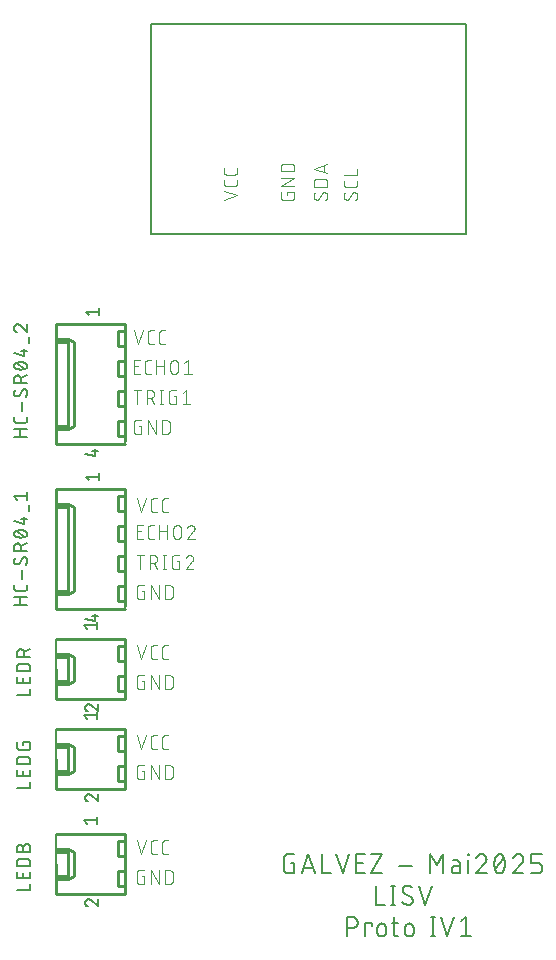
<source format=gbr>
G04 EAGLE Gerber RS-274X export*
G75*
%MOMM*%
%FSLAX34Y34*%
%LPD*%
%INSilkscreen Top*%
%IPPOS*%
%AMOC8*
5,1,8,0,0,1.08239X$1,22.5*%
G01*
%ADD10C,0.152400*%
%ADD11C,0.101600*%
%ADD12C,0.127000*%
%ADD13C,0.254000*%
%ADD14C,0.177800*%


D10*
X319504Y-756017D02*
X322213Y-756017D01*
X322213Y-765048D01*
X316794Y-765048D01*
X316676Y-765046D01*
X316558Y-765040D01*
X316440Y-765031D01*
X316323Y-765017D01*
X316206Y-765000D01*
X316089Y-764979D01*
X315974Y-764954D01*
X315859Y-764925D01*
X315745Y-764892D01*
X315633Y-764856D01*
X315522Y-764816D01*
X315412Y-764773D01*
X315303Y-764726D01*
X315196Y-764676D01*
X315091Y-764621D01*
X314988Y-764564D01*
X314887Y-764503D01*
X314787Y-764439D01*
X314690Y-764372D01*
X314595Y-764302D01*
X314503Y-764228D01*
X314412Y-764152D01*
X314325Y-764072D01*
X314240Y-763990D01*
X314158Y-763905D01*
X314078Y-763818D01*
X314002Y-763727D01*
X313928Y-763635D01*
X313858Y-763540D01*
X313791Y-763443D01*
X313727Y-763343D01*
X313666Y-763242D01*
X313609Y-763139D01*
X313554Y-763034D01*
X313504Y-762927D01*
X313457Y-762818D01*
X313414Y-762708D01*
X313374Y-762597D01*
X313338Y-762485D01*
X313305Y-762371D01*
X313276Y-762256D01*
X313251Y-762141D01*
X313230Y-762024D01*
X313213Y-761907D01*
X313199Y-761790D01*
X313190Y-761672D01*
X313184Y-761554D01*
X313182Y-761436D01*
X313182Y-752404D01*
X313184Y-752286D01*
X313190Y-752168D01*
X313199Y-752050D01*
X313213Y-751932D01*
X313230Y-751815D01*
X313251Y-751699D01*
X313276Y-751584D01*
X313305Y-751469D01*
X313338Y-751355D01*
X313374Y-751243D01*
X313414Y-751131D01*
X313457Y-751021D01*
X313504Y-750913D01*
X313555Y-750806D01*
X313609Y-750701D01*
X313666Y-750598D01*
X313727Y-750496D01*
X313791Y-750397D01*
X313858Y-750300D01*
X313929Y-750205D01*
X314002Y-750112D01*
X314079Y-750022D01*
X314158Y-749934D01*
X314240Y-749849D01*
X314325Y-749767D01*
X314413Y-749688D01*
X314503Y-749611D01*
X314596Y-749538D01*
X314690Y-749467D01*
X314788Y-749400D01*
X314887Y-749336D01*
X314988Y-749275D01*
X315092Y-749218D01*
X315197Y-749164D01*
X315304Y-749113D01*
X315412Y-749066D01*
X315522Y-749023D01*
X315634Y-748983D01*
X315746Y-748947D01*
X315860Y-748914D01*
X315975Y-748885D01*
X316090Y-748860D01*
X316206Y-748839D01*
X316323Y-748822D01*
X316441Y-748808D01*
X316559Y-748799D01*
X316677Y-748793D01*
X316795Y-748791D01*
X316794Y-748792D02*
X322213Y-748792D01*
X333850Y-748792D02*
X328431Y-765048D01*
X339269Y-765048D02*
X333850Y-748792D01*
X337914Y-760984D02*
X329786Y-760984D01*
X345516Y-765048D02*
X345516Y-748792D01*
X345516Y-765048D02*
X352741Y-765048D01*
X363028Y-765048D02*
X357610Y-748792D01*
X368447Y-748792D02*
X363028Y-765048D01*
X374695Y-765048D02*
X381920Y-765048D01*
X374695Y-765048D02*
X374695Y-748792D01*
X381920Y-748792D01*
X380113Y-756017D02*
X374695Y-756017D01*
X387170Y-748792D02*
X396201Y-748792D01*
X387170Y-765048D01*
X396201Y-765048D01*
X410756Y-758726D02*
X421593Y-758726D01*
X437329Y-765048D02*
X437329Y-748792D01*
X442747Y-757823D01*
X448166Y-748792D01*
X448166Y-765048D01*
X458375Y-758726D02*
X462439Y-758726D01*
X458375Y-758726D02*
X458263Y-758728D01*
X458152Y-758734D01*
X458041Y-758744D01*
X457930Y-758757D01*
X457820Y-758775D01*
X457711Y-758797D01*
X457602Y-758822D01*
X457494Y-758851D01*
X457388Y-758884D01*
X457282Y-758921D01*
X457178Y-758961D01*
X457076Y-759005D01*
X456975Y-759053D01*
X456876Y-759104D01*
X456778Y-759159D01*
X456683Y-759217D01*
X456590Y-759278D01*
X456499Y-759343D01*
X456410Y-759411D01*
X456324Y-759482D01*
X456241Y-759555D01*
X456160Y-759632D01*
X456081Y-759712D01*
X456006Y-759794D01*
X455934Y-759879D01*
X455864Y-759966D01*
X455798Y-760056D01*
X455735Y-760148D01*
X455675Y-760243D01*
X455619Y-760339D01*
X455566Y-760437D01*
X455517Y-760537D01*
X455471Y-760639D01*
X455429Y-760742D01*
X455390Y-760847D01*
X455355Y-760953D01*
X455324Y-761060D01*
X455297Y-761168D01*
X455273Y-761277D01*
X455254Y-761387D01*
X455238Y-761497D01*
X455226Y-761608D01*
X455218Y-761720D01*
X455214Y-761831D01*
X455214Y-761943D01*
X455218Y-762054D01*
X455226Y-762166D01*
X455238Y-762277D01*
X455254Y-762387D01*
X455273Y-762497D01*
X455297Y-762606D01*
X455324Y-762714D01*
X455355Y-762821D01*
X455390Y-762927D01*
X455429Y-763032D01*
X455471Y-763135D01*
X455517Y-763237D01*
X455566Y-763337D01*
X455619Y-763435D01*
X455675Y-763531D01*
X455735Y-763626D01*
X455798Y-763718D01*
X455864Y-763808D01*
X455934Y-763895D01*
X456006Y-763980D01*
X456081Y-764062D01*
X456160Y-764142D01*
X456241Y-764219D01*
X456324Y-764292D01*
X456410Y-764363D01*
X456499Y-764431D01*
X456590Y-764496D01*
X456683Y-764557D01*
X456778Y-764615D01*
X456876Y-764670D01*
X456975Y-764721D01*
X457076Y-764769D01*
X457178Y-764813D01*
X457282Y-764853D01*
X457388Y-764890D01*
X457494Y-764923D01*
X457602Y-764952D01*
X457711Y-764977D01*
X457820Y-764999D01*
X457930Y-765017D01*
X458041Y-765030D01*
X458152Y-765040D01*
X458263Y-765046D01*
X458375Y-765048D01*
X462439Y-765048D01*
X462439Y-756920D01*
X462438Y-756920D02*
X462436Y-756819D01*
X462430Y-756718D01*
X462421Y-756617D01*
X462408Y-756516D01*
X462391Y-756416D01*
X462370Y-756317D01*
X462346Y-756219D01*
X462318Y-756122D01*
X462286Y-756025D01*
X462251Y-755930D01*
X462212Y-755837D01*
X462170Y-755745D01*
X462124Y-755654D01*
X462075Y-755566D01*
X462023Y-755479D01*
X461967Y-755394D01*
X461909Y-755311D01*
X461847Y-755231D01*
X461782Y-755153D01*
X461715Y-755077D01*
X461645Y-755004D01*
X461572Y-754934D01*
X461496Y-754867D01*
X461418Y-754802D01*
X461338Y-754740D01*
X461255Y-754682D01*
X461170Y-754626D01*
X461084Y-754574D01*
X460995Y-754525D01*
X460904Y-754479D01*
X460812Y-754437D01*
X460719Y-754398D01*
X460624Y-754363D01*
X460527Y-754331D01*
X460430Y-754303D01*
X460332Y-754279D01*
X460233Y-754258D01*
X460133Y-754241D01*
X460032Y-754228D01*
X459931Y-754219D01*
X459830Y-754213D01*
X459729Y-754211D01*
X456117Y-754211D01*
X469320Y-754211D02*
X469320Y-765048D01*
X468869Y-749695D02*
X468869Y-748792D01*
X469772Y-748792D01*
X469772Y-749695D01*
X468869Y-749695D01*
X480714Y-748792D02*
X480839Y-748794D01*
X480964Y-748800D01*
X481089Y-748809D01*
X481213Y-748823D01*
X481337Y-748840D01*
X481461Y-748861D01*
X481583Y-748886D01*
X481705Y-748915D01*
X481826Y-748947D01*
X481946Y-748983D01*
X482065Y-749023D01*
X482182Y-749066D01*
X482298Y-749113D01*
X482413Y-749164D01*
X482525Y-749218D01*
X482637Y-749276D01*
X482746Y-749336D01*
X482853Y-749401D01*
X482959Y-749468D01*
X483062Y-749539D01*
X483163Y-749613D01*
X483262Y-749690D01*
X483358Y-749770D01*
X483452Y-749853D01*
X483543Y-749938D01*
X483632Y-750027D01*
X483717Y-750118D01*
X483800Y-750212D01*
X483880Y-750308D01*
X483957Y-750407D01*
X484031Y-750508D01*
X484102Y-750611D01*
X484169Y-750717D01*
X484234Y-750824D01*
X484294Y-750933D01*
X484352Y-751045D01*
X484406Y-751157D01*
X484457Y-751272D01*
X484504Y-751388D01*
X484547Y-751505D01*
X484587Y-751624D01*
X484623Y-751744D01*
X484655Y-751865D01*
X484684Y-751987D01*
X484709Y-752109D01*
X484730Y-752233D01*
X484747Y-752357D01*
X484761Y-752481D01*
X484770Y-752606D01*
X484776Y-752731D01*
X484778Y-752856D01*
X480714Y-748792D02*
X480571Y-748794D01*
X480429Y-748800D01*
X480286Y-748810D01*
X480144Y-748823D01*
X480003Y-748841D01*
X479861Y-748862D01*
X479721Y-748887D01*
X479581Y-748916D01*
X479442Y-748949D01*
X479304Y-748986D01*
X479167Y-749026D01*
X479032Y-749070D01*
X478897Y-749118D01*
X478764Y-749170D01*
X478632Y-749225D01*
X478502Y-749284D01*
X478374Y-749346D01*
X478247Y-749412D01*
X478122Y-749481D01*
X477999Y-749553D01*
X477878Y-749629D01*
X477760Y-749708D01*
X477643Y-749791D01*
X477529Y-749876D01*
X477417Y-749965D01*
X477308Y-750056D01*
X477201Y-750151D01*
X477096Y-750248D01*
X476995Y-750349D01*
X476896Y-750452D01*
X476800Y-750557D01*
X476707Y-750666D01*
X476617Y-750777D01*
X476530Y-750890D01*
X476446Y-751005D01*
X476366Y-751123D01*
X476288Y-751243D01*
X476214Y-751365D01*
X476144Y-751489D01*
X476076Y-751615D01*
X476013Y-751743D01*
X475952Y-751872D01*
X475895Y-752003D01*
X475842Y-752135D01*
X475793Y-752269D01*
X475747Y-752404D01*
X483423Y-756017D02*
X483517Y-755925D01*
X483607Y-755831D01*
X483695Y-755734D01*
X483780Y-755634D01*
X483862Y-755532D01*
X483940Y-755427D01*
X484016Y-755320D01*
X484088Y-755211D01*
X484157Y-755100D01*
X484223Y-754986D01*
X484285Y-754871D01*
X484344Y-754754D01*
X484399Y-754635D01*
X484450Y-754515D01*
X484498Y-754393D01*
X484543Y-754270D01*
X484583Y-754146D01*
X484620Y-754020D01*
X484653Y-753893D01*
X484682Y-753766D01*
X484708Y-753637D01*
X484729Y-753508D01*
X484747Y-753378D01*
X484760Y-753248D01*
X484770Y-753118D01*
X484776Y-752987D01*
X484778Y-752856D01*
X483423Y-756017D02*
X475747Y-765048D01*
X484778Y-765048D01*
X491378Y-756920D02*
X491382Y-756600D01*
X491393Y-756281D01*
X491412Y-755961D01*
X491439Y-755643D01*
X491473Y-755325D01*
X491515Y-755008D01*
X491565Y-754692D01*
X491622Y-754377D01*
X491686Y-754064D01*
X491758Y-753752D01*
X491837Y-753442D01*
X491924Y-753135D01*
X492018Y-752829D01*
X492119Y-752526D01*
X492228Y-752225D01*
X492343Y-751927D01*
X492466Y-751631D01*
X492596Y-751339D01*
X492733Y-751050D01*
X492734Y-751049D02*
X492773Y-750941D01*
X492816Y-750834D01*
X492862Y-750729D01*
X492912Y-750626D01*
X492966Y-750524D01*
X493023Y-750424D01*
X493084Y-750326D01*
X493148Y-750230D01*
X493215Y-750137D01*
X493285Y-750046D01*
X493359Y-749957D01*
X493435Y-749871D01*
X493515Y-749788D01*
X493597Y-749707D01*
X493682Y-749629D01*
X493769Y-749555D01*
X493860Y-749483D01*
X493952Y-749414D01*
X494047Y-749349D01*
X494144Y-749287D01*
X494243Y-749228D01*
X494344Y-749173D01*
X494447Y-749122D01*
X494552Y-749074D01*
X494658Y-749029D01*
X494765Y-748988D01*
X494874Y-748951D01*
X494985Y-748918D01*
X495096Y-748889D01*
X495208Y-748863D01*
X495321Y-748841D01*
X495435Y-748824D01*
X495549Y-748810D01*
X495664Y-748800D01*
X495779Y-748794D01*
X495894Y-748792D01*
X496009Y-748794D01*
X496124Y-748800D01*
X496239Y-748810D01*
X496353Y-748824D01*
X496467Y-748841D01*
X496580Y-748863D01*
X496692Y-748889D01*
X496804Y-748918D01*
X496914Y-748951D01*
X497023Y-748988D01*
X497131Y-749029D01*
X497237Y-749074D01*
X497342Y-749122D01*
X497444Y-749173D01*
X497546Y-749229D01*
X497645Y-749287D01*
X497742Y-749349D01*
X497837Y-749415D01*
X497929Y-749483D01*
X498019Y-749555D01*
X498107Y-749629D01*
X498192Y-749707D01*
X498274Y-749788D01*
X498353Y-749871D01*
X498430Y-749957D01*
X498503Y-750046D01*
X498574Y-750137D01*
X498641Y-750231D01*
X498705Y-750326D01*
X498766Y-750424D01*
X498823Y-750524D01*
X498876Y-750626D01*
X498927Y-750730D01*
X498973Y-750835D01*
X499016Y-750942D01*
X499055Y-751050D01*
X499054Y-751050D02*
X499191Y-751339D01*
X499321Y-751631D01*
X499444Y-751927D01*
X499559Y-752225D01*
X499668Y-752526D01*
X499769Y-752829D01*
X499863Y-753135D01*
X499950Y-753442D01*
X500029Y-753752D01*
X500101Y-754064D01*
X500165Y-754377D01*
X500222Y-754692D01*
X500272Y-755008D01*
X500314Y-755325D01*
X500348Y-755643D01*
X500375Y-755961D01*
X500394Y-756281D01*
X500405Y-756600D01*
X500409Y-756920D01*
X491378Y-756920D02*
X491382Y-757240D01*
X491393Y-757559D01*
X491412Y-757879D01*
X491439Y-758197D01*
X491473Y-758515D01*
X491515Y-758832D01*
X491565Y-759148D01*
X491622Y-759463D01*
X491686Y-759776D01*
X491758Y-760088D01*
X491837Y-760398D01*
X491924Y-760705D01*
X492018Y-761011D01*
X492119Y-761314D01*
X492228Y-761615D01*
X492343Y-761913D01*
X492466Y-762209D01*
X492596Y-762501D01*
X492733Y-762790D01*
X492733Y-762791D02*
X492772Y-762899D01*
X492815Y-763006D01*
X492861Y-763111D01*
X492912Y-763215D01*
X492965Y-763317D01*
X493022Y-763417D01*
X493083Y-763515D01*
X493147Y-763610D01*
X493214Y-763704D01*
X493285Y-763795D01*
X493358Y-763884D01*
X493435Y-763970D01*
X493514Y-764053D01*
X493596Y-764134D01*
X493681Y-764212D01*
X493769Y-764286D01*
X493859Y-764358D01*
X493952Y-764427D01*
X494046Y-764492D01*
X494143Y-764554D01*
X494243Y-764612D01*
X494344Y-764668D01*
X494446Y-764719D01*
X494551Y-764767D01*
X494657Y-764812D01*
X494765Y-764853D01*
X494874Y-764890D01*
X494984Y-764923D01*
X495096Y-764952D01*
X495208Y-764978D01*
X495321Y-765000D01*
X495435Y-765017D01*
X495549Y-765031D01*
X495664Y-765041D01*
X495779Y-765047D01*
X495894Y-765049D01*
X499054Y-762790D02*
X499191Y-762501D01*
X499321Y-762209D01*
X499444Y-761913D01*
X499559Y-761615D01*
X499668Y-761314D01*
X499769Y-761011D01*
X499863Y-760705D01*
X499950Y-760398D01*
X500029Y-760088D01*
X500101Y-759776D01*
X500165Y-759463D01*
X500222Y-759148D01*
X500272Y-758832D01*
X500314Y-758515D01*
X500348Y-758197D01*
X500375Y-757879D01*
X500394Y-757559D01*
X500405Y-757240D01*
X500409Y-756920D01*
X499055Y-762790D02*
X499016Y-762898D01*
X498973Y-763005D01*
X498927Y-763110D01*
X498876Y-763214D01*
X498823Y-763316D01*
X498766Y-763416D01*
X498705Y-763514D01*
X498641Y-763609D01*
X498574Y-763703D01*
X498503Y-763794D01*
X498430Y-763883D01*
X498353Y-763969D01*
X498274Y-764052D01*
X498192Y-764133D01*
X498107Y-764211D01*
X498019Y-764285D01*
X497929Y-764357D01*
X497836Y-764426D01*
X497742Y-764491D01*
X497645Y-764553D01*
X497545Y-764611D01*
X497444Y-764667D01*
X497341Y-764718D01*
X497237Y-764766D01*
X497131Y-764811D01*
X497023Y-764852D01*
X496914Y-764889D01*
X496804Y-764922D01*
X496692Y-764951D01*
X496580Y-764977D01*
X496467Y-764999D01*
X496353Y-765016D01*
X496239Y-765030D01*
X496124Y-765040D01*
X496009Y-765046D01*
X495894Y-765048D01*
X492281Y-761436D02*
X499506Y-752404D01*
X511976Y-748792D02*
X512101Y-748794D01*
X512226Y-748800D01*
X512351Y-748809D01*
X512475Y-748823D01*
X512599Y-748840D01*
X512723Y-748861D01*
X512845Y-748886D01*
X512967Y-748915D01*
X513088Y-748947D01*
X513208Y-748983D01*
X513327Y-749023D01*
X513444Y-749066D01*
X513560Y-749113D01*
X513675Y-749164D01*
X513787Y-749218D01*
X513899Y-749276D01*
X514008Y-749336D01*
X514115Y-749401D01*
X514221Y-749468D01*
X514324Y-749539D01*
X514425Y-749613D01*
X514524Y-749690D01*
X514620Y-749770D01*
X514714Y-749853D01*
X514805Y-749938D01*
X514894Y-750027D01*
X514979Y-750118D01*
X515062Y-750212D01*
X515142Y-750308D01*
X515219Y-750407D01*
X515293Y-750508D01*
X515364Y-750611D01*
X515431Y-750717D01*
X515496Y-750824D01*
X515556Y-750933D01*
X515614Y-751045D01*
X515668Y-751157D01*
X515719Y-751272D01*
X515766Y-751388D01*
X515809Y-751505D01*
X515849Y-751624D01*
X515885Y-751744D01*
X515917Y-751865D01*
X515946Y-751987D01*
X515971Y-752109D01*
X515992Y-752233D01*
X516009Y-752357D01*
X516023Y-752481D01*
X516032Y-752606D01*
X516038Y-752731D01*
X516040Y-752856D01*
X511976Y-748792D02*
X511833Y-748794D01*
X511691Y-748800D01*
X511548Y-748810D01*
X511406Y-748823D01*
X511265Y-748841D01*
X511123Y-748862D01*
X510983Y-748887D01*
X510843Y-748916D01*
X510704Y-748949D01*
X510566Y-748986D01*
X510429Y-749026D01*
X510294Y-749070D01*
X510159Y-749118D01*
X510026Y-749170D01*
X509894Y-749225D01*
X509764Y-749284D01*
X509636Y-749346D01*
X509509Y-749412D01*
X509384Y-749481D01*
X509261Y-749553D01*
X509140Y-749629D01*
X509022Y-749708D01*
X508905Y-749791D01*
X508791Y-749876D01*
X508679Y-749965D01*
X508570Y-750056D01*
X508463Y-750151D01*
X508358Y-750248D01*
X508257Y-750349D01*
X508158Y-750452D01*
X508062Y-750557D01*
X507969Y-750666D01*
X507879Y-750777D01*
X507792Y-750890D01*
X507708Y-751005D01*
X507628Y-751123D01*
X507550Y-751243D01*
X507476Y-751365D01*
X507406Y-751489D01*
X507338Y-751615D01*
X507275Y-751743D01*
X507214Y-751872D01*
X507157Y-752003D01*
X507104Y-752135D01*
X507055Y-752269D01*
X507009Y-752404D01*
X514685Y-756017D02*
X514779Y-755925D01*
X514869Y-755831D01*
X514957Y-755734D01*
X515042Y-755634D01*
X515124Y-755532D01*
X515202Y-755427D01*
X515278Y-755320D01*
X515350Y-755211D01*
X515419Y-755100D01*
X515485Y-754986D01*
X515547Y-754871D01*
X515606Y-754754D01*
X515661Y-754635D01*
X515712Y-754515D01*
X515760Y-754393D01*
X515805Y-754270D01*
X515845Y-754146D01*
X515882Y-754020D01*
X515915Y-753893D01*
X515944Y-753766D01*
X515970Y-753637D01*
X515991Y-753508D01*
X516009Y-753378D01*
X516022Y-753248D01*
X516032Y-753118D01*
X516038Y-752987D01*
X516040Y-752856D01*
X514686Y-756017D02*
X507009Y-765048D01*
X516040Y-765048D01*
X522640Y-765048D02*
X528059Y-765048D01*
X528177Y-765046D01*
X528295Y-765040D01*
X528413Y-765031D01*
X528530Y-765017D01*
X528647Y-765000D01*
X528764Y-764979D01*
X528879Y-764954D01*
X528994Y-764925D01*
X529108Y-764892D01*
X529220Y-764856D01*
X529331Y-764816D01*
X529441Y-764773D01*
X529550Y-764726D01*
X529657Y-764676D01*
X529762Y-764621D01*
X529865Y-764564D01*
X529966Y-764503D01*
X530066Y-764439D01*
X530163Y-764372D01*
X530258Y-764302D01*
X530350Y-764228D01*
X530441Y-764152D01*
X530528Y-764072D01*
X530613Y-763990D01*
X530695Y-763905D01*
X530775Y-763818D01*
X530851Y-763727D01*
X530925Y-763635D01*
X530995Y-763540D01*
X531062Y-763443D01*
X531126Y-763343D01*
X531187Y-763242D01*
X531244Y-763139D01*
X531299Y-763034D01*
X531349Y-762927D01*
X531396Y-762818D01*
X531439Y-762708D01*
X531479Y-762597D01*
X531515Y-762485D01*
X531548Y-762371D01*
X531577Y-762256D01*
X531602Y-762141D01*
X531623Y-762024D01*
X531640Y-761907D01*
X531654Y-761790D01*
X531663Y-761672D01*
X531669Y-761554D01*
X531671Y-761436D01*
X531672Y-761436D02*
X531672Y-759629D01*
X531671Y-759629D02*
X531669Y-759511D01*
X531663Y-759393D01*
X531654Y-759275D01*
X531640Y-759158D01*
X531623Y-759041D01*
X531602Y-758924D01*
X531577Y-758809D01*
X531548Y-758694D01*
X531515Y-758580D01*
X531479Y-758468D01*
X531439Y-758357D01*
X531396Y-758247D01*
X531349Y-758138D01*
X531299Y-758031D01*
X531244Y-757926D01*
X531187Y-757823D01*
X531126Y-757722D01*
X531062Y-757622D01*
X530995Y-757525D01*
X530925Y-757430D01*
X530851Y-757338D01*
X530775Y-757247D01*
X530695Y-757160D01*
X530613Y-757075D01*
X530528Y-756993D01*
X530441Y-756913D01*
X530350Y-756837D01*
X530258Y-756763D01*
X530163Y-756693D01*
X530066Y-756626D01*
X529966Y-756562D01*
X529865Y-756501D01*
X529762Y-756444D01*
X529657Y-756389D01*
X529550Y-756339D01*
X529441Y-756292D01*
X529331Y-756249D01*
X529220Y-756209D01*
X529108Y-756173D01*
X528994Y-756140D01*
X528879Y-756111D01*
X528764Y-756086D01*
X528647Y-756065D01*
X528530Y-756048D01*
X528413Y-756034D01*
X528295Y-756025D01*
X528177Y-756019D01*
X528059Y-756017D01*
X522640Y-756017D01*
X522640Y-748792D01*
X531672Y-748792D01*
X391507Y-775462D02*
X391507Y-791718D01*
X398732Y-791718D01*
X405892Y-791718D02*
X405892Y-775462D01*
X404086Y-791718D02*
X407698Y-791718D01*
X407698Y-775462D02*
X404086Y-775462D01*
X418779Y-791718D02*
X418897Y-791716D01*
X419015Y-791710D01*
X419133Y-791701D01*
X419250Y-791687D01*
X419367Y-791670D01*
X419484Y-791649D01*
X419599Y-791624D01*
X419714Y-791595D01*
X419828Y-791562D01*
X419940Y-791526D01*
X420051Y-791486D01*
X420161Y-791443D01*
X420270Y-791396D01*
X420377Y-791346D01*
X420482Y-791291D01*
X420585Y-791234D01*
X420686Y-791173D01*
X420786Y-791109D01*
X420883Y-791042D01*
X420978Y-790972D01*
X421070Y-790898D01*
X421161Y-790822D01*
X421248Y-790742D01*
X421333Y-790660D01*
X421415Y-790575D01*
X421495Y-790488D01*
X421571Y-790397D01*
X421645Y-790305D01*
X421715Y-790210D01*
X421782Y-790113D01*
X421846Y-790013D01*
X421907Y-789912D01*
X421964Y-789809D01*
X422019Y-789704D01*
X422069Y-789597D01*
X422116Y-789488D01*
X422159Y-789378D01*
X422199Y-789267D01*
X422235Y-789155D01*
X422268Y-789041D01*
X422297Y-788926D01*
X422322Y-788811D01*
X422343Y-788694D01*
X422360Y-788577D01*
X422374Y-788460D01*
X422383Y-788342D01*
X422389Y-788224D01*
X422391Y-788106D01*
X418779Y-791718D02*
X418596Y-791716D01*
X418414Y-791709D01*
X418232Y-791698D01*
X418050Y-791683D01*
X417868Y-791663D01*
X417687Y-791640D01*
X417507Y-791611D01*
X417327Y-791579D01*
X417148Y-791542D01*
X416971Y-791501D01*
X416794Y-791455D01*
X416618Y-791406D01*
X416444Y-791352D01*
X416270Y-791294D01*
X416099Y-791232D01*
X415929Y-791166D01*
X415760Y-791095D01*
X415593Y-791021D01*
X415428Y-790943D01*
X415265Y-790861D01*
X415104Y-790775D01*
X414945Y-790685D01*
X414788Y-790591D01*
X414634Y-790494D01*
X414482Y-790393D01*
X414332Y-790288D01*
X414185Y-790180D01*
X414041Y-790069D01*
X413899Y-789954D01*
X413760Y-789835D01*
X413624Y-789713D01*
X413491Y-789588D01*
X413361Y-789460D01*
X413813Y-779074D02*
X413815Y-778956D01*
X413821Y-778838D01*
X413830Y-778720D01*
X413844Y-778603D01*
X413861Y-778486D01*
X413882Y-778369D01*
X413907Y-778254D01*
X413936Y-778139D01*
X413969Y-778025D01*
X414005Y-777913D01*
X414045Y-777802D01*
X414088Y-777692D01*
X414135Y-777583D01*
X414185Y-777476D01*
X414240Y-777371D01*
X414297Y-777268D01*
X414358Y-777167D01*
X414422Y-777067D01*
X414489Y-776970D01*
X414559Y-776875D01*
X414633Y-776783D01*
X414709Y-776692D01*
X414789Y-776605D01*
X414871Y-776520D01*
X414956Y-776438D01*
X415043Y-776358D01*
X415134Y-776282D01*
X415226Y-776208D01*
X415321Y-776138D01*
X415418Y-776071D01*
X415518Y-776007D01*
X415619Y-775946D01*
X415722Y-775889D01*
X415827Y-775834D01*
X415934Y-775784D01*
X416043Y-775737D01*
X416153Y-775694D01*
X416264Y-775654D01*
X416376Y-775618D01*
X416490Y-775585D01*
X416605Y-775556D01*
X416720Y-775531D01*
X416837Y-775510D01*
X416954Y-775493D01*
X417071Y-775479D01*
X417189Y-775470D01*
X417307Y-775464D01*
X417425Y-775462D01*
X417586Y-775464D01*
X417748Y-775470D01*
X417909Y-775479D01*
X418070Y-775493D01*
X418230Y-775510D01*
X418390Y-775531D01*
X418550Y-775556D01*
X418709Y-775585D01*
X418867Y-775617D01*
X419024Y-775653D01*
X419180Y-775693D01*
X419336Y-775737D01*
X419490Y-775785D01*
X419643Y-775836D01*
X419795Y-775890D01*
X419946Y-775949D01*
X420095Y-776010D01*
X420242Y-776076D01*
X420388Y-776145D01*
X420533Y-776217D01*
X420675Y-776293D01*
X420816Y-776372D01*
X420955Y-776454D01*
X421091Y-776540D01*
X421226Y-776629D01*
X421359Y-776721D01*
X421489Y-776817D01*
X415618Y-782235D02*
X415517Y-782173D01*
X415417Y-782108D01*
X415320Y-782039D01*
X415225Y-781967D01*
X415132Y-781893D01*
X415042Y-781815D01*
X414954Y-781734D01*
X414869Y-781651D01*
X414787Y-781565D01*
X414708Y-781476D01*
X414631Y-781385D01*
X414558Y-781291D01*
X414487Y-781195D01*
X414420Y-781097D01*
X414356Y-780997D01*
X414295Y-780894D01*
X414238Y-780790D01*
X414184Y-780684D01*
X414134Y-780576D01*
X414087Y-780467D01*
X414043Y-780356D01*
X414003Y-780244D01*
X413967Y-780130D01*
X413935Y-780016D01*
X413906Y-779900D01*
X413881Y-779784D01*
X413860Y-779667D01*
X413843Y-779549D01*
X413829Y-779431D01*
X413820Y-779312D01*
X413814Y-779193D01*
X413812Y-779074D01*
X420586Y-784945D02*
X420687Y-785007D01*
X420787Y-785072D01*
X420884Y-785141D01*
X420979Y-785213D01*
X421072Y-785287D01*
X421162Y-785365D01*
X421250Y-785446D01*
X421335Y-785529D01*
X421417Y-785615D01*
X421496Y-785704D01*
X421573Y-785795D01*
X421646Y-785889D01*
X421717Y-785985D01*
X421784Y-786083D01*
X421848Y-786183D01*
X421909Y-786286D01*
X421966Y-786390D01*
X422020Y-786496D01*
X422070Y-786604D01*
X422117Y-786713D01*
X422161Y-786824D01*
X422201Y-786936D01*
X422237Y-787050D01*
X422269Y-787164D01*
X422298Y-787280D01*
X422323Y-787396D01*
X422344Y-787513D01*
X422361Y-787631D01*
X422375Y-787749D01*
X422384Y-787868D01*
X422390Y-787987D01*
X422392Y-788106D01*
X420585Y-784945D02*
X415618Y-782235D01*
X427568Y-775462D02*
X432986Y-791718D01*
X438405Y-775462D01*
X366678Y-802132D02*
X366678Y-818388D01*
X366678Y-802132D02*
X371194Y-802132D01*
X371327Y-802134D01*
X371459Y-802140D01*
X371591Y-802150D01*
X371723Y-802163D01*
X371855Y-802181D01*
X371985Y-802202D01*
X372116Y-802227D01*
X372245Y-802256D01*
X372373Y-802289D01*
X372501Y-802325D01*
X372627Y-802365D01*
X372752Y-802409D01*
X372876Y-802457D01*
X372998Y-802508D01*
X373119Y-802563D01*
X373238Y-802621D01*
X373356Y-802683D01*
X373471Y-802748D01*
X373585Y-802817D01*
X373696Y-802888D01*
X373805Y-802964D01*
X373912Y-803042D01*
X374017Y-803123D01*
X374119Y-803208D01*
X374219Y-803295D01*
X374316Y-803385D01*
X374411Y-803478D01*
X374502Y-803574D01*
X374591Y-803672D01*
X374677Y-803773D01*
X374760Y-803877D01*
X374840Y-803983D01*
X374916Y-804091D01*
X374990Y-804201D01*
X375060Y-804314D01*
X375127Y-804428D01*
X375190Y-804545D01*
X375250Y-804663D01*
X375307Y-804783D01*
X375360Y-804905D01*
X375409Y-805028D01*
X375455Y-805152D01*
X375497Y-805278D01*
X375535Y-805405D01*
X375570Y-805533D01*
X375601Y-805662D01*
X375628Y-805791D01*
X375651Y-805922D01*
X375671Y-806053D01*
X375686Y-806185D01*
X375698Y-806317D01*
X375706Y-806449D01*
X375710Y-806582D01*
X375710Y-806714D01*
X375706Y-806847D01*
X375698Y-806979D01*
X375686Y-807111D01*
X375671Y-807243D01*
X375651Y-807374D01*
X375628Y-807505D01*
X375601Y-807634D01*
X375570Y-807763D01*
X375535Y-807891D01*
X375497Y-808018D01*
X375455Y-808144D01*
X375409Y-808268D01*
X375360Y-808391D01*
X375307Y-808513D01*
X375250Y-808633D01*
X375190Y-808751D01*
X375127Y-808868D01*
X375060Y-808982D01*
X374990Y-809095D01*
X374916Y-809205D01*
X374840Y-809313D01*
X374760Y-809419D01*
X374677Y-809523D01*
X374591Y-809624D01*
X374502Y-809722D01*
X374411Y-809818D01*
X374316Y-809911D01*
X374219Y-810001D01*
X374119Y-810088D01*
X374017Y-810173D01*
X373912Y-810254D01*
X373805Y-810332D01*
X373696Y-810408D01*
X373585Y-810479D01*
X373471Y-810548D01*
X373356Y-810613D01*
X373238Y-810675D01*
X373119Y-810733D01*
X372998Y-810788D01*
X372876Y-810839D01*
X372752Y-810887D01*
X372627Y-810931D01*
X372501Y-810971D01*
X372373Y-811007D01*
X372245Y-811040D01*
X372116Y-811069D01*
X371985Y-811094D01*
X371855Y-811115D01*
X371723Y-811133D01*
X371591Y-811146D01*
X371459Y-811156D01*
X371327Y-811162D01*
X371194Y-811164D01*
X371194Y-811163D02*
X366678Y-811163D01*
X382044Y-807551D02*
X382044Y-818388D01*
X382044Y-807551D02*
X387463Y-807551D01*
X387463Y-809357D01*
X392380Y-811163D02*
X392380Y-814776D01*
X392381Y-811163D02*
X392383Y-811044D01*
X392389Y-810924D01*
X392399Y-810805D01*
X392413Y-810687D01*
X392430Y-810568D01*
X392452Y-810451D01*
X392477Y-810334D01*
X392507Y-810219D01*
X392540Y-810104D01*
X392577Y-809990D01*
X392617Y-809878D01*
X392662Y-809767D01*
X392710Y-809658D01*
X392761Y-809550D01*
X392816Y-809444D01*
X392875Y-809340D01*
X392937Y-809238D01*
X393002Y-809138D01*
X393071Y-809040D01*
X393143Y-808944D01*
X393218Y-808851D01*
X393295Y-808761D01*
X393376Y-808673D01*
X393460Y-808588D01*
X393547Y-808506D01*
X393636Y-808426D01*
X393728Y-808350D01*
X393822Y-808276D01*
X393919Y-808206D01*
X394017Y-808139D01*
X394118Y-808075D01*
X394222Y-808015D01*
X394327Y-807958D01*
X394434Y-807905D01*
X394542Y-807855D01*
X394652Y-807809D01*
X394764Y-807767D01*
X394877Y-807728D01*
X394991Y-807693D01*
X395106Y-807662D01*
X395223Y-807634D01*
X395340Y-807611D01*
X395457Y-807591D01*
X395576Y-807575D01*
X395695Y-807563D01*
X395814Y-807555D01*
X395933Y-807551D01*
X396053Y-807551D01*
X396172Y-807555D01*
X396291Y-807563D01*
X396410Y-807575D01*
X396529Y-807591D01*
X396646Y-807611D01*
X396763Y-807634D01*
X396880Y-807662D01*
X396995Y-807693D01*
X397109Y-807728D01*
X397222Y-807767D01*
X397334Y-807809D01*
X397444Y-807855D01*
X397552Y-807905D01*
X397659Y-807958D01*
X397764Y-808015D01*
X397868Y-808075D01*
X397969Y-808139D01*
X398067Y-808206D01*
X398164Y-808276D01*
X398258Y-808350D01*
X398350Y-808426D01*
X398439Y-808506D01*
X398526Y-808588D01*
X398610Y-808673D01*
X398691Y-808761D01*
X398768Y-808851D01*
X398843Y-808944D01*
X398915Y-809040D01*
X398984Y-809138D01*
X399049Y-809238D01*
X399111Y-809340D01*
X399170Y-809444D01*
X399225Y-809550D01*
X399276Y-809658D01*
X399324Y-809767D01*
X399369Y-809878D01*
X399409Y-809990D01*
X399446Y-810104D01*
X399479Y-810219D01*
X399509Y-810334D01*
X399534Y-810451D01*
X399556Y-810568D01*
X399573Y-810687D01*
X399587Y-810805D01*
X399597Y-810924D01*
X399603Y-811044D01*
X399605Y-811163D01*
X399605Y-814776D01*
X399603Y-814895D01*
X399597Y-815015D01*
X399587Y-815134D01*
X399573Y-815252D01*
X399556Y-815371D01*
X399534Y-815488D01*
X399509Y-815605D01*
X399479Y-815720D01*
X399446Y-815835D01*
X399409Y-815949D01*
X399369Y-816061D01*
X399324Y-816172D01*
X399276Y-816281D01*
X399225Y-816389D01*
X399170Y-816495D01*
X399111Y-816599D01*
X399049Y-816701D01*
X398984Y-816801D01*
X398915Y-816899D01*
X398843Y-816995D01*
X398768Y-817088D01*
X398691Y-817178D01*
X398610Y-817266D01*
X398526Y-817351D01*
X398439Y-817433D01*
X398350Y-817513D01*
X398258Y-817589D01*
X398164Y-817663D01*
X398067Y-817733D01*
X397969Y-817800D01*
X397868Y-817864D01*
X397764Y-817924D01*
X397659Y-817981D01*
X397552Y-818034D01*
X397444Y-818084D01*
X397334Y-818130D01*
X397222Y-818172D01*
X397109Y-818211D01*
X396995Y-818246D01*
X396880Y-818277D01*
X396763Y-818305D01*
X396646Y-818328D01*
X396529Y-818348D01*
X396410Y-818364D01*
X396291Y-818376D01*
X396172Y-818384D01*
X396053Y-818388D01*
X395933Y-818388D01*
X395814Y-818384D01*
X395695Y-818376D01*
X395576Y-818364D01*
X395457Y-818348D01*
X395340Y-818328D01*
X395223Y-818305D01*
X395106Y-818277D01*
X394991Y-818246D01*
X394877Y-818211D01*
X394764Y-818172D01*
X394652Y-818130D01*
X394542Y-818084D01*
X394434Y-818034D01*
X394327Y-817981D01*
X394222Y-817924D01*
X394118Y-817864D01*
X394017Y-817800D01*
X393919Y-817733D01*
X393822Y-817663D01*
X393728Y-817589D01*
X393636Y-817513D01*
X393547Y-817433D01*
X393460Y-817351D01*
X393376Y-817266D01*
X393295Y-817178D01*
X393218Y-817088D01*
X393143Y-816995D01*
X393071Y-816899D01*
X393002Y-816801D01*
X392937Y-816701D01*
X392875Y-816599D01*
X392816Y-816495D01*
X392761Y-816389D01*
X392710Y-816281D01*
X392662Y-816172D01*
X392617Y-816061D01*
X392577Y-815949D01*
X392540Y-815835D01*
X392507Y-815720D01*
X392477Y-815605D01*
X392452Y-815488D01*
X392430Y-815371D01*
X392413Y-815252D01*
X392399Y-815134D01*
X392389Y-815015D01*
X392383Y-814895D01*
X392381Y-814776D01*
X404630Y-807551D02*
X410049Y-807551D01*
X406436Y-802132D02*
X406436Y-815679D01*
X406438Y-815780D01*
X406444Y-815881D01*
X406453Y-815982D01*
X406466Y-816083D01*
X406483Y-816183D01*
X406504Y-816282D01*
X406528Y-816380D01*
X406556Y-816477D01*
X406588Y-816574D01*
X406623Y-816669D01*
X406662Y-816762D01*
X406704Y-816854D01*
X406750Y-816945D01*
X406799Y-817034D01*
X406851Y-817120D01*
X406907Y-817205D01*
X406965Y-817288D01*
X407027Y-817368D01*
X407092Y-817446D01*
X407159Y-817522D01*
X407229Y-817595D01*
X407302Y-817665D01*
X407378Y-817732D01*
X407456Y-817797D01*
X407536Y-817859D01*
X407619Y-817917D01*
X407704Y-817973D01*
X407791Y-818025D01*
X407879Y-818074D01*
X407970Y-818120D01*
X408062Y-818162D01*
X408155Y-818201D01*
X408250Y-818236D01*
X408347Y-818268D01*
X408444Y-818296D01*
X408542Y-818320D01*
X408641Y-818341D01*
X408741Y-818358D01*
X408842Y-818371D01*
X408943Y-818380D01*
X409044Y-818386D01*
X409145Y-818388D01*
X410049Y-818388D01*
X415827Y-814776D02*
X415827Y-811163D01*
X415829Y-811044D01*
X415835Y-810924D01*
X415845Y-810805D01*
X415859Y-810687D01*
X415876Y-810568D01*
X415898Y-810451D01*
X415923Y-810334D01*
X415953Y-810219D01*
X415986Y-810104D01*
X416023Y-809990D01*
X416063Y-809878D01*
X416108Y-809767D01*
X416156Y-809658D01*
X416207Y-809550D01*
X416262Y-809444D01*
X416321Y-809340D01*
X416383Y-809238D01*
X416448Y-809138D01*
X416517Y-809040D01*
X416589Y-808944D01*
X416664Y-808851D01*
X416741Y-808761D01*
X416822Y-808673D01*
X416906Y-808588D01*
X416993Y-808506D01*
X417082Y-808426D01*
X417174Y-808350D01*
X417268Y-808276D01*
X417365Y-808206D01*
X417463Y-808139D01*
X417564Y-808075D01*
X417668Y-808015D01*
X417773Y-807958D01*
X417880Y-807905D01*
X417988Y-807855D01*
X418098Y-807809D01*
X418210Y-807767D01*
X418323Y-807728D01*
X418437Y-807693D01*
X418552Y-807662D01*
X418669Y-807634D01*
X418786Y-807611D01*
X418903Y-807591D01*
X419022Y-807575D01*
X419141Y-807563D01*
X419260Y-807555D01*
X419379Y-807551D01*
X419499Y-807551D01*
X419618Y-807555D01*
X419737Y-807563D01*
X419856Y-807575D01*
X419975Y-807591D01*
X420092Y-807611D01*
X420209Y-807634D01*
X420326Y-807662D01*
X420441Y-807693D01*
X420555Y-807728D01*
X420668Y-807767D01*
X420780Y-807809D01*
X420890Y-807855D01*
X420998Y-807905D01*
X421105Y-807958D01*
X421210Y-808015D01*
X421314Y-808075D01*
X421415Y-808139D01*
X421513Y-808206D01*
X421610Y-808276D01*
X421704Y-808350D01*
X421796Y-808426D01*
X421885Y-808506D01*
X421972Y-808588D01*
X422056Y-808673D01*
X422137Y-808761D01*
X422214Y-808851D01*
X422289Y-808944D01*
X422361Y-809040D01*
X422430Y-809138D01*
X422495Y-809238D01*
X422557Y-809340D01*
X422616Y-809444D01*
X422671Y-809550D01*
X422722Y-809658D01*
X422770Y-809767D01*
X422815Y-809878D01*
X422855Y-809990D01*
X422892Y-810104D01*
X422925Y-810219D01*
X422955Y-810334D01*
X422980Y-810451D01*
X423002Y-810568D01*
X423019Y-810687D01*
X423033Y-810805D01*
X423043Y-810924D01*
X423049Y-811044D01*
X423051Y-811163D01*
X423052Y-811163D02*
X423052Y-814776D01*
X423051Y-814776D02*
X423049Y-814895D01*
X423043Y-815015D01*
X423033Y-815134D01*
X423019Y-815252D01*
X423002Y-815371D01*
X422980Y-815488D01*
X422955Y-815605D01*
X422925Y-815720D01*
X422892Y-815835D01*
X422855Y-815949D01*
X422815Y-816061D01*
X422770Y-816172D01*
X422722Y-816281D01*
X422671Y-816389D01*
X422616Y-816495D01*
X422557Y-816599D01*
X422495Y-816701D01*
X422430Y-816801D01*
X422361Y-816899D01*
X422289Y-816995D01*
X422214Y-817088D01*
X422137Y-817178D01*
X422056Y-817266D01*
X421972Y-817351D01*
X421885Y-817433D01*
X421796Y-817513D01*
X421704Y-817589D01*
X421610Y-817663D01*
X421513Y-817733D01*
X421415Y-817800D01*
X421314Y-817864D01*
X421210Y-817924D01*
X421105Y-817981D01*
X420998Y-818034D01*
X420890Y-818084D01*
X420780Y-818130D01*
X420668Y-818172D01*
X420555Y-818211D01*
X420441Y-818246D01*
X420326Y-818277D01*
X420209Y-818305D01*
X420092Y-818328D01*
X419975Y-818348D01*
X419856Y-818364D01*
X419737Y-818376D01*
X419618Y-818384D01*
X419499Y-818388D01*
X419379Y-818388D01*
X419260Y-818384D01*
X419141Y-818376D01*
X419022Y-818364D01*
X418903Y-818348D01*
X418786Y-818328D01*
X418669Y-818305D01*
X418552Y-818277D01*
X418437Y-818246D01*
X418323Y-818211D01*
X418210Y-818172D01*
X418098Y-818130D01*
X417988Y-818084D01*
X417880Y-818034D01*
X417773Y-817981D01*
X417668Y-817924D01*
X417564Y-817864D01*
X417463Y-817800D01*
X417365Y-817733D01*
X417268Y-817663D01*
X417174Y-817589D01*
X417082Y-817513D01*
X416993Y-817433D01*
X416906Y-817351D01*
X416822Y-817266D01*
X416741Y-817178D01*
X416664Y-817088D01*
X416589Y-816995D01*
X416517Y-816899D01*
X416448Y-816801D01*
X416383Y-816701D01*
X416321Y-816599D01*
X416262Y-816495D01*
X416207Y-816389D01*
X416156Y-816281D01*
X416108Y-816172D01*
X416063Y-816061D01*
X416023Y-815949D01*
X415986Y-815835D01*
X415953Y-815720D01*
X415923Y-815605D01*
X415898Y-815488D01*
X415876Y-815371D01*
X415859Y-815252D01*
X415845Y-815134D01*
X415835Y-815015D01*
X415829Y-814895D01*
X415827Y-814776D01*
X439239Y-818388D02*
X439239Y-802132D01*
X437433Y-818388D02*
X441045Y-818388D01*
X441045Y-802132D02*
X437433Y-802132D01*
X446325Y-802132D02*
X451744Y-818388D01*
X457162Y-802132D01*
X462859Y-805744D02*
X467375Y-802132D01*
X467375Y-818388D01*
X462859Y-818388D02*
X471891Y-818388D01*
D11*
X192363Y-659892D02*
X188468Y-648208D01*
X196257Y-648208D02*
X192363Y-659892D01*
X203110Y-659892D02*
X205707Y-659892D01*
X203110Y-659892D02*
X203011Y-659890D01*
X202911Y-659884D01*
X202812Y-659875D01*
X202714Y-659862D01*
X202616Y-659845D01*
X202518Y-659824D01*
X202422Y-659799D01*
X202327Y-659771D01*
X202233Y-659739D01*
X202140Y-659704D01*
X202048Y-659665D01*
X201958Y-659622D01*
X201870Y-659577D01*
X201783Y-659527D01*
X201699Y-659475D01*
X201616Y-659419D01*
X201536Y-659361D01*
X201458Y-659299D01*
X201383Y-659234D01*
X201310Y-659166D01*
X201240Y-659096D01*
X201172Y-659023D01*
X201107Y-658948D01*
X201045Y-658870D01*
X200987Y-658790D01*
X200931Y-658707D01*
X200879Y-658623D01*
X200829Y-658536D01*
X200784Y-658448D01*
X200741Y-658358D01*
X200702Y-658266D01*
X200667Y-658173D01*
X200635Y-658079D01*
X200607Y-657984D01*
X200582Y-657888D01*
X200561Y-657790D01*
X200544Y-657692D01*
X200531Y-657594D01*
X200522Y-657495D01*
X200516Y-657395D01*
X200514Y-657296D01*
X200514Y-650804D01*
X200513Y-650804D02*
X200515Y-650705D01*
X200521Y-650605D01*
X200530Y-650506D01*
X200543Y-650408D01*
X200561Y-650310D01*
X200581Y-650212D01*
X200606Y-650116D01*
X200634Y-650020D01*
X200666Y-649926D01*
X200701Y-649833D01*
X200740Y-649742D01*
X200783Y-649652D01*
X200828Y-649563D01*
X200878Y-649477D01*
X200930Y-649392D01*
X200986Y-649310D01*
X201045Y-649230D01*
X201106Y-649152D01*
X201171Y-649076D01*
X201239Y-649003D01*
X201309Y-648933D01*
X201382Y-648865D01*
X201458Y-648800D01*
X201536Y-648739D01*
X201616Y-648680D01*
X201698Y-648624D01*
X201783Y-648572D01*
X201869Y-648523D01*
X201958Y-648477D01*
X202048Y-648434D01*
X202139Y-648395D01*
X202232Y-648360D01*
X202326Y-648328D01*
X202422Y-648300D01*
X202518Y-648275D01*
X202616Y-648255D01*
X202714Y-648237D01*
X202812Y-648224D01*
X202911Y-648215D01*
X203010Y-648209D01*
X203110Y-648207D01*
X203110Y-648208D02*
X205707Y-648208D01*
X212635Y-659892D02*
X215232Y-659892D01*
X212635Y-659892D02*
X212536Y-659890D01*
X212436Y-659884D01*
X212337Y-659875D01*
X212239Y-659862D01*
X212141Y-659845D01*
X212043Y-659824D01*
X211947Y-659799D01*
X211852Y-659771D01*
X211758Y-659739D01*
X211665Y-659704D01*
X211573Y-659665D01*
X211483Y-659622D01*
X211395Y-659577D01*
X211308Y-659527D01*
X211224Y-659475D01*
X211141Y-659419D01*
X211061Y-659361D01*
X210983Y-659299D01*
X210908Y-659234D01*
X210835Y-659166D01*
X210765Y-659096D01*
X210697Y-659023D01*
X210632Y-658948D01*
X210570Y-658870D01*
X210512Y-658790D01*
X210456Y-658707D01*
X210404Y-658623D01*
X210354Y-658536D01*
X210309Y-658448D01*
X210266Y-658358D01*
X210227Y-658266D01*
X210192Y-658173D01*
X210160Y-658079D01*
X210132Y-657984D01*
X210107Y-657888D01*
X210086Y-657790D01*
X210069Y-657692D01*
X210056Y-657594D01*
X210047Y-657495D01*
X210041Y-657395D01*
X210039Y-657296D01*
X210039Y-650804D01*
X210038Y-650804D02*
X210040Y-650705D01*
X210046Y-650605D01*
X210055Y-650506D01*
X210068Y-650408D01*
X210086Y-650310D01*
X210106Y-650212D01*
X210131Y-650116D01*
X210159Y-650020D01*
X210191Y-649926D01*
X210226Y-649833D01*
X210265Y-649742D01*
X210308Y-649652D01*
X210353Y-649563D01*
X210403Y-649477D01*
X210455Y-649392D01*
X210511Y-649310D01*
X210570Y-649230D01*
X210631Y-649152D01*
X210696Y-649076D01*
X210764Y-649003D01*
X210834Y-648933D01*
X210907Y-648865D01*
X210983Y-648800D01*
X211061Y-648739D01*
X211141Y-648680D01*
X211223Y-648624D01*
X211308Y-648572D01*
X211394Y-648523D01*
X211483Y-648477D01*
X211573Y-648434D01*
X211664Y-648395D01*
X211757Y-648360D01*
X211851Y-648328D01*
X211947Y-648300D01*
X212043Y-648275D01*
X212141Y-648255D01*
X212239Y-648237D01*
X212337Y-648224D01*
X212436Y-648215D01*
X212535Y-648209D01*
X212635Y-648207D01*
X212635Y-648208D02*
X215232Y-648208D01*
X188468Y-737108D02*
X192363Y-748792D01*
X196257Y-737108D01*
X203110Y-748792D02*
X205707Y-748792D01*
X203110Y-748792D02*
X203011Y-748790D01*
X202911Y-748784D01*
X202812Y-748775D01*
X202714Y-748762D01*
X202616Y-748745D01*
X202518Y-748724D01*
X202422Y-748699D01*
X202327Y-748671D01*
X202233Y-748639D01*
X202140Y-748604D01*
X202048Y-748565D01*
X201958Y-748522D01*
X201870Y-748477D01*
X201783Y-748427D01*
X201699Y-748375D01*
X201616Y-748319D01*
X201536Y-748261D01*
X201458Y-748199D01*
X201383Y-748134D01*
X201310Y-748066D01*
X201240Y-747996D01*
X201172Y-747923D01*
X201107Y-747848D01*
X201045Y-747770D01*
X200987Y-747690D01*
X200931Y-747607D01*
X200879Y-747523D01*
X200829Y-747436D01*
X200784Y-747348D01*
X200741Y-747258D01*
X200702Y-747166D01*
X200667Y-747073D01*
X200635Y-746979D01*
X200607Y-746884D01*
X200582Y-746788D01*
X200561Y-746690D01*
X200544Y-746592D01*
X200531Y-746494D01*
X200522Y-746395D01*
X200516Y-746295D01*
X200514Y-746196D01*
X200514Y-739704D01*
X200513Y-739704D02*
X200515Y-739605D01*
X200521Y-739505D01*
X200530Y-739406D01*
X200543Y-739308D01*
X200561Y-739210D01*
X200581Y-739112D01*
X200606Y-739016D01*
X200634Y-738920D01*
X200666Y-738826D01*
X200701Y-738733D01*
X200740Y-738642D01*
X200783Y-738552D01*
X200828Y-738463D01*
X200878Y-738377D01*
X200930Y-738292D01*
X200986Y-738210D01*
X201045Y-738130D01*
X201106Y-738052D01*
X201171Y-737976D01*
X201239Y-737903D01*
X201309Y-737833D01*
X201382Y-737765D01*
X201458Y-737700D01*
X201536Y-737639D01*
X201616Y-737580D01*
X201698Y-737524D01*
X201783Y-737472D01*
X201869Y-737423D01*
X201958Y-737377D01*
X202048Y-737334D01*
X202139Y-737295D01*
X202232Y-737260D01*
X202326Y-737228D01*
X202422Y-737200D01*
X202518Y-737175D01*
X202616Y-737155D01*
X202714Y-737137D01*
X202812Y-737124D01*
X202911Y-737115D01*
X203010Y-737109D01*
X203110Y-737107D01*
X203110Y-737108D02*
X205707Y-737108D01*
X212635Y-748792D02*
X215232Y-748792D01*
X212635Y-748792D02*
X212536Y-748790D01*
X212436Y-748784D01*
X212337Y-748775D01*
X212239Y-748762D01*
X212141Y-748745D01*
X212043Y-748724D01*
X211947Y-748699D01*
X211852Y-748671D01*
X211758Y-748639D01*
X211665Y-748604D01*
X211573Y-748565D01*
X211483Y-748522D01*
X211395Y-748477D01*
X211308Y-748427D01*
X211224Y-748375D01*
X211141Y-748319D01*
X211061Y-748261D01*
X210983Y-748199D01*
X210908Y-748134D01*
X210835Y-748066D01*
X210765Y-747996D01*
X210697Y-747923D01*
X210632Y-747848D01*
X210570Y-747770D01*
X210512Y-747690D01*
X210456Y-747607D01*
X210404Y-747523D01*
X210354Y-747436D01*
X210309Y-747348D01*
X210266Y-747258D01*
X210227Y-747166D01*
X210192Y-747073D01*
X210160Y-746979D01*
X210132Y-746884D01*
X210107Y-746788D01*
X210086Y-746690D01*
X210069Y-746592D01*
X210056Y-746494D01*
X210047Y-746395D01*
X210041Y-746295D01*
X210039Y-746196D01*
X210039Y-739704D01*
X210038Y-739704D02*
X210040Y-739605D01*
X210046Y-739505D01*
X210055Y-739406D01*
X210068Y-739308D01*
X210086Y-739210D01*
X210106Y-739112D01*
X210131Y-739016D01*
X210159Y-738920D01*
X210191Y-738826D01*
X210226Y-738733D01*
X210265Y-738642D01*
X210308Y-738552D01*
X210353Y-738463D01*
X210403Y-738377D01*
X210455Y-738292D01*
X210511Y-738210D01*
X210570Y-738130D01*
X210631Y-738052D01*
X210696Y-737976D01*
X210764Y-737903D01*
X210834Y-737833D01*
X210907Y-737765D01*
X210983Y-737700D01*
X211061Y-737639D01*
X211141Y-737580D01*
X211223Y-737524D01*
X211308Y-737472D01*
X211394Y-737423D01*
X211483Y-737377D01*
X211573Y-737334D01*
X211664Y-737295D01*
X211757Y-737260D01*
X211851Y-737228D01*
X211947Y-737200D01*
X212043Y-737175D01*
X212141Y-737155D01*
X212239Y-737137D01*
X212337Y-737124D01*
X212436Y-737115D01*
X212535Y-737109D01*
X212635Y-737107D01*
X212635Y-737108D02*
X215232Y-737108D01*
X192363Y-583692D02*
X188468Y-572008D01*
X196257Y-572008D02*
X192363Y-583692D01*
X203110Y-583692D02*
X205707Y-583692D01*
X203110Y-583692D02*
X203011Y-583690D01*
X202911Y-583684D01*
X202812Y-583675D01*
X202714Y-583662D01*
X202616Y-583645D01*
X202518Y-583624D01*
X202422Y-583599D01*
X202327Y-583571D01*
X202233Y-583539D01*
X202140Y-583504D01*
X202048Y-583465D01*
X201958Y-583422D01*
X201870Y-583377D01*
X201783Y-583327D01*
X201699Y-583275D01*
X201616Y-583219D01*
X201536Y-583161D01*
X201458Y-583099D01*
X201383Y-583034D01*
X201310Y-582966D01*
X201240Y-582896D01*
X201172Y-582823D01*
X201107Y-582748D01*
X201045Y-582670D01*
X200987Y-582590D01*
X200931Y-582507D01*
X200879Y-582423D01*
X200829Y-582336D01*
X200784Y-582248D01*
X200741Y-582158D01*
X200702Y-582066D01*
X200667Y-581973D01*
X200635Y-581879D01*
X200607Y-581784D01*
X200582Y-581688D01*
X200561Y-581590D01*
X200544Y-581492D01*
X200531Y-581394D01*
X200522Y-581295D01*
X200516Y-581195D01*
X200514Y-581096D01*
X200514Y-574604D01*
X200513Y-574604D02*
X200515Y-574505D01*
X200521Y-574405D01*
X200530Y-574306D01*
X200543Y-574208D01*
X200561Y-574110D01*
X200581Y-574012D01*
X200606Y-573916D01*
X200634Y-573820D01*
X200666Y-573726D01*
X200701Y-573633D01*
X200740Y-573542D01*
X200783Y-573452D01*
X200828Y-573363D01*
X200878Y-573277D01*
X200930Y-573192D01*
X200986Y-573110D01*
X201045Y-573030D01*
X201106Y-572952D01*
X201171Y-572876D01*
X201239Y-572803D01*
X201309Y-572733D01*
X201382Y-572665D01*
X201458Y-572600D01*
X201536Y-572539D01*
X201616Y-572480D01*
X201698Y-572424D01*
X201783Y-572372D01*
X201869Y-572323D01*
X201958Y-572277D01*
X202048Y-572234D01*
X202139Y-572195D01*
X202232Y-572160D01*
X202326Y-572128D01*
X202422Y-572100D01*
X202518Y-572075D01*
X202616Y-572055D01*
X202714Y-572037D01*
X202812Y-572024D01*
X202911Y-572015D01*
X203010Y-572009D01*
X203110Y-572007D01*
X203110Y-572008D02*
X205707Y-572008D01*
X212635Y-583692D02*
X215232Y-583692D01*
X212635Y-583692D02*
X212536Y-583690D01*
X212436Y-583684D01*
X212337Y-583675D01*
X212239Y-583662D01*
X212141Y-583645D01*
X212043Y-583624D01*
X211947Y-583599D01*
X211852Y-583571D01*
X211758Y-583539D01*
X211665Y-583504D01*
X211573Y-583465D01*
X211483Y-583422D01*
X211395Y-583377D01*
X211308Y-583327D01*
X211224Y-583275D01*
X211141Y-583219D01*
X211061Y-583161D01*
X210983Y-583099D01*
X210908Y-583034D01*
X210835Y-582966D01*
X210765Y-582896D01*
X210697Y-582823D01*
X210632Y-582748D01*
X210570Y-582670D01*
X210512Y-582590D01*
X210456Y-582507D01*
X210404Y-582423D01*
X210354Y-582336D01*
X210309Y-582248D01*
X210266Y-582158D01*
X210227Y-582066D01*
X210192Y-581973D01*
X210160Y-581879D01*
X210132Y-581784D01*
X210107Y-581688D01*
X210086Y-581590D01*
X210069Y-581492D01*
X210056Y-581394D01*
X210047Y-581295D01*
X210041Y-581195D01*
X210039Y-581096D01*
X210039Y-574604D01*
X210038Y-574604D02*
X210040Y-574505D01*
X210046Y-574405D01*
X210055Y-574306D01*
X210068Y-574208D01*
X210086Y-574110D01*
X210106Y-574012D01*
X210131Y-573916D01*
X210159Y-573820D01*
X210191Y-573726D01*
X210226Y-573633D01*
X210265Y-573542D01*
X210308Y-573452D01*
X210353Y-573363D01*
X210403Y-573277D01*
X210455Y-573192D01*
X210511Y-573110D01*
X210570Y-573030D01*
X210631Y-572952D01*
X210696Y-572876D01*
X210764Y-572803D01*
X210834Y-572733D01*
X210907Y-572665D01*
X210983Y-572600D01*
X211061Y-572539D01*
X211141Y-572480D01*
X211223Y-572424D01*
X211308Y-572372D01*
X211394Y-572323D01*
X211483Y-572277D01*
X211573Y-572234D01*
X211664Y-572195D01*
X211757Y-572160D01*
X211851Y-572128D01*
X211947Y-572100D01*
X212043Y-572075D01*
X212141Y-572055D01*
X212239Y-572037D01*
X212337Y-572024D01*
X212436Y-572015D01*
X212535Y-572009D01*
X212635Y-572007D01*
X212635Y-572008D02*
X215232Y-572008D01*
X189823Y-316992D02*
X185928Y-305308D01*
X193717Y-305308D02*
X189823Y-316992D01*
X200570Y-316992D02*
X203167Y-316992D01*
X200570Y-316992D02*
X200471Y-316990D01*
X200371Y-316984D01*
X200272Y-316975D01*
X200174Y-316962D01*
X200076Y-316945D01*
X199978Y-316924D01*
X199882Y-316899D01*
X199787Y-316871D01*
X199693Y-316839D01*
X199600Y-316804D01*
X199508Y-316765D01*
X199418Y-316722D01*
X199330Y-316677D01*
X199243Y-316627D01*
X199159Y-316575D01*
X199076Y-316519D01*
X198996Y-316461D01*
X198918Y-316399D01*
X198843Y-316334D01*
X198770Y-316266D01*
X198700Y-316196D01*
X198632Y-316123D01*
X198567Y-316048D01*
X198505Y-315970D01*
X198447Y-315890D01*
X198391Y-315807D01*
X198339Y-315723D01*
X198289Y-315636D01*
X198244Y-315548D01*
X198201Y-315458D01*
X198162Y-315366D01*
X198127Y-315273D01*
X198095Y-315179D01*
X198067Y-315084D01*
X198042Y-314988D01*
X198021Y-314890D01*
X198004Y-314792D01*
X197991Y-314694D01*
X197982Y-314595D01*
X197976Y-314495D01*
X197974Y-314396D01*
X197974Y-307904D01*
X197973Y-307904D02*
X197975Y-307805D01*
X197981Y-307705D01*
X197990Y-307606D01*
X198003Y-307508D01*
X198021Y-307410D01*
X198041Y-307312D01*
X198066Y-307216D01*
X198094Y-307120D01*
X198126Y-307026D01*
X198161Y-306933D01*
X198200Y-306842D01*
X198243Y-306752D01*
X198288Y-306663D01*
X198338Y-306577D01*
X198390Y-306492D01*
X198446Y-306410D01*
X198505Y-306330D01*
X198566Y-306252D01*
X198631Y-306176D01*
X198699Y-306103D01*
X198769Y-306033D01*
X198842Y-305965D01*
X198918Y-305900D01*
X198996Y-305839D01*
X199076Y-305780D01*
X199158Y-305724D01*
X199243Y-305672D01*
X199329Y-305623D01*
X199418Y-305577D01*
X199508Y-305534D01*
X199599Y-305495D01*
X199692Y-305460D01*
X199786Y-305428D01*
X199882Y-305400D01*
X199978Y-305375D01*
X200076Y-305355D01*
X200174Y-305337D01*
X200272Y-305324D01*
X200371Y-305315D01*
X200470Y-305309D01*
X200570Y-305307D01*
X200570Y-305308D02*
X203167Y-305308D01*
X210095Y-316992D02*
X212692Y-316992D01*
X210095Y-316992D02*
X209996Y-316990D01*
X209896Y-316984D01*
X209797Y-316975D01*
X209699Y-316962D01*
X209601Y-316945D01*
X209503Y-316924D01*
X209407Y-316899D01*
X209312Y-316871D01*
X209218Y-316839D01*
X209125Y-316804D01*
X209033Y-316765D01*
X208943Y-316722D01*
X208855Y-316677D01*
X208768Y-316627D01*
X208684Y-316575D01*
X208601Y-316519D01*
X208521Y-316461D01*
X208443Y-316399D01*
X208368Y-316334D01*
X208295Y-316266D01*
X208225Y-316196D01*
X208157Y-316123D01*
X208092Y-316048D01*
X208030Y-315970D01*
X207972Y-315890D01*
X207916Y-315807D01*
X207864Y-315723D01*
X207814Y-315636D01*
X207769Y-315548D01*
X207726Y-315458D01*
X207687Y-315366D01*
X207652Y-315273D01*
X207620Y-315179D01*
X207592Y-315084D01*
X207567Y-314988D01*
X207546Y-314890D01*
X207529Y-314792D01*
X207516Y-314694D01*
X207507Y-314595D01*
X207501Y-314495D01*
X207499Y-314396D01*
X207499Y-307904D01*
X207498Y-307904D02*
X207500Y-307805D01*
X207506Y-307705D01*
X207515Y-307606D01*
X207528Y-307508D01*
X207546Y-307410D01*
X207566Y-307312D01*
X207591Y-307216D01*
X207619Y-307120D01*
X207651Y-307026D01*
X207686Y-306933D01*
X207725Y-306842D01*
X207768Y-306752D01*
X207813Y-306663D01*
X207863Y-306577D01*
X207915Y-306492D01*
X207971Y-306410D01*
X208030Y-306330D01*
X208091Y-306252D01*
X208156Y-306176D01*
X208224Y-306103D01*
X208294Y-306033D01*
X208367Y-305965D01*
X208443Y-305900D01*
X208521Y-305839D01*
X208601Y-305780D01*
X208683Y-305724D01*
X208768Y-305672D01*
X208854Y-305623D01*
X208943Y-305577D01*
X209033Y-305534D01*
X209124Y-305495D01*
X209217Y-305460D01*
X209311Y-305428D01*
X209407Y-305400D01*
X209503Y-305375D01*
X209601Y-305355D01*
X209699Y-305337D01*
X209797Y-305324D01*
X209896Y-305315D01*
X209995Y-305309D01*
X210095Y-305307D01*
X210095Y-305308D02*
X212692Y-305308D01*
X188468Y-447548D02*
X192363Y-459232D01*
X196257Y-447548D01*
X203110Y-459232D02*
X205707Y-459232D01*
X203110Y-459232D02*
X203011Y-459230D01*
X202911Y-459224D01*
X202812Y-459215D01*
X202714Y-459202D01*
X202616Y-459185D01*
X202518Y-459164D01*
X202422Y-459139D01*
X202327Y-459111D01*
X202233Y-459079D01*
X202140Y-459044D01*
X202048Y-459005D01*
X201958Y-458962D01*
X201870Y-458917D01*
X201783Y-458867D01*
X201699Y-458815D01*
X201616Y-458759D01*
X201536Y-458701D01*
X201458Y-458639D01*
X201383Y-458574D01*
X201310Y-458506D01*
X201240Y-458436D01*
X201172Y-458363D01*
X201107Y-458288D01*
X201045Y-458210D01*
X200987Y-458130D01*
X200931Y-458047D01*
X200879Y-457963D01*
X200829Y-457876D01*
X200784Y-457788D01*
X200741Y-457698D01*
X200702Y-457606D01*
X200667Y-457513D01*
X200635Y-457419D01*
X200607Y-457324D01*
X200582Y-457228D01*
X200561Y-457130D01*
X200544Y-457032D01*
X200531Y-456934D01*
X200522Y-456835D01*
X200516Y-456735D01*
X200514Y-456636D01*
X200514Y-450144D01*
X200513Y-450144D02*
X200515Y-450045D01*
X200521Y-449945D01*
X200530Y-449846D01*
X200543Y-449748D01*
X200561Y-449650D01*
X200581Y-449552D01*
X200606Y-449456D01*
X200634Y-449360D01*
X200666Y-449266D01*
X200701Y-449173D01*
X200740Y-449082D01*
X200783Y-448992D01*
X200828Y-448903D01*
X200878Y-448817D01*
X200930Y-448732D01*
X200986Y-448650D01*
X201045Y-448570D01*
X201106Y-448492D01*
X201171Y-448416D01*
X201239Y-448343D01*
X201309Y-448273D01*
X201382Y-448205D01*
X201458Y-448140D01*
X201536Y-448079D01*
X201616Y-448020D01*
X201698Y-447964D01*
X201783Y-447912D01*
X201869Y-447863D01*
X201958Y-447817D01*
X202048Y-447774D01*
X202139Y-447735D01*
X202232Y-447700D01*
X202326Y-447668D01*
X202422Y-447640D01*
X202518Y-447615D01*
X202616Y-447595D01*
X202714Y-447577D01*
X202812Y-447564D01*
X202911Y-447555D01*
X203010Y-447549D01*
X203110Y-447547D01*
X203110Y-447548D02*
X205707Y-447548D01*
X212635Y-459232D02*
X215232Y-459232D01*
X212635Y-459232D02*
X212536Y-459230D01*
X212436Y-459224D01*
X212337Y-459215D01*
X212239Y-459202D01*
X212141Y-459185D01*
X212043Y-459164D01*
X211947Y-459139D01*
X211852Y-459111D01*
X211758Y-459079D01*
X211665Y-459044D01*
X211573Y-459005D01*
X211483Y-458962D01*
X211395Y-458917D01*
X211308Y-458867D01*
X211224Y-458815D01*
X211141Y-458759D01*
X211061Y-458701D01*
X210983Y-458639D01*
X210908Y-458574D01*
X210835Y-458506D01*
X210765Y-458436D01*
X210697Y-458363D01*
X210632Y-458288D01*
X210570Y-458210D01*
X210512Y-458130D01*
X210456Y-458047D01*
X210404Y-457963D01*
X210354Y-457876D01*
X210309Y-457788D01*
X210266Y-457698D01*
X210227Y-457606D01*
X210192Y-457513D01*
X210160Y-457419D01*
X210132Y-457324D01*
X210107Y-457228D01*
X210086Y-457130D01*
X210069Y-457032D01*
X210056Y-456934D01*
X210047Y-456835D01*
X210041Y-456735D01*
X210039Y-456636D01*
X210039Y-450144D01*
X210038Y-450144D02*
X210040Y-450045D01*
X210046Y-449945D01*
X210055Y-449846D01*
X210068Y-449748D01*
X210086Y-449650D01*
X210106Y-449552D01*
X210131Y-449456D01*
X210159Y-449360D01*
X210191Y-449266D01*
X210226Y-449173D01*
X210265Y-449082D01*
X210308Y-448992D01*
X210353Y-448903D01*
X210403Y-448817D01*
X210455Y-448732D01*
X210511Y-448650D01*
X210570Y-448570D01*
X210631Y-448492D01*
X210696Y-448416D01*
X210764Y-448343D01*
X210834Y-448273D01*
X210907Y-448205D01*
X210983Y-448140D01*
X211061Y-448079D01*
X211141Y-448020D01*
X211223Y-447964D01*
X211308Y-447912D01*
X211394Y-447863D01*
X211483Y-447817D01*
X211573Y-447774D01*
X211664Y-447735D01*
X211757Y-447700D01*
X211851Y-447668D01*
X211947Y-447640D01*
X212043Y-447615D01*
X212141Y-447595D01*
X212239Y-447577D01*
X212337Y-447564D01*
X212436Y-447555D01*
X212535Y-447549D01*
X212635Y-447547D01*
X212635Y-447548D02*
X215232Y-447548D01*
X192419Y-386701D02*
X190472Y-386701D01*
X192419Y-386701D02*
X192419Y-393192D01*
X188524Y-393192D01*
X188425Y-393190D01*
X188325Y-393184D01*
X188226Y-393175D01*
X188128Y-393162D01*
X188030Y-393145D01*
X187932Y-393124D01*
X187836Y-393099D01*
X187741Y-393071D01*
X187647Y-393039D01*
X187554Y-393004D01*
X187462Y-392965D01*
X187372Y-392922D01*
X187284Y-392877D01*
X187197Y-392827D01*
X187113Y-392775D01*
X187030Y-392719D01*
X186950Y-392661D01*
X186872Y-392599D01*
X186797Y-392534D01*
X186724Y-392466D01*
X186654Y-392396D01*
X186586Y-392323D01*
X186521Y-392248D01*
X186459Y-392170D01*
X186401Y-392090D01*
X186345Y-392007D01*
X186293Y-391923D01*
X186243Y-391836D01*
X186198Y-391748D01*
X186155Y-391658D01*
X186116Y-391566D01*
X186081Y-391473D01*
X186049Y-391379D01*
X186021Y-391284D01*
X185996Y-391188D01*
X185975Y-391090D01*
X185958Y-390992D01*
X185945Y-390894D01*
X185936Y-390795D01*
X185930Y-390695D01*
X185928Y-390596D01*
X185928Y-384104D01*
X185930Y-384005D01*
X185936Y-383905D01*
X185945Y-383806D01*
X185958Y-383708D01*
X185976Y-383610D01*
X185996Y-383512D01*
X186021Y-383416D01*
X186049Y-383320D01*
X186081Y-383226D01*
X186116Y-383133D01*
X186155Y-383042D01*
X186198Y-382952D01*
X186243Y-382863D01*
X186293Y-382777D01*
X186345Y-382692D01*
X186401Y-382610D01*
X186460Y-382530D01*
X186521Y-382452D01*
X186586Y-382376D01*
X186654Y-382303D01*
X186724Y-382233D01*
X186797Y-382165D01*
X186873Y-382100D01*
X186951Y-382039D01*
X187031Y-381980D01*
X187113Y-381924D01*
X187198Y-381872D01*
X187284Y-381823D01*
X187373Y-381777D01*
X187463Y-381734D01*
X187554Y-381695D01*
X187647Y-381660D01*
X187741Y-381628D01*
X187837Y-381600D01*
X187933Y-381575D01*
X188031Y-381555D01*
X188129Y-381537D01*
X188227Y-381524D01*
X188326Y-381515D01*
X188425Y-381509D01*
X188525Y-381507D01*
X188524Y-381508D02*
X192419Y-381508D01*
X198120Y-381508D02*
X198120Y-393192D01*
X204611Y-393192D02*
X198120Y-381508D01*
X204611Y-381508D02*
X204611Y-393192D01*
X210312Y-393192D02*
X210312Y-381508D01*
X213557Y-381508D01*
X213670Y-381510D01*
X213783Y-381516D01*
X213896Y-381526D01*
X214009Y-381540D01*
X214121Y-381557D01*
X214232Y-381579D01*
X214342Y-381604D01*
X214452Y-381634D01*
X214560Y-381667D01*
X214667Y-381704D01*
X214773Y-381744D01*
X214877Y-381789D01*
X214980Y-381837D01*
X215081Y-381888D01*
X215180Y-381943D01*
X215277Y-382001D01*
X215372Y-382063D01*
X215465Y-382128D01*
X215555Y-382196D01*
X215643Y-382267D01*
X215729Y-382342D01*
X215812Y-382419D01*
X215892Y-382499D01*
X215969Y-382582D01*
X216044Y-382668D01*
X216115Y-382756D01*
X216183Y-382846D01*
X216248Y-382939D01*
X216310Y-383034D01*
X216368Y-383131D01*
X216423Y-383230D01*
X216474Y-383331D01*
X216522Y-383434D01*
X216567Y-383538D01*
X216607Y-383644D01*
X216644Y-383751D01*
X216677Y-383859D01*
X216707Y-383969D01*
X216732Y-384079D01*
X216754Y-384190D01*
X216771Y-384302D01*
X216785Y-384415D01*
X216795Y-384528D01*
X216801Y-384641D01*
X216803Y-384754D01*
X216803Y-389946D01*
X216804Y-389946D02*
X216802Y-390059D01*
X216796Y-390172D01*
X216786Y-390285D01*
X216772Y-390398D01*
X216755Y-390510D01*
X216733Y-390621D01*
X216708Y-390731D01*
X216678Y-390841D01*
X216645Y-390949D01*
X216608Y-391056D01*
X216568Y-391162D01*
X216523Y-391266D01*
X216475Y-391369D01*
X216424Y-391470D01*
X216369Y-391569D01*
X216311Y-391666D01*
X216249Y-391761D01*
X216184Y-391854D01*
X216116Y-391944D01*
X216045Y-392032D01*
X215970Y-392118D01*
X215893Y-392201D01*
X215813Y-392281D01*
X215730Y-392358D01*
X215644Y-392433D01*
X215556Y-392504D01*
X215466Y-392572D01*
X215373Y-392637D01*
X215278Y-392699D01*
X215181Y-392757D01*
X215082Y-392812D01*
X214981Y-392863D01*
X214878Y-392911D01*
X214774Y-392956D01*
X214668Y-392996D01*
X214561Y-393033D01*
X214453Y-393066D01*
X214343Y-393096D01*
X214233Y-393121D01*
X214122Y-393143D01*
X214010Y-393160D01*
X213897Y-393174D01*
X213784Y-393184D01*
X213671Y-393190D01*
X213558Y-393192D01*
X213557Y-393192D02*
X210312Y-393192D01*
X194959Y-526401D02*
X193012Y-526401D01*
X194959Y-526401D02*
X194959Y-532892D01*
X191064Y-532892D01*
X190965Y-532890D01*
X190865Y-532884D01*
X190766Y-532875D01*
X190668Y-532862D01*
X190570Y-532845D01*
X190472Y-532824D01*
X190376Y-532799D01*
X190281Y-532771D01*
X190187Y-532739D01*
X190094Y-532704D01*
X190002Y-532665D01*
X189912Y-532622D01*
X189824Y-532577D01*
X189737Y-532527D01*
X189653Y-532475D01*
X189570Y-532419D01*
X189490Y-532361D01*
X189412Y-532299D01*
X189337Y-532234D01*
X189264Y-532166D01*
X189194Y-532096D01*
X189126Y-532023D01*
X189061Y-531948D01*
X188999Y-531870D01*
X188941Y-531790D01*
X188885Y-531707D01*
X188833Y-531623D01*
X188783Y-531536D01*
X188738Y-531448D01*
X188695Y-531358D01*
X188656Y-531266D01*
X188621Y-531173D01*
X188589Y-531079D01*
X188561Y-530984D01*
X188536Y-530888D01*
X188515Y-530790D01*
X188498Y-530692D01*
X188485Y-530594D01*
X188476Y-530495D01*
X188470Y-530395D01*
X188468Y-530296D01*
X188468Y-523804D01*
X188470Y-523705D01*
X188476Y-523605D01*
X188485Y-523506D01*
X188498Y-523408D01*
X188516Y-523310D01*
X188536Y-523212D01*
X188561Y-523116D01*
X188589Y-523020D01*
X188621Y-522926D01*
X188656Y-522833D01*
X188695Y-522742D01*
X188738Y-522652D01*
X188783Y-522563D01*
X188833Y-522477D01*
X188885Y-522392D01*
X188941Y-522310D01*
X189000Y-522230D01*
X189061Y-522152D01*
X189126Y-522076D01*
X189194Y-522003D01*
X189264Y-521933D01*
X189337Y-521865D01*
X189413Y-521800D01*
X189491Y-521739D01*
X189571Y-521680D01*
X189653Y-521624D01*
X189738Y-521572D01*
X189824Y-521523D01*
X189913Y-521477D01*
X190003Y-521434D01*
X190094Y-521395D01*
X190187Y-521360D01*
X190281Y-521328D01*
X190377Y-521300D01*
X190473Y-521275D01*
X190571Y-521255D01*
X190669Y-521237D01*
X190767Y-521224D01*
X190866Y-521215D01*
X190965Y-521209D01*
X191065Y-521207D01*
X191064Y-521208D02*
X194959Y-521208D01*
X200660Y-521208D02*
X200660Y-532892D01*
X207151Y-532892D02*
X200660Y-521208D01*
X207151Y-521208D02*
X207151Y-532892D01*
X212852Y-532892D02*
X212852Y-521208D01*
X216097Y-521208D01*
X216210Y-521210D01*
X216323Y-521216D01*
X216436Y-521226D01*
X216549Y-521240D01*
X216661Y-521257D01*
X216772Y-521279D01*
X216882Y-521304D01*
X216992Y-521334D01*
X217100Y-521367D01*
X217207Y-521404D01*
X217313Y-521444D01*
X217417Y-521489D01*
X217520Y-521537D01*
X217621Y-521588D01*
X217720Y-521643D01*
X217817Y-521701D01*
X217912Y-521763D01*
X218005Y-521828D01*
X218095Y-521896D01*
X218183Y-521967D01*
X218269Y-522042D01*
X218352Y-522119D01*
X218432Y-522199D01*
X218509Y-522282D01*
X218584Y-522368D01*
X218655Y-522456D01*
X218723Y-522546D01*
X218788Y-522639D01*
X218850Y-522734D01*
X218908Y-522831D01*
X218963Y-522930D01*
X219014Y-523031D01*
X219062Y-523134D01*
X219107Y-523238D01*
X219147Y-523344D01*
X219184Y-523451D01*
X219217Y-523559D01*
X219247Y-523669D01*
X219272Y-523779D01*
X219294Y-523890D01*
X219311Y-524002D01*
X219325Y-524115D01*
X219335Y-524228D01*
X219341Y-524341D01*
X219343Y-524454D01*
X219343Y-529646D01*
X219344Y-529646D02*
X219342Y-529759D01*
X219336Y-529872D01*
X219326Y-529985D01*
X219312Y-530098D01*
X219295Y-530210D01*
X219273Y-530321D01*
X219248Y-530431D01*
X219218Y-530541D01*
X219185Y-530649D01*
X219148Y-530756D01*
X219108Y-530862D01*
X219063Y-530966D01*
X219015Y-531069D01*
X218964Y-531170D01*
X218909Y-531269D01*
X218851Y-531366D01*
X218789Y-531461D01*
X218724Y-531554D01*
X218656Y-531644D01*
X218585Y-531732D01*
X218510Y-531818D01*
X218433Y-531901D01*
X218353Y-531981D01*
X218270Y-532058D01*
X218184Y-532133D01*
X218096Y-532204D01*
X218006Y-532272D01*
X217913Y-532337D01*
X217818Y-532399D01*
X217721Y-532457D01*
X217622Y-532512D01*
X217521Y-532563D01*
X217418Y-532611D01*
X217314Y-532656D01*
X217208Y-532696D01*
X217101Y-532733D01*
X216993Y-532766D01*
X216883Y-532796D01*
X216773Y-532821D01*
X216662Y-532843D01*
X216550Y-532860D01*
X216437Y-532874D01*
X216324Y-532884D01*
X216211Y-532890D01*
X216098Y-532892D01*
X216097Y-532892D02*
X212852Y-532892D01*
X194959Y-602601D02*
X193012Y-602601D01*
X194959Y-602601D02*
X194959Y-609092D01*
X191064Y-609092D01*
X190965Y-609090D01*
X190865Y-609084D01*
X190766Y-609075D01*
X190668Y-609062D01*
X190570Y-609045D01*
X190472Y-609024D01*
X190376Y-608999D01*
X190281Y-608971D01*
X190187Y-608939D01*
X190094Y-608904D01*
X190002Y-608865D01*
X189912Y-608822D01*
X189824Y-608777D01*
X189737Y-608727D01*
X189653Y-608675D01*
X189570Y-608619D01*
X189490Y-608561D01*
X189412Y-608499D01*
X189337Y-608434D01*
X189264Y-608366D01*
X189194Y-608296D01*
X189126Y-608223D01*
X189061Y-608148D01*
X188999Y-608070D01*
X188941Y-607990D01*
X188885Y-607907D01*
X188833Y-607823D01*
X188783Y-607736D01*
X188738Y-607648D01*
X188695Y-607558D01*
X188656Y-607466D01*
X188621Y-607373D01*
X188589Y-607279D01*
X188561Y-607184D01*
X188536Y-607088D01*
X188515Y-606990D01*
X188498Y-606892D01*
X188485Y-606794D01*
X188476Y-606695D01*
X188470Y-606595D01*
X188468Y-606496D01*
X188468Y-600004D01*
X188470Y-599905D01*
X188476Y-599805D01*
X188485Y-599706D01*
X188498Y-599608D01*
X188516Y-599510D01*
X188536Y-599412D01*
X188561Y-599316D01*
X188589Y-599220D01*
X188621Y-599126D01*
X188656Y-599033D01*
X188695Y-598942D01*
X188738Y-598852D01*
X188783Y-598763D01*
X188833Y-598677D01*
X188885Y-598592D01*
X188941Y-598510D01*
X189000Y-598430D01*
X189061Y-598352D01*
X189126Y-598276D01*
X189194Y-598203D01*
X189264Y-598133D01*
X189337Y-598065D01*
X189413Y-598000D01*
X189491Y-597939D01*
X189571Y-597880D01*
X189653Y-597824D01*
X189738Y-597772D01*
X189824Y-597723D01*
X189913Y-597677D01*
X190003Y-597634D01*
X190094Y-597595D01*
X190187Y-597560D01*
X190281Y-597528D01*
X190377Y-597500D01*
X190473Y-597475D01*
X190571Y-597455D01*
X190669Y-597437D01*
X190767Y-597424D01*
X190866Y-597415D01*
X190965Y-597409D01*
X191065Y-597407D01*
X191064Y-597408D02*
X194959Y-597408D01*
X200660Y-597408D02*
X200660Y-609092D01*
X207151Y-609092D02*
X200660Y-597408D01*
X207151Y-597408D02*
X207151Y-609092D01*
X212852Y-609092D02*
X212852Y-597408D01*
X216097Y-597408D01*
X216210Y-597410D01*
X216323Y-597416D01*
X216436Y-597426D01*
X216549Y-597440D01*
X216661Y-597457D01*
X216772Y-597479D01*
X216882Y-597504D01*
X216992Y-597534D01*
X217100Y-597567D01*
X217207Y-597604D01*
X217313Y-597644D01*
X217417Y-597689D01*
X217520Y-597737D01*
X217621Y-597788D01*
X217720Y-597843D01*
X217817Y-597901D01*
X217912Y-597963D01*
X218005Y-598028D01*
X218095Y-598096D01*
X218183Y-598167D01*
X218269Y-598242D01*
X218352Y-598319D01*
X218432Y-598399D01*
X218509Y-598482D01*
X218584Y-598568D01*
X218655Y-598656D01*
X218723Y-598746D01*
X218788Y-598839D01*
X218850Y-598934D01*
X218908Y-599031D01*
X218963Y-599130D01*
X219014Y-599231D01*
X219062Y-599334D01*
X219107Y-599438D01*
X219147Y-599544D01*
X219184Y-599651D01*
X219217Y-599759D01*
X219247Y-599869D01*
X219272Y-599979D01*
X219294Y-600090D01*
X219311Y-600202D01*
X219325Y-600315D01*
X219335Y-600428D01*
X219341Y-600541D01*
X219343Y-600654D01*
X219343Y-605846D01*
X219344Y-605846D02*
X219342Y-605959D01*
X219336Y-606072D01*
X219326Y-606185D01*
X219312Y-606298D01*
X219295Y-606410D01*
X219273Y-606521D01*
X219248Y-606631D01*
X219218Y-606741D01*
X219185Y-606849D01*
X219148Y-606956D01*
X219108Y-607062D01*
X219063Y-607166D01*
X219015Y-607269D01*
X218964Y-607370D01*
X218909Y-607469D01*
X218851Y-607566D01*
X218789Y-607661D01*
X218724Y-607754D01*
X218656Y-607844D01*
X218585Y-607932D01*
X218510Y-608018D01*
X218433Y-608101D01*
X218353Y-608181D01*
X218270Y-608258D01*
X218184Y-608333D01*
X218096Y-608404D01*
X218006Y-608472D01*
X217913Y-608537D01*
X217818Y-608599D01*
X217721Y-608657D01*
X217622Y-608712D01*
X217521Y-608763D01*
X217418Y-608811D01*
X217314Y-608856D01*
X217208Y-608896D01*
X217101Y-608933D01*
X216993Y-608966D01*
X216883Y-608996D01*
X216773Y-609021D01*
X216662Y-609043D01*
X216550Y-609060D01*
X216437Y-609074D01*
X216324Y-609084D01*
X216211Y-609090D01*
X216098Y-609092D01*
X216097Y-609092D02*
X212852Y-609092D01*
X194959Y-767701D02*
X193012Y-767701D01*
X194959Y-767701D02*
X194959Y-774192D01*
X191064Y-774192D01*
X190965Y-774190D01*
X190865Y-774184D01*
X190766Y-774175D01*
X190668Y-774162D01*
X190570Y-774145D01*
X190472Y-774124D01*
X190376Y-774099D01*
X190281Y-774071D01*
X190187Y-774039D01*
X190094Y-774004D01*
X190002Y-773965D01*
X189912Y-773922D01*
X189824Y-773877D01*
X189737Y-773827D01*
X189653Y-773775D01*
X189570Y-773719D01*
X189490Y-773661D01*
X189412Y-773599D01*
X189337Y-773534D01*
X189264Y-773466D01*
X189194Y-773396D01*
X189126Y-773323D01*
X189061Y-773248D01*
X188999Y-773170D01*
X188941Y-773090D01*
X188885Y-773007D01*
X188833Y-772923D01*
X188783Y-772836D01*
X188738Y-772748D01*
X188695Y-772658D01*
X188656Y-772566D01*
X188621Y-772473D01*
X188589Y-772379D01*
X188561Y-772284D01*
X188536Y-772188D01*
X188515Y-772090D01*
X188498Y-771992D01*
X188485Y-771894D01*
X188476Y-771795D01*
X188470Y-771695D01*
X188468Y-771596D01*
X188468Y-765104D01*
X188470Y-765005D01*
X188476Y-764905D01*
X188485Y-764806D01*
X188498Y-764708D01*
X188516Y-764610D01*
X188536Y-764512D01*
X188561Y-764416D01*
X188589Y-764320D01*
X188621Y-764226D01*
X188656Y-764133D01*
X188695Y-764042D01*
X188738Y-763952D01*
X188783Y-763863D01*
X188833Y-763777D01*
X188885Y-763692D01*
X188941Y-763610D01*
X189000Y-763530D01*
X189061Y-763452D01*
X189126Y-763376D01*
X189194Y-763303D01*
X189264Y-763233D01*
X189337Y-763165D01*
X189413Y-763100D01*
X189491Y-763039D01*
X189571Y-762980D01*
X189653Y-762924D01*
X189738Y-762872D01*
X189824Y-762823D01*
X189913Y-762777D01*
X190003Y-762734D01*
X190094Y-762695D01*
X190187Y-762660D01*
X190281Y-762628D01*
X190377Y-762600D01*
X190473Y-762575D01*
X190571Y-762555D01*
X190669Y-762537D01*
X190767Y-762524D01*
X190866Y-762515D01*
X190965Y-762509D01*
X191065Y-762507D01*
X191064Y-762508D02*
X194959Y-762508D01*
X200660Y-762508D02*
X200660Y-774192D01*
X207151Y-774192D02*
X200660Y-762508D01*
X207151Y-762508D02*
X207151Y-774192D01*
X212852Y-774192D02*
X212852Y-762508D01*
X216097Y-762508D01*
X216210Y-762510D01*
X216323Y-762516D01*
X216436Y-762526D01*
X216549Y-762540D01*
X216661Y-762557D01*
X216772Y-762579D01*
X216882Y-762604D01*
X216992Y-762634D01*
X217100Y-762667D01*
X217207Y-762704D01*
X217313Y-762744D01*
X217417Y-762789D01*
X217520Y-762837D01*
X217621Y-762888D01*
X217720Y-762943D01*
X217817Y-763001D01*
X217912Y-763063D01*
X218005Y-763128D01*
X218095Y-763196D01*
X218183Y-763267D01*
X218269Y-763342D01*
X218352Y-763419D01*
X218432Y-763499D01*
X218509Y-763582D01*
X218584Y-763668D01*
X218655Y-763756D01*
X218723Y-763846D01*
X218788Y-763939D01*
X218850Y-764034D01*
X218908Y-764131D01*
X218963Y-764230D01*
X219014Y-764331D01*
X219062Y-764434D01*
X219107Y-764538D01*
X219147Y-764644D01*
X219184Y-764751D01*
X219217Y-764859D01*
X219247Y-764969D01*
X219272Y-765079D01*
X219294Y-765190D01*
X219311Y-765302D01*
X219325Y-765415D01*
X219335Y-765528D01*
X219341Y-765641D01*
X219343Y-765754D01*
X219343Y-770946D01*
X219344Y-770946D02*
X219342Y-771059D01*
X219336Y-771172D01*
X219326Y-771285D01*
X219312Y-771398D01*
X219295Y-771510D01*
X219273Y-771621D01*
X219248Y-771731D01*
X219218Y-771841D01*
X219185Y-771949D01*
X219148Y-772056D01*
X219108Y-772162D01*
X219063Y-772266D01*
X219015Y-772369D01*
X218964Y-772470D01*
X218909Y-772569D01*
X218851Y-772666D01*
X218789Y-772761D01*
X218724Y-772854D01*
X218656Y-772944D01*
X218585Y-773032D01*
X218510Y-773118D01*
X218433Y-773201D01*
X218353Y-773281D01*
X218270Y-773358D01*
X218184Y-773433D01*
X218096Y-773504D01*
X218006Y-773572D01*
X217913Y-773637D01*
X217818Y-773699D01*
X217721Y-773757D01*
X217622Y-773812D01*
X217521Y-773863D01*
X217418Y-773911D01*
X217314Y-773956D01*
X217208Y-773996D01*
X217101Y-774033D01*
X216993Y-774066D01*
X216883Y-774096D01*
X216773Y-774121D01*
X216662Y-774143D01*
X216550Y-774160D01*
X216437Y-774174D01*
X216324Y-774184D01*
X216211Y-774190D01*
X216098Y-774192D01*
X216097Y-774192D02*
X212852Y-774192D01*
X315581Y-190528D02*
X315581Y-188581D01*
X322072Y-188581D01*
X322072Y-192476D01*
X322070Y-192575D01*
X322064Y-192675D01*
X322055Y-192774D01*
X322042Y-192872D01*
X322025Y-192970D01*
X322004Y-193068D01*
X321979Y-193164D01*
X321951Y-193259D01*
X321919Y-193353D01*
X321884Y-193446D01*
X321845Y-193538D01*
X321802Y-193628D01*
X321757Y-193716D01*
X321707Y-193803D01*
X321655Y-193887D01*
X321599Y-193970D01*
X321541Y-194050D01*
X321479Y-194128D01*
X321414Y-194203D01*
X321346Y-194276D01*
X321276Y-194346D01*
X321203Y-194414D01*
X321128Y-194479D01*
X321050Y-194541D01*
X320970Y-194599D01*
X320887Y-194655D01*
X320803Y-194707D01*
X320716Y-194757D01*
X320628Y-194802D01*
X320538Y-194845D01*
X320446Y-194884D01*
X320353Y-194919D01*
X320259Y-194951D01*
X320164Y-194979D01*
X320068Y-195004D01*
X319970Y-195025D01*
X319872Y-195042D01*
X319774Y-195055D01*
X319675Y-195064D01*
X319575Y-195070D01*
X319476Y-195072D01*
X312984Y-195072D01*
X312984Y-195073D02*
X312885Y-195071D01*
X312785Y-195065D01*
X312686Y-195056D01*
X312588Y-195043D01*
X312490Y-195025D01*
X312392Y-195005D01*
X312296Y-194980D01*
X312200Y-194952D01*
X312106Y-194920D01*
X312013Y-194885D01*
X311922Y-194846D01*
X311832Y-194803D01*
X311743Y-194758D01*
X311657Y-194708D01*
X311572Y-194656D01*
X311490Y-194600D01*
X311410Y-194541D01*
X311332Y-194480D01*
X311256Y-194415D01*
X311183Y-194347D01*
X311113Y-194277D01*
X311045Y-194204D01*
X310980Y-194128D01*
X310919Y-194050D01*
X310860Y-193970D01*
X310804Y-193888D01*
X310752Y-193803D01*
X310703Y-193717D01*
X310657Y-193628D01*
X310614Y-193538D01*
X310575Y-193447D01*
X310540Y-193354D01*
X310508Y-193260D01*
X310480Y-193164D01*
X310455Y-193068D01*
X310435Y-192970D01*
X310417Y-192872D01*
X310404Y-192774D01*
X310395Y-192675D01*
X310389Y-192576D01*
X310387Y-192476D01*
X310388Y-192476D02*
X310388Y-188581D01*
X310388Y-182880D02*
X322072Y-182880D01*
X322072Y-176389D02*
X310388Y-182880D01*
X310388Y-176389D02*
X322072Y-176389D01*
X322072Y-170688D02*
X310388Y-170688D01*
X310388Y-167443D01*
X310390Y-167330D01*
X310396Y-167217D01*
X310406Y-167104D01*
X310420Y-166991D01*
X310437Y-166879D01*
X310459Y-166768D01*
X310484Y-166658D01*
X310514Y-166548D01*
X310547Y-166440D01*
X310584Y-166333D01*
X310624Y-166227D01*
X310669Y-166123D01*
X310717Y-166020D01*
X310768Y-165919D01*
X310823Y-165820D01*
X310881Y-165723D01*
X310943Y-165628D01*
X311008Y-165535D01*
X311076Y-165445D01*
X311147Y-165357D01*
X311222Y-165271D01*
X311299Y-165188D01*
X311379Y-165108D01*
X311462Y-165031D01*
X311548Y-164956D01*
X311636Y-164885D01*
X311726Y-164817D01*
X311819Y-164752D01*
X311914Y-164690D01*
X312011Y-164632D01*
X312110Y-164577D01*
X312211Y-164526D01*
X312314Y-164478D01*
X312418Y-164433D01*
X312524Y-164393D01*
X312631Y-164356D01*
X312739Y-164323D01*
X312849Y-164293D01*
X312959Y-164268D01*
X313070Y-164246D01*
X313182Y-164229D01*
X313295Y-164215D01*
X313408Y-164205D01*
X313521Y-164199D01*
X313634Y-164197D01*
X318826Y-164197D01*
X318939Y-164199D01*
X319052Y-164205D01*
X319165Y-164215D01*
X319278Y-164229D01*
X319390Y-164246D01*
X319501Y-164268D01*
X319611Y-164293D01*
X319721Y-164323D01*
X319829Y-164356D01*
X319936Y-164393D01*
X320042Y-164433D01*
X320146Y-164478D01*
X320249Y-164526D01*
X320350Y-164577D01*
X320449Y-164632D01*
X320546Y-164690D01*
X320641Y-164752D01*
X320734Y-164817D01*
X320824Y-164885D01*
X320912Y-164956D01*
X320998Y-165031D01*
X321081Y-165108D01*
X321161Y-165188D01*
X321238Y-165271D01*
X321313Y-165357D01*
X321384Y-165445D01*
X321452Y-165535D01*
X321517Y-165628D01*
X321579Y-165723D01*
X321637Y-165820D01*
X321692Y-165919D01*
X321743Y-166020D01*
X321791Y-166123D01*
X321836Y-166227D01*
X321876Y-166333D01*
X321913Y-166440D01*
X321946Y-166548D01*
X321976Y-166658D01*
X322001Y-166768D01*
X322023Y-166879D01*
X322040Y-166991D01*
X322054Y-167104D01*
X322064Y-167217D01*
X322070Y-167330D01*
X322072Y-167443D01*
X322072Y-170688D01*
X273812Y-191177D02*
X262128Y-195072D01*
X262128Y-187283D02*
X273812Y-191177D01*
X273812Y-180430D02*
X273812Y-177833D01*
X273812Y-180430D02*
X273810Y-180529D01*
X273804Y-180629D01*
X273795Y-180728D01*
X273782Y-180826D01*
X273765Y-180924D01*
X273744Y-181022D01*
X273719Y-181118D01*
X273691Y-181213D01*
X273659Y-181307D01*
X273624Y-181400D01*
X273585Y-181492D01*
X273542Y-181582D01*
X273497Y-181670D01*
X273447Y-181757D01*
X273395Y-181841D01*
X273339Y-181924D01*
X273281Y-182004D01*
X273219Y-182082D01*
X273154Y-182157D01*
X273086Y-182230D01*
X273016Y-182300D01*
X272943Y-182368D01*
X272868Y-182433D01*
X272790Y-182495D01*
X272710Y-182553D01*
X272627Y-182609D01*
X272543Y-182661D01*
X272456Y-182711D01*
X272368Y-182756D01*
X272278Y-182799D01*
X272186Y-182838D01*
X272093Y-182873D01*
X271999Y-182905D01*
X271904Y-182933D01*
X271808Y-182958D01*
X271710Y-182979D01*
X271612Y-182996D01*
X271514Y-183009D01*
X271415Y-183018D01*
X271315Y-183024D01*
X271216Y-183026D01*
X264724Y-183026D01*
X264724Y-183027D02*
X264625Y-183025D01*
X264525Y-183019D01*
X264426Y-183010D01*
X264328Y-182997D01*
X264230Y-182979D01*
X264132Y-182959D01*
X264036Y-182934D01*
X263940Y-182906D01*
X263846Y-182874D01*
X263753Y-182839D01*
X263662Y-182800D01*
X263572Y-182757D01*
X263483Y-182712D01*
X263397Y-182662D01*
X263312Y-182610D01*
X263230Y-182554D01*
X263150Y-182495D01*
X263072Y-182434D01*
X262996Y-182369D01*
X262923Y-182301D01*
X262853Y-182231D01*
X262785Y-182158D01*
X262720Y-182082D01*
X262659Y-182004D01*
X262600Y-181924D01*
X262544Y-181842D01*
X262492Y-181757D01*
X262443Y-181671D01*
X262397Y-181582D01*
X262354Y-181492D01*
X262315Y-181401D01*
X262280Y-181308D01*
X262248Y-181214D01*
X262220Y-181118D01*
X262195Y-181022D01*
X262175Y-180924D01*
X262157Y-180826D01*
X262144Y-180728D01*
X262135Y-180629D01*
X262129Y-180530D01*
X262127Y-180430D01*
X262128Y-180430D02*
X262128Y-177833D01*
X273812Y-170905D02*
X273812Y-168308D01*
X273812Y-170905D02*
X273810Y-171004D01*
X273804Y-171104D01*
X273795Y-171203D01*
X273782Y-171301D01*
X273765Y-171399D01*
X273744Y-171497D01*
X273719Y-171593D01*
X273691Y-171688D01*
X273659Y-171782D01*
X273624Y-171875D01*
X273585Y-171967D01*
X273542Y-172057D01*
X273497Y-172145D01*
X273447Y-172232D01*
X273395Y-172316D01*
X273339Y-172399D01*
X273281Y-172479D01*
X273219Y-172557D01*
X273154Y-172632D01*
X273086Y-172705D01*
X273016Y-172775D01*
X272943Y-172843D01*
X272868Y-172908D01*
X272790Y-172970D01*
X272710Y-173028D01*
X272627Y-173084D01*
X272543Y-173136D01*
X272456Y-173186D01*
X272368Y-173231D01*
X272278Y-173274D01*
X272186Y-173313D01*
X272093Y-173348D01*
X271999Y-173380D01*
X271904Y-173408D01*
X271808Y-173433D01*
X271710Y-173454D01*
X271612Y-173471D01*
X271514Y-173484D01*
X271415Y-173493D01*
X271315Y-173499D01*
X271216Y-173501D01*
X264724Y-173501D01*
X264724Y-173502D02*
X264625Y-173500D01*
X264525Y-173494D01*
X264426Y-173485D01*
X264328Y-173472D01*
X264230Y-173454D01*
X264132Y-173434D01*
X264036Y-173409D01*
X263940Y-173381D01*
X263846Y-173349D01*
X263753Y-173314D01*
X263662Y-173275D01*
X263572Y-173232D01*
X263483Y-173187D01*
X263397Y-173137D01*
X263312Y-173085D01*
X263230Y-173029D01*
X263150Y-172970D01*
X263072Y-172909D01*
X262996Y-172844D01*
X262923Y-172776D01*
X262853Y-172706D01*
X262785Y-172633D01*
X262720Y-172557D01*
X262659Y-172479D01*
X262600Y-172399D01*
X262544Y-172317D01*
X262492Y-172232D01*
X262443Y-172146D01*
X262397Y-172057D01*
X262354Y-171967D01*
X262315Y-171876D01*
X262280Y-171783D01*
X262248Y-171689D01*
X262220Y-171593D01*
X262195Y-171497D01*
X262175Y-171399D01*
X262157Y-171301D01*
X262144Y-171203D01*
X262135Y-171104D01*
X262129Y-171005D01*
X262127Y-170905D01*
X262128Y-170905D02*
X262128Y-168308D01*
X347416Y-188581D02*
X347515Y-188583D01*
X347615Y-188589D01*
X347714Y-188598D01*
X347812Y-188611D01*
X347910Y-188628D01*
X348008Y-188649D01*
X348104Y-188674D01*
X348199Y-188702D01*
X348293Y-188734D01*
X348386Y-188769D01*
X348478Y-188808D01*
X348568Y-188851D01*
X348656Y-188896D01*
X348743Y-188946D01*
X348827Y-188998D01*
X348910Y-189054D01*
X348990Y-189112D01*
X349068Y-189174D01*
X349143Y-189239D01*
X349216Y-189307D01*
X349286Y-189377D01*
X349354Y-189450D01*
X349419Y-189525D01*
X349481Y-189603D01*
X349539Y-189683D01*
X349595Y-189766D01*
X349647Y-189850D01*
X349697Y-189937D01*
X349742Y-190025D01*
X349785Y-190115D01*
X349824Y-190207D01*
X349859Y-190300D01*
X349891Y-190394D01*
X349919Y-190489D01*
X349944Y-190585D01*
X349965Y-190683D01*
X349982Y-190781D01*
X349995Y-190879D01*
X350004Y-190978D01*
X350010Y-191078D01*
X350012Y-191177D01*
X350010Y-191321D01*
X350004Y-191466D01*
X349995Y-191610D01*
X349982Y-191753D01*
X349965Y-191897D01*
X349944Y-192040D01*
X349919Y-192182D01*
X349891Y-192323D01*
X349859Y-192464D01*
X349823Y-192604D01*
X349784Y-192743D01*
X349741Y-192881D01*
X349694Y-193017D01*
X349644Y-193153D01*
X349590Y-193287D01*
X349533Y-193419D01*
X349472Y-193550D01*
X349408Y-193679D01*
X349340Y-193807D01*
X349269Y-193933D01*
X349195Y-194057D01*
X349118Y-194178D01*
X349037Y-194298D01*
X348954Y-194416D01*
X348867Y-194531D01*
X348777Y-194644D01*
X348684Y-194755D01*
X348589Y-194863D01*
X348490Y-194969D01*
X348389Y-195072D01*
X340924Y-194748D02*
X340825Y-194746D01*
X340725Y-194740D01*
X340626Y-194731D01*
X340528Y-194718D01*
X340430Y-194700D01*
X340332Y-194680D01*
X340236Y-194655D01*
X340140Y-194627D01*
X340046Y-194595D01*
X339953Y-194560D01*
X339862Y-194521D01*
X339772Y-194478D01*
X339683Y-194433D01*
X339597Y-194383D01*
X339512Y-194331D01*
X339430Y-194275D01*
X339350Y-194216D01*
X339272Y-194155D01*
X339196Y-194090D01*
X339123Y-194022D01*
X339053Y-193952D01*
X338985Y-193879D01*
X338920Y-193803D01*
X338859Y-193725D01*
X338800Y-193645D01*
X338744Y-193563D01*
X338692Y-193478D01*
X338643Y-193392D01*
X338597Y-193303D01*
X338554Y-193213D01*
X338515Y-193122D01*
X338480Y-193029D01*
X338448Y-192935D01*
X338420Y-192839D01*
X338395Y-192743D01*
X338375Y-192645D01*
X338357Y-192547D01*
X338344Y-192449D01*
X338335Y-192350D01*
X338329Y-192251D01*
X338327Y-192151D01*
X338328Y-192151D02*
X338330Y-192015D01*
X338336Y-191879D01*
X338345Y-191743D01*
X338358Y-191607D01*
X338376Y-191472D01*
X338396Y-191338D01*
X338421Y-191204D01*
X338449Y-191070D01*
X338482Y-190938D01*
X338517Y-190807D01*
X338557Y-190676D01*
X338600Y-190547D01*
X338646Y-190419D01*
X338697Y-190293D01*
X338750Y-190167D01*
X338808Y-190044D01*
X338868Y-189922D01*
X338932Y-189802D01*
X339000Y-189683D01*
X339070Y-189567D01*
X339144Y-189452D01*
X339221Y-189340D01*
X339302Y-189230D01*
X343196Y-193449D02*
X343143Y-193535D01*
X343086Y-193619D01*
X343027Y-193701D01*
X342964Y-193781D01*
X342898Y-193858D01*
X342830Y-193933D01*
X342758Y-194005D01*
X342684Y-194074D01*
X342607Y-194140D01*
X342528Y-194203D01*
X342446Y-194263D01*
X342362Y-194320D01*
X342276Y-194374D01*
X342188Y-194424D01*
X342098Y-194471D01*
X342007Y-194515D01*
X341913Y-194554D01*
X341819Y-194591D01*
X341723Y-194623D01*
X341625Y-194652D01*
X341527Y-194677D01*
X341428Y-194698D01*
X341328Y-194716D01*
X341228Y-194729D01*
X341127Y-194739D01*
X341025Y-194745D01*
X340924Y-194747D01*
X345144Y-189879D02*
X345197Y-189793D01*
X345254Y-189709D01*
X345313Y-189627D01*
X345376Y-189547D01*
X345442Y-189470D01*
X345510Y-189395D01*
X345582Y-189323D01*
X345656Y-189254D01*
X345733Y-189188D01*
X345812Y-189125D01*
X345894Y-189065D01*
X345978Y-189008D01*
X346064Y-188954D01*
X346152Y-188904D01*
X346242Y-188857D01*
X346333Y-188813D01*
X346427Y-188774D01*
X346521Y-188737D01*
X346617Y-188705D01*
X346715Y-188676D01*
X346813Y-188651D01*
X346912Y-188630D01*
X347012Y-188612D01*
X347112Y-188599D01*
X347213Y-188589D01*
X347315Y-188583D01*
X347416Y-188581D01*
X345144Y-189879D02*
X343196Y-193449D01*
X338328Y-183642D02*
X350012Y-183642D01*
X338328Y-183642D02*
X338328Y-180397D01*
X338330Y-180284D01*
X338336Y-180171D01*
X338346Y-180058D01*
X338360Y-179945D01*
X338377Y-179833D01*
X338399Y-179722D01*
X338424Y-179612D01*
X338454Y-179502D01*
X338487Y-179394D01*
X338524Y-179287D01*
X338564Y-179181D01*
X338609Y-179077D01*
X338657Y-178974D01*
X338708Y-178873D01*
X338763Y-178774D01*
X338821Y-178677D01*
X338883Y-178582D01*
X338948Y-178489D01*
X339016Y-178399D01*
X339087Y-178311D01*
X339162Y-178225D01*
X339239Y-178142D01*
X339319Y-178062D01*
X339402Y-177985D01*
X339488Y-177910D01*
X339576Y-177839D01*
X339666Y-177771D01*
X339759Y-177706D01*
X339854Y-177644D01*
X339951Y-177586D01*
X340050Y-177531D01*
X340151Y-177480D01*
X340254Y-177432D01*
X340358Y-177387D01*
X340464Y-177347D01*
X340571Y-177310D01*
X340679Y-177277D01*
X340789Y-177247D01*
X340899Y-177222D01*
X341010Y-177200D01*
X341122Y-177183D01*
X341235Y-177169D01*
X341348Y-177159D01*
X341461Y-177153D01*
X341574Y-177151D01*
X346766Y-177151D01*
X346766Y-177150D02*
X346879Y-177152D01*
X346992Y-177158D01*
X347105Y-177168D01*
X347218Y-177182D01*
X347330Y-177199D01*
X347441Y-177221D01*
X347551Y-177246D01*
X347661Y-177276D01*
X347769Y-177309D01*
X347876Y-177346D01*
X347982Y-177386D01*
X348086Y-177431D01*
X348189Y-177479D01*
X348290Y-177530D01*
X348389Y-177585D01*
X348486Y-177643D01*
X348581Y-177705D01*
X348674Y-177770D01*
X348764Y-177838D01*
X348852Y-177909D01*
X348938Y-177984D01*
X349021Y-178061D01*
X349101Y-178141D01*
X349178Y-178224D01*
X349253Y-178310D01*
X349324Y-178398D01*
X349392Y-178488D01*
X349457Y-178581D01*
X349519Y-178676D01*
X349577Y-178773D01*
X349632Y-178872D01*
X349683Y-178973D01*
X349731Y-179076D01*
X349776Y-179180D01*
X349816Y-179286D01*
X349853Y-179393D01*
X349886Y-179501D01*
X349916Y-179611D01*
X349941Y-179721D01*
X349963Y-179832D01*
X349980Y-179944D01*
X349994Y-180057D01*
X350004Y-180170D01*
X350010Y-180283D01*
X350012Y-180396D01*
X350012Y-180397D02*
X350012Y-183642D01*
X350012Y-172480D02*
X338328Y-168586D01*
X350012Y-164691D01*
X347091Y-165665D02*
X347091Y-171507D01*
X372816Y-188581D02*
X372915Y-188583D01*
X373015Y-188589D01*
X373114Y-188598D01*
X373212Y-188611D01*
X373310Y-188628D01*
X373408Y-188649D01*
X373504Y-188674D01*
X373599Y-188702D01*
X373693Y-188734D01*
X373786Y-188769D01*
X373878Y-188808D01*
X373968Y-188851D01*
X374056Y-188896D01*
X374143Y-188946D01*
X374227Y-188998D01*
X374310Y-189054D01*
X374390Y-189112D01*
X374468Y-189174D01*
X374543Y-189239D01*
X374616Y-189307D01*
X374686Y-189377D01*
X374754Y-189450D01*
X374819Y-189525D01*
X374881Y-189603D01*
X374939Y-189683D01*
X374995Y-189766D01*
X375047Y-189850D01*
X375097Y-189937D01*
X375142Y-190025D01*
X375185Y-190115D01*
X375224Y-190207D01*
X375259Y-190300D01*
X375291Y-190394D01*
X375319Y-190489D01*
X375344Y-190585D01*
X375365Y-190683D01*
X375382Y-190781D01*
X375395Y-190879D01*
X375404Y-190978D01*
X375410Y-191078D01*
X375412Y-191177D01*
X375410Y-191321D01*
X375404Y-191466D01*
X375395Y-191610D01*
X375382Y-191753D01*
X375365Y-191897D01*
X375344Y-192040D01*
X375319Y-192182D01*
X375291Y-192323D01*
X375259Y-192464D01*
X375223Y-192604D01*
X375184Y-192743D01*
X375141Y-192881D01*
X375094Y-193017D01*
X375044Y-193153D01*
X374990Y-193287D01*
X374933Y-193419D01*
X374872Y-193550D01*
X374808Y-193679D01*
X374740Y-193807D01*
X374669Y-193933D01*
X374595Y-194057D01*
X374518Y-194178D01*
X374437Y-194298D01*
X374354Y-194416D01*
X374267Y-194531D01*
X374177Y-194644D01*
X374084Y-194755D01*
X373989Y-194863D01*
X373890Y-194969D01*
X373789Y-195072D01*
X366324Y-194748D02*
X366225Y-194746D01*
X366125Y-194740D01*
X366026Y-194731D01*
X365928Y-194718D01*
X365830Y-194700D01*
X365732Y-194680D01*
X365636Y-194655D01*
X365540Y-194627D01*
X365446Y-194595D01*
X365353Y-194560D01*
X365262Y-194521D01*
X365172Y-194478D01*
X365083Y-194433D01*
X364997Y-194383D01*
X364912Y-194331D01*
X364830Y-194275D01*
X364750Y-194216D01*
X364672Y-194155D01*
X364596Y-194090D01*
X364523Y-194022D01*
X364453Y-193952D01*
X364385Y-193879D01*
X364320Y-193803D01*
X364259Y-193725D01*
X364200Y-193645D01*
X364144Y-193563D01*
X364092Y-193478D01*
X364043Y-193392D01*
X363997Y-193303D01*
X363954Y-193213D01*
X363915Y-193122D01*
X363880Y-193029D01*
X363848Y-192935D01*
X363820Y-192839D01*
X363795Y-192743D01*
X363775Y-192645D01*
X363757Y-192547D01*
X363744Y-192449D01*
X363735Y-192350D01*
X363729Y-192251D01*
X363727Y-192151D01*
X363728Y-192151D02*
X363730Y-192015D01*
X363736Y-191879D01*
X363745Y-191743D01*
X363758Y-191607D01*
X363776Y-191472D01*
X363796Y-191338D01*
X363821Y-191204D01*
X363849Y-191070D01*
X363882Y-190938D01*
X363917Y-190807D01*
X363957Y-190676D01*
X364000Y-190547D01*
X364046Y-190419D01*
X364097Y-190293D01*
X364150Y-190167D01*
X364208Y-190044D01*
X364268Y-189922D01*
X364332Y-189802D01*
X364400Y-189683D01*
X364470Y-189567D01*
X364544Y-189452D01*
X364621Y-189340D01*
X364702Y-189230D01*
X368596Y-193449D02*
X368543Y-193535D01*
X368486Y-193619D01*
X368427Y-193701D01*
X368364Y-193781D01*
X368298Y-193858D01*
X368230Y-193933D01*
X368158Y-194005D01*
X368084Y-194074D01*
X368007Y-194140D01*
X367928Y-194203D01*
X367846Y-194263D01*
X367762Y-194320D01*
X367676Y-194374D01*
X367588Y-194424D01*
X367498Y-194471D01*
X367407Y-194515D01*
X367313Y-194554D01*
X367219Y-194591D01*
X367123Y-194623D01*
X367025Y-194652D01*
X366927Y-194677D01*
X366828Y-194698D01*
X366728Y-194716D01*
X366628Y-194729D01*
X366527Y-194739D01*
X366425Y-194745D01*
X366324Y-194747D01*
X370544Y-189879D02*
X370597Y-189793D01*
X370654Y-189709D01*
X370713Y-189627D01*
X370776Y-189547D01*
X370842Y-189470D01*
X370910Y-189395D01*
X370982Y-189323D01*
X371056Y-189254D01*
X371133Y-189188D01*
X371212Y-189125D01*
X371294Y-189065D01*
X371378Y-189008D01*
X371464Y-188954D01*
X371552Y-188904D01*
X371642Y-188857D01*
X371733Y-188813D01*
X371827Y-188774D01*
X371921Y-188737D01*
X372017Y-188705D01*
X372115Y-188676D01*
X372213Y-188651D01*
X372312Y-188630D01*
X372412Y-188612D01*
X372512Y-188599D01*
X372613Y-188589D01*
X372715Y-188583D01*
X372816Y-188581D01*
X370544Y-189879D02*
X368596Y-193449D01*
X375412Y-181460D02*
X375412Y-178863D01*
X375412Y-181460D02*
X375410Y-181559D01*
X375404Y-181659D01*
X375395Y-181758D01*
X375382Y-181856D01*
X375365Y-181954D01*
X375344Y-182052D01*
X375319Y-182148D01*
X375291Y-182243D01*
X375259Y-182337D01*
X375224Y-182430D01*
X375185Y-182522D01*
X375142Y-182612D01*
X375097Y-182700D01*
X375047Y-182787D01*
X374995Y-182871D01*
X374939Y-182954D01*
X374881Y-183034D01*
X374819Y-183112D01*
X374754Y-183187D01*
X374686Y-183260D01*
X374616Y-183330D01*
X374543Y-183398D01*
X374468Y-183463D01*
X374390Y-183525D01*
X374310Y-183583D01*
X374227Y-183639D01*
X374143Y-183691D01*
X374056Y-183741D01*
X373968Y-183786D01*
X373878Y-183829D01*
X373786Y-183868D01*
X373693Y-183903D01*
X373599Y-183935D01*
X373504Y-183963D01*
X373408Y-183988D01*
X373310Y-184009D01*
X373212Y-184026D01*
X373114Y-184039D01*
X373015Y-184048D01*
X372915Y-184054D01*
X372816Y-184056D01*
X366324Y-184056D01*
X366324Y-184057D02*
X366225Y-184055D01*
X366125Y-184049D01*
X366026Y-184040D01*
X365928Y-184027D01*
X365830Y-184009D01*
X365732Y-183989D01*
X365636Y-183964D01*
X365540Y-183936D01*
X365446Y-183904D01*
X365353Y-183869D01*
X365262Y-183830D01*
X365172Y-183787D01*
X365083Y-183742D01*
X364997Y-183692D01*
X364912Y-183640D01*
X364830Y-183584D01*
X364750Y-183525D01*
X364672Y-183464D01*
X364596Y-183399D01*
X364523Y-183331D01*
X364453Y-183261D01*
X364385Y-183188D01*
X364320Y-183112D01*
X364259Y-183034D01*
X364200Y-182954D01*
X364144Y-182872D01*
X364092Y-182787D01*
X364043Y-182701D01*
X363997Y-182612D01*
X363954Y-182522D01*
X363915Y-182431D01*
X363880Y-182338D01*
X363848Y-182244D01*
X363820Y-182148D01*
X363795Y-182052D01*
X363775Y-181954D01*
X363757Y-181856D01*
X363744Y-181758D01*
X363735Y-181659D01*
X363729Y-181560D01*
X363727Y-181460D01*
X363728Y-181460D02*
X363728Y-178863D01*
X363728Y-174094D02*
X375412Y-174094D01*
X375412Y-168902D01*
X189174Y-356108D02*
X189174Y-367792D01*
X185928Y-356108D02*
X192419Y-356108D01*
X197051Y-356108D02*
X197051Y-367792D01*
X197051Y-356108D02*
X200296Y-356108D01*
X200409Y-356110D01*
X200522Y-356116D01*
X200635Y-356126D01*
X200748Y-356140D01*
X200860Y-356157D01*
X200971Y-356179D01*
X201081Y-356204D01*
X201191Y-356234D01*
X201299Y-356267D01*
X201406Y-356304D01*
X201512Y-356344D01*
X201616Y-356389D01*
X201719Y-356437D01*
X201820Y-356488D01*
X201919Y-356543D01*
X202016Y-356601D01*
X202111Y-356663D01*
X202204Y-356728D01*
X202294Y-356796D01*
X202382Y-356867D01*
X202468Y-356942D01*
X202551Y-357019D01*
X202631Y-357099D01*
X202708Y-357182D01*
X202783Y-357268D01*
X202854Y-357356D01*
X202922Y-357446D01*
X202987Y-357539D01*
X203049Y-357634D01*
X203107Y-357731D01*
X203162Y-357830D01*
X203213Y-357931D01*
X203261Y-358034D01*
X203306Y-358138D01*
X203346Y-358244D01*
X203383Y-358351D01*
X203416Y-358459D01*
X203446Y-358569D01*
X203471Y-358679D01*
X203493Y-358790D01*
X203510Y-358902D01*
X203524Y-359015D01*
X203534Y-359128D01*
X203540Y-359241D01*
X203542Y-359354D01*
X203540Y-359467D01*
X203534Y-359580D01*
X203524Y-359693D01*
X203510Y-359806D01*
X203493Y-359918D01*
X203471Y-360029D01*
X203446Y-360139D01*
X203416Y-360249D01*
X203383Y-360357D01*
X203346Y-360464D01*
X203306Y-360570D01*
X203261Y-360674D01*
X203213Y-360777D01*
X203162Y-360878D01*
X203107Y-360977D01*
X203049Y-361074D01*
X202987Y-361169D01*
X202922Y-361262D01*
X202854Y-361352D01*
X202783Y-361440D01*
X202708Y-361526D01*
X202631Y-361609D01*
X202551Y-361689D01*
X202468Y-361766D01*
X202382Y-361841D01*
X202294Y-361912D01*
X202204Y-361980D01*
X202111Y-362045D01*
X202016Y-362107D01*
X201919Y-362165D01*
X201820Y-362220D01*
X201719Y-362271D01*
X201616Y-362319D01*
X201512Y-362364D01*
X201406Y-362404D01*
X201299Y-362441D01*
X201191Y-362474D01*
X201081Y-362504D01*
X200971Y-362529D01*
X200860Y-362551D01*
X200748Y-362568D01*
X200635Y-362582D01*
X200522Y-362592D01*
X200409Y-362598D01*
X200296Y-362600D01*
X200296Y-362599D02*
X197051Y-362599D01*
X200945Y-362599D02*
X203542Y-367792D01*
X209367Y-367792D02*
X209367Y-356108D01*
X208068Y-367792D02*
X210665Y-367792D01*
X210665Y-356108D02*
X208068Y-356108D01*
X220190Y-361301D02*
X222137Y-361301D01*
X222137Y-367792D01*
X218242Y-367792D01*
X218143Y-367790D01*
X218043Y-367784D01*
X217944Y-367775D01*
X217846Y-367762D01*
X217748Y-367745D01*
X217650Y-367724D01*
X217554Y-367699D01*
X217459Y-367671D01*
X217365Y-367639D01*
X217272Y-367604D01*
X217180Y-367565D01*
X217090Y-367522D01*
X217002Y-367477D01*
X216915Y-367427D01*
X216831Y-367375D01*
X216748Y-367319D01*
X216668Y-367261D01*
X216590Y-367199D01*
X216515Y-367134D01*
X216442Y-367066D01*
X216372Y-366996D01*
X216304Y-366923D01*
X216239Y-366848D01*
X216177Y-366770D01*
X216119Y-366690D01*
X216063Y-366607D01*
X216011Y-366523D01*
X215961Y-366436D01*
X215916Y-366348D01*
X215873Y-366258D01*
X215834Y-366166D01*
X215799Y-366073D01*
X215767Y-365979D01*
X215739Y-365884D01*
X215714Y-365788D01*
X215693Y-365690D01*
X215676Y-365592D01*
X215663Y-365494D01*
X215654Y-365395D01*
X215648Y-365295D01*
X215646Y-365196D01*
X215646Y-358704D01*
X215645Y-358704D02*
X215647Y-358605D01*
X215653Y-358505D01*
X215662Y-358406D01*
X215675Y-358308D01*
X215693Y-358210D01*
X215713Y-358112D01*
X215738Y-358016D01*
X215766Y-357920D01*
X215798Y-357826D01*
X215833Y-357733D01*
X215872Y-357642D01*
X215915Y-357552D01*
X215960Y-357463D01*
X216010Y-357377D01*
X216062Y-357292D01*
X216118Y-357210D01*
X216177Y-357130D01*
X216238Y-357052D01*
X216303Y-356976D01*
X216371Y-356903D01*
X216441Y-356833D01*
X216514Y-356765D01*
X216590Y-356700D01*
X216668Y-356639D01*
X216748Y-356580D01*
X216830Y-356524D01*
X216915Y-356472D01*
X217001Y-356423D01*
X217090Y-356377D01*
X217180Y-356334D01*
X217271Y-356295D01*
X217364Y-356260D01*
X217458Y-356228D01*
X217554Y-356200D01*
X217650Y-356175D01*
X217748Y-356155D01*
X217846Y-356137D01*
X217944Y-356124D01*
X218043Y-356115D01*
X218142Y-356109D01*
X218242Y-356107D01*
X218242Y-356108D02*
X222137Y-356108D01*
X227457Y-358704D02*
X230702Y-356108D01*
X230702Y-367792D01*
X227457Y-367792D02*
X233948Y-367792D01*
X191121Y-342392D02*
X185928Y-342392D01*
X185928Y-330708D01*
X191121Y-330708D01*
X189823Y-335901D02*
X185928Y-335901D01*
X197994Y-342392D02*
X200590Y-342392D01*
X197994Y-342392D02*
X197895Y-342390D01*
X197795Y-342384D01*
X197696Y-342375D01*
X197598Y-342362D01*
X197500Y-342345D01*
X197402Y-342324D01*
X197306Y-342299D01*
X197211Y-342271D01*
X197117Y-342239D01*
X197024Y-342204D01*
X196932Y-342165D01*
X196842Y-342122D01*
X196754Y-342077D01*
X196667Y-342027D01*
X196583Y-341975D01*
X196500Y-341919D01*
X196420Y-341861D01*
X196342Y-341799D01*
X196267Y-341734D01*
X196194Y-341666D01*
X196124Y-341596D01*
X196056Y-341523D01*
X195991Y-341448D01*
X195929Y-341370D01*
X195871Y-341290D01*
X195815Y-341207D01*
X195763Y-341123D01*
X195713Y-341036D01*
X195668Y-340948D01*
X195625Y-340858D01*
X195586Y-340766D01*
X195551Y-340673D01*
X195519Y-340579D01*
X195491Y-340484D01*
X195466Y-340388D01*
X195445Y-340290D01*
X195428Y-340192D01*
X195415Y-340094D01*
X195406Y-339995D01*
X195400Y-339895D01*
X195398Y-339796D01*
X195397Y-339796D02*
X195397Y-333304D01*
X195399Y-333205D01*
X195405Y-333105D01*
X195414Y-333006D01*
X195427Y-332908D01*
X195445Y-332810D01*
X195465Y-332712D01*
X195490Y-332616D01*
X195518Y-332520D01*
X195550Y-332426D01*
X195585Y-332333D01*
X195624Y-332242D01*
X195667Y-332152D01*
X195712Y-332063D01*
X195762Y-331977D01*
X195814Y-331892D01*
X195870Y-331810D01*
X195929Y-331730D01*
X195990Y-331652D01*
X196055Y-331576D01*
X196123Y-331503D01*
X196193Y-331433D01*
X196266Y-331365D01*
X196342Y-331300D01*
X196420Y-331239D01*
X196500Y-331180D01*
X196582Y-331124D01*
X196667Y-331072D01*
X196753Y-331023D01*
X196842Y-330977D01*
X196932Y-330934D01*
X197023Y-330895D01*
X197116Y-330860D01*
X197210Y-330828D01*
X197306Y-330800D01*
X197402Y-330775D01*
X197500Y-330755D01*
X197598Y-330737D01*
X197696Y-330724D01*
X197795Y-330715D01*
X197894Y-330709D01*
X197994Y-330707D01*
X197994Y-330708D02*
X200590Y-330708D01*
X205336Y-330708D02*
X205336Y-342392D01*
X205336Y-335901D02*
X211828Y-335901D01*
X211828Y-330708D02*
X211828Y-342392D01*
X217147Y-339146D02*
X217147Y-333954D01*
X217149Y-333841D01*
X217155Y-333728D01*
X217165Y-333615D01*
X217179Y-333502D01*
X217196Y-333390D01*
X217218Y-333279D01*
X217243Y-333169D01*
X217273Y-333059D01*
X217306Y-332951D01*
X217343Y-332844D01*
X217383Y-332738D01*
X217428Y-332634D01*
X217476Y-332531D01*
X217527Y-332430D01*
X217582Y-332331D01*
X217640Y-332234D01*
X217702Y-332139D01*
X217767Y-332046D01*
X217835Y-331956D01*
X217906Y-331868D01*
X217981Y-331782D01*
X218058Y-331699D01*
X218138Y-331619D01*
X218221Y-331542D01*
X218307Y-331467D01*
X218395Y-331396D01*
X218485Y-331328D01*
X218578Y-331263D01*
X218673Y-331201D01*
X218770Y-331143D01*
X218869Y-331088D01*
X218970Y-331037D01*
X219073Y-330989D01*
X219177Y-330944D01*
X219283Y-330904D01*
X219390Y-330867D01*
X219498Y-330834D01*
X219608Y-330804D01*
X219718Y-330779D01*
X219829Y-330757D01*
X219941Y-330740D01*
X220054Y-330726D01*
X220167Y-330716D01*
X220280Y-330710D01*
X220393Y-330708D01*
X220506Y-330710D01*
X220619Y-330716D01*
X220732Y-330726D01*
X220845Y-330740D01*
X220957Y-330757D01*
X221068Y-330779D01*
X221178Y-330804D01*
X221288Y-330834D01*
X221396Y-330867D01*
X221503Y-330904D01*
X221609Y-330944D01*
X221713Y-330989D01*
X221816Y-331037D01*
X221917Y-331088D01*
X222016Y-331143D01*
X222113Y-331201D01*
X222208Y-331263D01*
X222301Y-331328D01*
X222391Y-331396D01*
X222479Y-331467D01*
X222565Y-331542D01*
X222648Y-331619D01*
X222728Y-331699D01*
X222805Y-331782D01*
X222880Y-331868D01*
X222951Y-331956D01*
X223019Y-332046D01*
X223084Y-332139D01*
X223146Y-332234D01*
X223204Y-332331D01*
X223259Y-332430D01*
X223310Y-332531D01*
X223358Y-332634D01*
X223403Y-332738D01*
X223443Y-332844D01*
X223480Y-332951D01*
X223513Y-333059D01*
X223543Y-333169D01*
X223568Y-333279D01*
X223590Y-333390D01*
X223607Y-333502D01*
X223621Y-333615D01*
X223631Y-333728D01*
X223637Y-333841D01*
X223639Y-333954D01*
X223638Y-333954D02*
X223638Y-339146D01*
X223639Y-339146D02*
X223637Y-339259D01*
X223631Y-339372D01*
X223621Y-339485D01*
X223607Y-339598D01*
X223590Y-339710D01*
X223568Y-339821D01*
X223543Y-339931D01*
X223513Y-340041D01*
X223480Y-340149D01*
X223443Y-340256D01*
X223403Y-340362D01*
X223358Y-340466D01*
X223310Y-340569D01*
X223259Y-340670D01*
X223204Y-340769D01*
X223146Y-340866D01*
X223084Y-340961D01*
X223019Y-341054D01*
X222951Y-341144D01*
X222880Y-341232D01*
X222805Y-341318D01*
X222728Y-341401D01*
X222648Y-341481D01*
X222565Y-341558D01*
X222479Y-341633D01*
X222391Y-341704D01*
X222301Y-341772D01*
X222208Y-341837D01*
X222113Y-341899D01*
X222016Y-341957D01*
X221917Y-342012D01*
X221816Y-342063D01*
X221713Y-342111D01*
X221609Y-342156D01*
X221503Y-342196D01*
X221396Y-342233D01*
X221288Y-342266D01*
X221178Y-342296D01*
X221068Y-342321D01*
X220957Y-342343D01*
X220845Y-342360D01*
X220732Y-342374D01*
X220619Y-342384D01*
X220506Y-342390D01*
X220393Y-342392D01*
X220280Y-342390D01*
X220167Y-342384D01*
X220054Y-342374D01*
X219941Y-342360D01*
X219829Y-342343D01*
X219718Y-342321D01*
X219608Y-342296D01*
X219498Y-342266D01*
X219390Y-342233D01*
X219283Y-342196D01*
X219177Y-342156D01*
X219073Y-342111D01*
X218970Y-342063D01*
X218869Y-342012D01*
X218770Y-341957D01*
X218673Y-341899D01*
X218578Y-341837D01*
X218485Y-341772D01*
X218395Y-341704D01*
X218307Y-341633D01*
X218221Y-341558D01*
X218138Y-341481D01*
X218058Y-341401D01*
X217981Y-341318D01*
X217906Y-341232D01*
X217835Y-341144D01*
X217767Y-341054D01*
X217702Y-340961D01*
X217640Y-340866D01*
X217582Y-340769D01*
X217527Y-340670D01*
X217476Y-340569D01*
X217428Y-340466D01*
X217383Y-340362D01*
X217343Y-340256D01*
X217306Y-340149D01*
X217273Y-340041D01*
X217243Y-339931D01*
X217218Y-339821D01*
X217196Y-339710D01*
X217179Y-339598D01*
X217165Y-339485D01*
X217155Y-339372D01*
X217149Y-339259D01*
X217147Y-339146D01*
X228577Y-333304D02*
X231823Y-330708D01*
X231823Y-342392D01*
X235068Y-342392D02*
X228577Y-342392D01*
X193661Y-482092D02*
X188468Y-482092D01*
X188468Y-470408D01*
X193661Y-470408D01*
X192363Y-475601D02*
X188468Y-475601D01*
X200534Y-482092D02*
X203130Y-482092D01*
X200534Y-482092D02*
X200435Y-482090D01*
X200335Y-482084D01*
X200236Y-482075D01*
X200138Y-482062D01*
X200040Y-482045D01*
X199942Y-482024D01*
X199846Y-481999D01*
X199751Y-481971D01*
X199657Y-481939D01*
X199564Y-481904D01*
X199472Y-481865D01*
X199382Y-481822D01*
X199294Y-481777D01*
X199207Y-481727D01*
X199123Y-481675D01*
X199040Y-481619D01*
X198960Y-481561D01*
X198882Y-481499D01*
X198807Y-481434D01*
X198734Y-481366D01*
X198664Y-481296D01*
X198596Y-481223D01*
X198531Y-481148D01*
X198469Y-481070D01*
X198411Y-480990D01*
X198355Y-480907D01*
X198303Y-480823D01*
X198253Y-480736D01*
X198208Y-480648D01*
X198165Y-480558D01*
X198126Y-480466D01*
X198091Y-480373D01*
X198059Y-480279D01*
X198031Y-480184D01*
X198006Y-480088D01*
X197985Y-479990D01*
X197968Y-479892D01*
X197955Y-479794D01*
X197946Y-479695D01*
X197940Y-479595D01*
X197938Y-479496D01*
X197937Y-479496D02*
X197937Y-473004D01*
X197939Y-472905D01*
X197945Y-472805D01*
X197954Y-472706D01*
X197967Y-472608D01*
X197985Y-472510D01*
X198005Y-472412D01*
X198030Y-472316D01*
X198058Y-472220D01*
X198090Y-472126D01*
X198125Y-472033D01*
X198164Y-471942D01*
X198207Y-471852D01*
X198252Y-471763D01*
X198302Y-471677D01*
X198354Y-471592D01*
X198410Y-471510D01*
X198469Y-471430D01*
X198530Y-471352D01*
X198595Y-471276D01*
X198663Y-471203D01*
X198733Y-471133D01*
X198806Y-471065D01*
X198882Y-471000D01*
X198960Y-470939D01*
X199040Y-470880D01*
X199122Y-470824D01*
X199207Y-470772D01*
X199293Y-470723D01*
X199382Y-470677D01*
X199472Y-470634D01*
X199563Y-470595D01*
X199656Y-470560D01*
X199750Y-470528D01*
X199846Y-470500D01*
X199942Y-470475D01*
X200040Y-470455D01*
X200138Y-470437D01*
X200236Y-470424D01*
X200335Y-470415D01*
X200434Y-470409D01*
X200534Y-470407D01*
X200534Y-470408D02*
X203130Y-470408D01*
X207876Y-470408D02*
X207876Y-482092D01*
X207876Y-475601D02*
X214368Y-475601D01*
X214368Y-470408D02*
X214368Y-482092D01*
X219687Y-478846D02*
X219687Y-473654D01*
X219689Y-473541D01*
X219695Y-473428D01*
X219705Y-473315D01*
X219719Y-473202D01*
X219736Y-473090D01*
X219758Y-472979D01*
X219783Y-472869D01*
X219813Y-472759D01*
X219846Y-472651D01*
X219883Y-472544D01*
X219923Y-472438D01*
X219968Y-472334D01*
X220016Y-472231D01*
X220067Y-472130D01*
X220122Y-472031D01*
X220180Y-471934D01*
X220242Y-471839D01*
X220307Y-471746D01*
X220375Y-471656D01*
X220446Y-471568D01*
X220521Y-471482D01*
X220598Y-471399D01*
X220678Y-471319D01*
X220761Y-471242D01*
X220847Y-471167D01*
X220935Y-471096D01*
X221025Y-471028D01*
X221118Y-470963D01*
X221213Y-470901D01*
X221310Y-470843D01*
X221409Y-470788D01*
X221510Y-470737D01*
X221613Y-470689D01*
X221717Y-470644D01*
X221823Y-470604D01*
X221930Y-470567D01*
X222038Y-470534D01*
X222148Y-470504D01*
X222258Y-470479D01*
X222369Y-470457D01*
X222481Y-470440D01*
X222594Y-470426D01*
X222707Y-470416D01*
X222820Y-470410D01*
X222933Y-470408D01*
X223046Y-470410D01*
X223159Y-470416D01*
X223272Y-470426D01*
X223385Y-470440D01*
X223497Y-470457D01*
X223608Y-470479D01*
X223718Y-470504D01*
X223828Y-470534D01*
X223936Y-470567D01*
X224043Y-470604D01*
X224149Y-470644D01*
X224253Y-470689D01*
X224356Y-470737D01*
X224457Y-470788D01*
X224556Y-470843D01*
X224653Y-470901D01*
X224748Y-470963D01*
X224841Y-471028D01*
X224931Y-471096D01*
X225019Y-471167D01*
X225105Y-471242D01*
X225188Y-471319D01*
X225268Y-471399D01*
X225345Y-471482D01*
X225420Y-471568D01*
X225491Y-471656D01*
X225559Y-471746D01*
X225624Y-471839D01*
X225686Y-471934D01*
X225744Y-472031D01*
X225799Y-472130D01*
X225850Y-472231D01*
X225898Y-472334D01*
X225943Y-472438D01*
X225983Y-472544D01*
X226020Y-472651D01*
X226053Y-472759D01*
X226083Y-472869D01*
X226108Y-472979D01*
X226130Y-473090D01*
X226147Y-473202D01*
X226161Y-473315D01*
X226171Y-473428D01*
X226177Y-473541D01*
X226179Y-473654D01*
X226178Y-473654D02*
X226178Y-478846D01*
X226179Y-478846D02*
X226177Y-478959D01*
X226171Y-479072D01*
X226161Y-479185D01*
X226147Y-479298D01*
X226130Y-479410D01*
X226108Y-479521D01*
X226083Y-479631D01*
X226053Y-479741D01*
X226020Y-479849D01*
X225983Y-479956D01*
X225943Y-480062D01*
X225898Y-480166D01*
X225850Y-480269D01*
X225799Y-480370D01*
X225744Y-480469D01*
X225686Y-480566D01*
X225624Y-480661D01*
X225559Y-480754D01*
X225491Y-480844D01*
X225420Y-480932D01*
X225345Y-481018D01*
X225268Y-481101D01*
X225188Y-481181D01*
X225105Y-481258D01*
X225019Y-481333D01*
X224931Y-481404D01*
X224841Y-481472D01*
X224748Y-481537D01*
X224653Y-481599D01*
X224556Y-481657D01*
X224457Y-481712D01*
X224356Y-481763D01*
X224253Y-481811D01*
X224149Y-481856D01*
X224043Y-481896D01*
X223936Y-481933D01*
X223828Y-481966D01*
X223718Y-481996D01*
X223608Y-482021D01*
X223497Y-482043D01*
X223385Y-482060D01*
X223272Y-482074D01*
X223159Y-482084D01*
X223046Y-482090D01*
X222933Y-482092D01*
X222820Y-482090D01*
X222707Y-482084D01*
X222594Y-482074D01*
X222481Y-482060D01*
X222369Y-482043D01*
X222258Y-482021D01*
X222148Y-481996D01*
X222038Y-481966D01*
X221930Y-481933D01*
X221823Y-481896D01*
X221717Y-481856D01*
X221613Y-481811D01*
X221510Y-481763D01*
X221409Y-481712D01*
X221310Y-481657D01*
X221213Y-481599D01*
X221118Y-481537D01*
X221025Y-481472D01*
X220935Y-481404D01*
X220847Y-481333D01*
X220761Y-481258D01*
X220678Y-481181D01*
X220598Y-481101D01*
X220521Y-481018D01*
X220446Y-480932D01*
X220375Y-480844D01*
X220307Y-480754D01*
X220242Y-480661D01*
X220180Y-480566D01*
X220122Y-480469D01*
X220067Y-480370D01*
X220016Y-480269D01*
X219968Y-480166D01*
X219923Y-480062D01*
X219883Y-479956D01*
X219846Y-479849D01*
X219813Y-479741D01*
X219783Y-479631D01*
X219758Y-479521D01*
X219736Y-479410D01*
X219719Y-479298D01*
X219705Y-479185D01*
X219695Y-479072D01*
X219689Y-478959D01*
X219687Y-478846D01*
X234687Y-470408D02*
X234794Y-470410D01*
X234900Y-470416D01*
X235006Y-470426D01*
X235112Y-470439D01*
X235218Y-470457D01*
X235322Y-470478D01*
X235426Y-470503D01*
X235529Y-470532D01*
X235630Y-470564D01*
X235730Y-470601D01*
X235829Y-470641D01*
X235927Y-470684D01*
X236023Y-470731D01*
X236117Y-470782D01*
X236209Y-470836D01*
X236299Y-470893D01*
X236387Y-470953D01*
X236472Y-471017D01*
X236555Y-471084D01*
X236636Y-471154D01*
X236714Y-471226D01*
X236790Y-471302D01*
X236862Y-471380D01*
X236932Y-471461D01*
X236999Y-471544D01*
X237063Y-471629D01*
X237123Y-471717D01*
X237180Y-471807D01*
X237234Y-471899D01*
X237285Y-471993D01*
X237332Y-472089D01*
X237375Y-472187D01*
X237415Y-472286D01*
X237452Y-472386D01*
X237484Y-472487D01*
X237513Y-472590D01*
X237538Y-472694D01*
X237559Y-472798D01*
X237577Y-472904D01*
X237590Y-473010D01*
X237600Y-473116D01*
X237606Y-473222D01*
X237608Y-473329D01*
X234687Y-470408D02*
X234566Y-470410D01*
X234445Y-470416D01*
X234325Y-470426D01*
X234204Y-470439D01*
X234085Y-470457D01*
X233965Y-470478D01*
X233847Y-470503D01*
X233730Y-470532D01*
X233613Y-470565D01*
X233498Y-470601D01*
X233384Y-470642D01*
X233271Y-470685D01*
X233159Y-470733D01*
X233050Y-470784D01*
X232942Y-470839D01*
X232835Y-470897D01*
X232731Y-470958D01*
X232629Y-471023D01*
X232529Y-471091D01*
X232431Y-471162D01*
X232335Y-471236D01*
X232242Y-471313D01*
X232152Y-471394D01*
X232064Y-471477D01*
X231979Y-471563D01*
X231896Y-471652D01*
X231817Y-471743D01*
X231740Y-471837D01*
X231667Y-471933D01*
X231597Y-472031D01*
X231530Y-472132D01*
X231466Y-472235D01*
X231406Y-472340D01*
X231348Y-472447D01*
X231295Y-472555D01*
X231245Y-472665D01*
X231199Y-472777D01*
X231156Y-472890D01*
X231117Y-473005D01*
X236634Y-475601D02*
X236713Y-475523D01*
X236789Y-475443D01*
X236862Y-475360D01*
X236932Y-475274D01*
X236999Y-475187D01*
X237063Y-475096D01*
X237123Y-475004D01*
X237181Y-474910D01*
X237235Y-474813D01*
X237285Y-474715D01*
X237332Y-474615D01*
X237376Y-474514D01*
X237416Y-474411D01*
X237452Y-474306D01*
X237484Y-474201D01*
X237513Y-474094D01*
X237538Y-473987D01*
X237560Y-473878D01*
X237577Y-473769D01*
X237591Y-473660D01*
X237600Y-473550D01*
X237606Y-473439D01*
X237608Y-473329D01*
X236635Y-475601D02*
X231117Y-482092D01*
X237608Y-482092D01*
X191714Y-495808D02*
X191714Y-507492D01*
X188468Y-495808D02*
X194959Y-495808D01*
X199591Y-495808D02*
X199591Y-507492D01*
X199591Y-495808D02*
X202836Y-495808D01*
X202949Y-495810D01*
X203062Y-495816D01*
X203175Y-495826D01*
X203288Y-495840D01*
X203400Y-495857D01*
X203511Y-495879D01*
X203621Y-495904D01*
X203731Y-495934D01*
X203839Y-495967D01*
X203946Y-496004D01*
X204052Y-496044D01*
X204156Y-496089D01*
X204259Y-496137D01*
X204360Y-496188D01*
X204459Y-496243D01*
X204556Y-496301D01*
X204651Y-496363D01*
X204744Y-496428D01*
X204834Y-496496D01*
X204922Y-496567D01*
X205008Y-496642D01*
X205091Y-496719D01*
X205171Y-496799D01*
X205248Y-496882D01*
X205323Y-496968D01*
X205394Y-497056D01*
X205462Y-497146D01*
X205527Y-497239D01*
X205589Y-497334D01*
X205647Y-497431D01*
X205702Y-497530D01*
X205753Y-497631D01*
X205801Y-497734D01*
X205846Y-497838D01*
X205886Y-497944D01*
X205923Y-498051D01*
X205956Y-498159D01*
X205986Y-498269D01*
X206011Y-498379D01*
X206033Y-498490D01*
X206050Y-498602D01*
X206064Y-498715D01*
X206074Y-498828D01*
X206080Y-498941D01*
X206082Y-499054D01*
X206080Y-499167D01*
X206074Y-499280D01*
X206064Y-499393D01*
X206050Y-499506D01*
X206033Y-499618D01*
X206011Y-499729D01*
X205986Y-499839D01*
X205956Y-499949D01*
X205923Y-500057D01*
X205886Y-500164D01*
X205846Y-500270D01*
X205801Y-500374D01*
X205753Y-500477D01*
X205702Y-500578D01*
X205647Y-500677D01*
X205589Y-500774D01*
X205527Y-500869D01*
X205462Y-500962D01*
X205394Y-501052D01*
X205323Y-501140D01*
X205248Y-501226D01*
X205171Y-501309D01*
X205091Y-501389D01*
X205008Y-501466D01*
X204922Y-501541D01*
X204834Y-501612D01*
X204744Y-501680D01*
X204651Y-501745D01*
X204556Y-501807D01*
X204459Y-501865D01*
X204360Y-501920D01*
X204259Y-501971D01*
X204156Y-502019D01*
X204052Y-502064D01*
X203946Y-502104D01*
X203839Y-502141D01*
X203731Y-502174D01*
X203621Y-502204D01*
X203511Y-502229D01*
X203400Y-502251D01*
X203288Y-502268D01*
X203175Y-502282D01*
X203062Y-502292D01*
X202949Y-502298D01*
X202836Y-502300D01*
X202836Y-502299D02*
X199591Y-502299D01*
X203485Y-502299D02*
X206082Y-507492D01*
X211907Y-507492D02*
X211907Y-495808D01*
X210608Y-507492D02*
X213205Y-507492D01*
X213205Y-495808D02*
X210608Y-495808D01*
X222730Y-501001D02*
X224677Y-501001D01*
X224677Y-507492D01*
X220782Y-507492D01*
X220683Y-507490D01*
X220583Y-507484D01*
X220484Y-507475D01*
X220386Y-507462D01*
X220288Y-507445D01*
X220190Y-507424D01*
X220094Y-507399D01*
X219999Y-507371D01*
X219905Y-507339D01*
X219812Y-507304D01*
X219720Y-507265D01*
X219630Y-507222D01*
X219542Y-507177D01*
X219455Y-507127D01*
X219371Y-507075D01*
X219288Y-507019D01*
X219208Y-506961D01*
X219130Y-506899D01*
X219055Y-506834D01*
X218982Y-506766D01*
X218912Y-506696D01*
X218844Y-506623D01*
X218779Y-506548D01*
X218717Y-506470D01*
X218659Y-506390D01*
X218603Y-506307D01*
X218551Y-506223D01*
X218501Y-506136D01*
X218456Y-506048D01*
X218413Y-505958D01*
X218374Y-505866D01*
X218339Y-505773D01*
X218307Y-505679D01*
X218279Y-505584D01*
X218254Y-505488D01*
X218233Y-505390D01*
X218216Y-505292D01*
X218203Y-505194D01*
X218194Y-505095D01*
X218188Y-504995D01*
X218186Y-504896D01*
X218186Y-498404D01*
X218185Y-498404D02*
X218187Y-498305D01*
X218193Y-498205D01*
X218202Y-498106D01*
X218215Y-498008D01*
X218233Y-497910D01*
X218253Y-497812D01*
X218278Y-497716D01*
X218306Y-497620D01*
X218338Y-497526D01*
X218373Y-497433D01*
X218412Y-497342D01*
X218455Y-497252D01*
X218500Y-497163D01*
X218550Y-497077D01*
X218602Y-496992D01*
X218658Y-496910D01*
X218717Y-496830D01*
X218778Y-496752D01*
X218843Y-496676D01*
X218911Y-496603D01*
X218981Y-496533D01*
X219054Y-496465D01*
X219130Y-496400D01*
X219208Y-496339D01*
X219288Y-496280D01*
X219370Y-496224D01*
X219455Y-496172D01*
X219541Y-496123D01*
X219630Y-496077D01*
X219720Y-496034D01*
X219811Y-495995D01*
X219904Y-495960D01*
X219998Y-495928D01*
X220094Y-495900D01*
X220190Y-495875D01*
X220288Y-495855D01*
X220386Y-495837D01*
X220484Y-495824D01*
X220583Y-495815D01*
X220682Y-495809D01*
X220782Y-495807D01*
X220782Y-495808D02*
X224677Y-495808D01*
X233567Y-495808D02*
X233674Y-495810D01*
X233780Y-495816D01*
X233886Y-495826D01*
X233992Y-495839D01*
X234098Y-495857D01*
X234202Y-495878D01*
X234306Y-495903D01*
X234409Y-495932D01*
X234510Y-495964D01*
X234610Y-496001D01*
X234709Y-496041D01*
X234807Y-496084D01*
X234903Y-496131D01*
X234997Y-496182D01*
X235089Y-496236D01*
X235179Y-496293D01*
X235267Y-496353D01*
X235352Y-496417D01*
X235435Y-496484D01*
X235516Y-496554D01*
X235594Y-496626D01*
X235670Y-496702D01*
X235742Y-496780D01*
X235812Y-496861D01*
X235879Y-496944D01*
X235943Y-497029D01*
X236003Y-497117D01*
X236060Y-497207D01*
X236114Y-497299D01*
X236165Y-497393D01*
X236212Y-497489D01*
X236255Y-497587D01*
X236295Y-497686D01*
X236332Y-497786D01*
X236364Y-497887D01*
X236393Y-497990D01*
X236418Y-498094D01*
X236439Y-498198D01*
X236457Y-498304D01*
X236470Y-498410D01*
X236480Y-498516D01*
X236486Y-498622D01*
X236488Y-498729D01*
X233567Y-495808D02*
X233446Y-495810D01*
X233325Y-495816D01*
X233205Y-495826D01*
X233084Y-495839D01*
X232965Y-495857D01*
X232845Y-495878D01*
X232727Y-495903D01*
X232610Y-495932D01*
X232493Y-495965D01*
X232378Y-496001D01*
X232264Y-496042D01*
X232151Y-496085D01*
X232039Y-496133D01*
X231930Y-496184D01*
X231822Y-496239D01*
X231715Y-496297D01*
X231611Y-496358D01*
X231509Y-496423D01*
X231409Y-496491D01*
X231311Y-496562D01*
X231215Y-496636D01*
X231122Y-496713D01*
X231032Y-496794D01*
X230944Y-496877D01*
X230859Y-496963D01*
X230776Y-497052D01*
X230697Y-497143D01*
X230620Y-497237D01*
X230547Y-497333D01*
X230477Y-497431D01*
X230410Y-497532D01*
X230346Y-497635D01*
X230286Y-497740D01*
X230228Y-497847D01*
X230175Y-497955D01*
X230125Y-498065D01*
X230079Y-498177D01*
X230036Y-498290D01*
X229997Y-498405D01*
X235514Y-501001D02*
X235593Y-500923D01*
X235669Y-500843D01*
X235742Y-500760D01*
X235812Y-500674D01*
X235879Y-500587D01*
X235943Y-500496D01*
X236003Y-500404D01*
X236061Y-500310D01*
X236115Y-500213D01*
X236165Y-500115D01*
X236212Y-500015D01*
X236256Y-499914D01*
X236296Y-499811D01*
X236332Y-499706D01*
X236364Y-499601D01*
X236393Y-499494D01*
X236418Y-499387D01*
X236440Y-499278D01*
X236457Y-499169D01*
X236471Y-499060D01*
X236480Y-498950D01*
X236486Y-498839D01*
X236488Y-498729D01*
X235514Y-501001D02*
X229997Y-507492D01*
X236488Y-507492D01*
X194959Y-678801D02*
X193012Y-678801D01*
X194959Y-678801D02*
X194959Y-685292D01*
X191064Y-685292D01*
X190965Y-685290D01*
X190865Y-685284D01*
X190766Y-685275D01*
X190668Y-685262D01*
X190570Y-685245D01*
X190472Y-685224D01*
X190376Y-685199D01*
X190281Y-685171D01*
X190187Y-685139D01*
X190094Y-685104D01*
X190002Y-685065D01*
X189912Y-685022D01*
X189824Y-684977D01*
X189737Y-684927D01*
X189653Y-684875D01*
X189570Y-684819D01*
X189490Y-684761D01*
X189412Y-684699D01*
X189337Y-684634D01*
X189264Y-684566D01*
X189194Y-684496D01*
X189126Y-684423D01*
X189061Y-684348D01*
X188999Y-684270D01*
X188941Y-684190D01*
X188885Y-684107D01*
X188833Y-684023D01*
X188783Y-683936D01*
X188738Y-683848D01*
X188695Y-683758D01*
X188656Y-683666D01*
X188621Y-683573D01*
X188589Y-683479D01*
X188561Y-683384D01*
X188536Y-683288D01*
X188515Y-683190D01*
X188498Y-683092D01*
X188485Y-682994D01*
X188476Y-682895D01*
X188470Y-682795D01*
X188468Y-682696D01*
X188468Y-676204D01*
X188470Y-676105D01*
X188476Y-676005D01*
X188485Y-675906D01*
X188498Y-675808D01*
X188516Y-675710D01*
X188536Y-675612D01*
X188561Y-675516D01*
X188589Y-675420D01*
X188621Y-675326D01*
X188656Y-675233D01*
X188695Y-675142D01*
X188738Y-675052D01*
X188783Y-674963D01*
X188833Y-674877D01*
X188885Y-674792D01*
X188941Y-674710D01*
X189000Y-674630D01*
X189061Y-674552D01*
X189126Y-674476D01*
X189194Y-674403D01*
X189264Y-674333D01*
X189337Y-674265D01*
X189413Y-674200D01*
X189491Y-674139D01*
X189571Y-674080D01*
X189653Y-674024D01*
X189738Y-673972D01*
X189824Y-673923D01*
X189913Y-673877D01*
X190003Y-673834D01*
X190094Y-673795D01*
X190187Y-673760D01*
X190281Y-673728D01*
X190377Y-673700D01*
X190473Y-673675D01*
X190571Y-673655D01*
X190669Y-673637D01*
X190767Y-673624D01*
X190866Y-673615D01*
X190965Y-673609D01*
X191065Y-673607D01*
X191064Y-673608D02*
X194959Y-673608D01*
X200660Y-673608D02*
X200660Y-685292D01*
X207151Y-685292D02*
X200660Y-673608D01*
X207151Y-673608D02*
X207151Y-685292D01*
X212852Y-685292D02*
X212852Y-673608D01*
X216097Y-673608D01*
X216210Y-673610D01*
X216323Y-673616D01*
X216436Y-673626D01*
X216549Y-673640D01*
X216661Y-673657D01*
X216772Y-673679D01*
X216882Y-673704D01*
X216992Y-673734D01*
X217100Y-673767D01*
X217207Y-673804D01*
X217313Y-673844D01*
X217417Y-673889D01*
X217520Y-673937D01*
X217621Y-673988D01*
X217720Y-674043D01*
X217817Y-674101D01*
X217912Y-674163D01*
X218005Y-674228D01*
X218095Y-674296D01*
X218183Y-674367D01*
X218269Y-674442D01*
X218352Y-674519D01*
X218432Y-674599D01*
X218509Y-674682D01*
X218584Y-674768D01*
X218655Y-674856D01*
X218723Y-674946D01*
X218788Y-675039D01*
X218850Y-675134D01*
X218908Y-675231D01*
X218963Y-675330D01*
X219014Y-675431D01*
X219062Y-675534D01*
X219107Y-675638D01*
X219147Y-675744D01*
X219184Y-675851D01*
X219217Y-675959D01*
X219247Y-676069D01*
X219272Y-676179D01*
X219294Y-676290D01*
X219311Y-676402D01*
X219325Y-676515D01*
X219335Y-676628D01*
X219341Y-676741D01*
X219343Y-676854D01*
X219343Y-682046D01*
X219344Y-682046D02*
X219342Y-682159D01*
X219336Y-682272D01*
X219326Y-682385D01*
X219312Y-682498D01*
X219295Y-682610D01*
X219273Y-682721D01*
X219248Y-682831D01*
X219218Y-682941D01*
X219185Y-683049D01*
X219148Y-683156D01*
X219108Y-683262D01*
X219063Y-683366D01*
X219015Y-683469D01*
X218964Y-683570D01*
X218909Y-683669D01*
X218851Y-683766D01*
X218789Y-683861D01*
X218724Y-683954D01*
X218656Y-684044D01*
X218585Y-684132D01*
X218510Y-684218D01*
X218433Y-684301D01*
X218353Y-684381D01*
X218270Y-684458D01*
X218184Y-684533D01*
X218096Y-684604D01*
X218006Y-684672D01*
X217913Y-684737D01*
X217818Y-684799D01*
X217721Y-684857D01*
X217622Y-684912D01*
X217521Y-684963D01*
X217418Y-685011D01*
X217314Y-685056D01*
X217208Y-685096D01*
X217101Y-685133D01*
X216993Y-685166D01*
X216883Y-685196D01*
X216773Y-685221D01*
X216662Y-685243D01*
X216550Y-685260D01*
X216437Y-685274D01*
X216324Y-685284D01*
X216211Y-685290D01*
X216098Y-685292D01*
X216097Y-685292D02*
X212852Y-685292D01*
D12*
X124460Y-604520D02*
X120650Y-604520D01*
D13*
X120650Y-617220D02*
X149860Y-617220D01*
X120650Y-617220D02*
X120650Y-604520D01*
D12*
X120650Y-601980D01*
D13*
X120650Y-604520D02*
X120650Y-591820D01*
X120650Y-566420D02*
X149860Y-566420D01*
D12*
X120650Y-566420D02*
X120650Y-591820D01*
D13*
X149860Y-617220D02*
X179070Y-617220D01*
X179070Y-591820D01*
X179070Y-566420D02*
X149860Y-566420D01*
D12*
X179070Y-566420D02*
X179070Y-572770D01*
D13*
X179070Y-585470D01*
D12*
X179070Y-591820D01*
X179070Y-610870D02*
X179070Y-614680D01*
D13*
X179070Y-617220D02*
X179070Y-610870D01*
X172720Y-610870D01*
X172720Y-598170D01*
X179070Y-598170D01*
X179070Y-585470D01*
X172720Y-585470D01*
X172720Y-572770D01*
X179070Y-572770D01*
X179070Y-566420D01*
X130810Y-604520D02*
X120650Y-604520D01*
X130810Y-604520D02*
X130810Y-601980D01*
X130810Y-581660D01*
X130810Y-579120D01*
X120650Y-579120D01*
X130810Y-604520D02*
X135890Y-601980D01*
X130810Y-601980D02*
X120650Y-601980D01*
X135890Y-601980D02*
X135890Y-581660D01*
X130810Y-579120D01*
X130810Y-581660D02*
X120650Y-581660D01*
D14*
X146587Y-558180D02*
X144160Y-555146D01*
X155082Y-555146D01*
X155082Y-558180D02*
X155082Y-552112D01*
X147653Y-621962D02*
X147551Y-621964D01*
X147449Y-621970D01*
X147347Y-621979D01*
X147246Y-621993D01*
X147145Y-622010D01*
X147045Y-622030D01*
X146946Y-622055D01*
X146848Y-622083D01*
X146751Y-622115D01*
X146655Y-622151D01*
X146561Y-622190D01*
X146468Y-622232D01*
X146377Y-622278D01*
X146288Y-622328D01*
X146200Y-622381D01*
X146115Y-622437D01*
X146031Y-622496D01*
X145950Y-622558D01*
X145872Y-622623D01*
X145795Y-622691D01*
X145722Y-622762D01*
X145651Y-622835D01*
X145583Y-622912D01*
X145518Y-622990D01*
X145456Y-623071D01*
X145397Y-623155D01*
X145341Y-623240D01*
X145288Y-623328D01*
X145238Y-623417D01*
X145192Y-623508D01*
X145150Y-623601D01*
X145111Y-623695D01*
X145075Y-623791D01*
X145043Y-623888D01*
X145015Y-623986D01*
X144990Y-624085D01*
X144970Y-624185D01*
X144953Y-624286D01*
X144939Y-624387D01*
X144930Y-624489D01*
X144924Y-624591D01*
X144922Y-624693D01*
X144924Y-624809D01*
X144930Y-624925D01*
X144939Y-625041D01*
X144953Y-625156D01*
X144970Y-625271D01*
X144991Y-625385D01*
X145016Y-625498D01*
X145044Y-625611D01*
X145076Y-625722D01*
X145112Y-625833D01*
X145152Y-625942D01*
X145195Y-626050D01*
X145242Y-626156D01*
X145292Y-626261D01*
X145345Y-626364D01*
X145402Y-626465D01*
X145463Y-626564D01*
X145526Y-626661D01*
X145593Y-626756D01*
X145663Y-626849D01*
X145736Y-626939D01*
X145811Y-627027D01*
X145890Y-627113D01*
X145972Y-627195D01*
X146056Y-627275D01*
X146142Y-627353D01*
X146232Y-627427D01*
X146323Y-627498D01*
X146417Y-627566D01*
X146514Y-627631D01*
X146612Y-627693D01*
X146712Y-627752D01*
X146814Y-627807D01*
X146918Y-627859D01*
X147024Y-627907D01*
X147131Y-627952D01*
X147239Y-627993D01*
X147349Y-628030D01*
X149777Y-622872D02*
X149704Y-622799D01*
X149629Y-622728D01*
X149552Y-622660D01*
X149472Y-622594D01*
X149390Y-622532D01*
X149306Y-622472D01*
X149219Y-622415D01*
X149131Y-622362D01*
X149041Y-622311D01*
X148949Y-622264D01*
X148856Y-622220D01*
X148761Y-622179D01*
X148664Y-622142D01*
X148567Y-622108D01*
X148468Y-622078D01*
X148369Y-622051D01*
X148268Y-622027D01*
X148167Y-622007D01*
X148065Y-621991D01*
X147962Y-621978D01*
X147859Y-621969D01*
X147756Y-621964D01*
X147653Y-621962D01*
X149776Y-622872D02*
X155844Y-628030D01*
X155844Y-621962D01*
D12*
X98694Y-613776D02*
X87264Y-613776D01*
X98694Y-613776D02*
X98694Y-608696D01*
X98694Y-603870D02*
X98694Y-598790D01*
X98694Y-603870D02*
X87264Y-603870D01*
X87264Y-598790D01*
X92344Y-600060D02*
X92344Y-603870D01*
X87264Y-593989D02*
X98694Y-593989D01*
X87264Y-593989D02*
X87264Y-590814D01*
X87266Y-590703D01*
X87272Y-590593D01*
X87281Y-590482D01*
X87295Y-590372D01*
X87312Y-590263D01*
X87333Y-590154D01*
X87358Y-590046D01*
X87387Y-589939D01*
X87419Y-589833D01*
X87455Y-589728D01*
X87495Y-589625D01*
X87538Y-589523D01*
X87585Y-589422D01*
X87636Y-589323D01*
X87689Y-589227D01*
X87746Y-589132D01*
X87807Y-589039D01*
X87870Y-588948D01*
X87937Y-588859D01*
X88007Y-588773D01*
X88080Y-588690D01*
X88155Y-588608D01*
X88233Y-588530D01*
X88315Y-588455D01*
X88398Y-588382D01*
X88484Y-588312D01*
X88573Y-588245D01*
X88664Y-588182D01*
X88757Y-588121D01*
X88852Y-588064D01*
X88948Y-588011D01*
X89047Y-587960D01*
X89148Y-587913D01*
X89250Y-587870D01*
X89353Y-587830D01*
X89458Y-587794D01*
X89564Y-587762D01*
X89671Y-587733D01*
X89779Y-587708D01*
X89888Y-587687D01*
X89997Y-587670D01*
X90107Y-587656D01*
X90218Y-587647D01*
X90328Y-587641D01*
X90439Y-587639D01*
X95519Y-587639D01*
X95630Y-587641D01*
X95740Y-587647D01*
X95851Y-587656D01*
X95961Y-587670D01*
X96070Y-587687D01*
X96179Y-587708D01*
X96287Y-587733D01*
X96394Y-587762D01*
X96500Y-587794D01*
X96605Y-587830D01*
X96708Y-587870D01*
X96810Y-587913D01*
X96911Y-587960D01*
X97010Y-588011D01*
X97107Y-588064D01*
X97201Y-588121D01*
X97294Y-588182D01*
X97385Y-588245D01*
X97474Y-588312D01*
X97560Y-588382D01*
X97643Y-588455D01*
X97725Y-588530D01*
X97803Y-588608D01*
X97878Y-588690D01*
X97951Y-588773D01*
X98021Y-588859D01*
X98088Y-588948D01*
X98151Y-589039D01*
X98212Y-589132D01*
X98269Y-589227D01*
X98322Y-589323D01*
X98373Y-589422D01*
X98420Y-589523D01*
X98463Y-589625D01*
X98503Y-589728D01*
X98539Y-589833D01*
X98571Y-589939D01*
X98600Y-590046D01*
X98625Y-590154D01*
X98646Y-590263D01*
X98663Y-590372D01*
X98677Y-590482D01*
X98686Y-590593D01*
X98692Y-590703D01*
X98694Y-590814D01*
X98694Y-593989D01*
X98694Y-581715D02*
X87264Y-581715D01*
X87264Y-578540D01*
X87266Y-578429D01*
X87272Y-578319D01*
X87281Y-578208D01*
X87295Y-578098D01*
X87312Y-577989D01*
X87333Y-577880D01*
X87358Y-577772D01*
X87387Y-577665D01*
X87419Y-577559D01*
X87455Y-577454D01*
X87495Y-577351D01*
X87538Y-577249D01*
X87585Y-577148D01*
X87636Y-577049D01*
X87689Y-576953D01*
X87746Y-576858D01*
X87807Y-576765D01*
X87870Y-576674D01*
X87937Y-576585D01*
X88007Y-576499D01*
X88080Y-576416D01*
X88155Y-576334D01*
X88233Y-576256D01*
X88315Y-576181D01*
X88398Y-576108D01*
X88484Y-576038D01*
X88573Y-575971D01*
X88664Y-575908D01*
X88757Y-575847D01*
X88852Y-575790D01*
X88948Y-575737D01*
X89047Y-575686D01*
X89148Y-575639D01*
X89250Y-575596D01*
X89353Y-575556D01*
X89458Y-575520D01*
X89564Y-575488D01*
X89671Y-575459D01*
X89779Y-575434D01*
X89888Y-575413D01*
X89997Y-575396D01*
X90107Y-575382D01*
X90218Y-575373D01*
X90328Y-575367D01*
X90439Y-575365D01*
X90550Y-575367D01*
X90660Y-575373D01*
X90771Y-575382D01*
X90881Y-575396D01*
X90990Y-575413D01*
X91099Y-575434D01*
X91207Y-575459D01*
X91314Y-575488D01*
X91420Y-575520D01*
X91525Y-575556D01*
X91628Y-575596D01*
X91730Y-575639D01*
X91831Y-575686D01*
X91930Y-575737D01*
X92027Y-575790D01*
X92121Y-575847D01*
X92214Y-575908D01*
X92305Y-575971D01*
X92394Y-576038D01*
X92480Y-576108D01*
X92563Y-576181D01*
X92645Y-576256D01*
X92723Y-576334D01*
X92798Y-576416D01*
X92871Y-576499D01*
X92941Y-576585D01*
X93008Y-576674D01*
X93071Y-576765D01*
X93132Y-576858D01*
X93189Y-576953D01*
X93242Y-577049D01*
X93293Y-577148D01*
X93340Y-577249D01*
X93383Y-577351D01*
X93423Y-577454D01*
X93459Y-577559D01*
X93491Y-577665D01*
X93520Y-577772D01*
X93545Y-577880D01*
X93566Y-577989D01*
X93583Y-578098D01*
X93597Y-578208D01*
X93606Y-578319D01*
X93612Y-578429D01*
X93614Y-578540D01*
X93614Y-581715D01*
X93614Y-577905D02*
X98694Y-575365D01*
X120650Y-680720D02*
X124460Y-680720D01*
D13*
X120650Y-693420D02*
X149860Y-693420D01*
X120650Y-693420D02*
X120650Y-680720D01*
D12*
X120650Y-678180D01*
D13*
X120650Y-680720D02*
X120650Y-668020D01*
X120650Y-642620D02*
X149860Y-642620D01*
D12*
X120650Y-642620D02*
X120650Y-668020D01*
D13*
X149860Y-693420D02*
X179070Y-693420D01*
X179070Y-668020D01*
X179070Y-642620D02*
X149860Y-642620D01*
D12*
X179070Y-642620D02*
X179070Y-648970D01*
D13*
X179070Y-661670D01*
D12*
X179070Y-668020D01*
X179070Y-687070D02*
X179070Y-690880D01*
D13*
X179070Y-693420D02*
X179070Y-687070D01*
X172720Y-687070D01*
X172720Y-674370D01*
X179070Y-674370D01*
X179070Y-661670D01*
X172720Y-661670D01*
X172720Y-648970D01*
X179070Y-648970D01*
X179070Y-642620D01*
X130810Y-680720D02*
X120650Y-680720D01*
X130810Y-680720D02*
X130810Y-678180D01*
X130810Y-657860D01*
X130810Y-655320D01*
X120650Y-655320D01*
X130810Y-680720D02*
X135890Y-678180D01*
X130810Y-678180D02*
X120650Y-678180D01*
X135890Y-678180D02*
X135890Y-657860D01*
X130810Y-655320D01*
X130810Y-657860D02*
X120650Y-657860D01*
D14*
X146587Y-634380D02*
X144160Y-631346D01*
X155082Y-631346D01*
X155082Y-634380D02*
X155082Y-628312D01*
X147653Y-698162D02*
X147551Y-698164D01*
X147449Y-698170D01*
X147347Y-698179D01*
X147246Y-698193D01*
X147145Y-698210D01*
X147045Y-698230D01*
X146946Y-698255D01*
X146848Y-698283D01*
X146751Y-698315D01*
X146655Y-698351D01*
X146561Y-698390D01*
X146468Y-698432D01*
X146377Y-698478D01*
X146288Y-698528D01*
X146200Y-698581D01*
X146115Y-698637D01*
X146031Y-698696D01*
X145950Y-698758D01*
X145872Y-698823D01*
X145795Y-698891D01*
X145722Y-698962D01*
X145651Y-699035D01*
X145583Y-699112D01*
X145518Y-699190D01*
X145456Y-699271D01*
X145397Y-699355D01*
X145341Y-699440D01*
X145288Y-699528D01*
X145238Y-699617D01*
X145192Y-699708D01*
X145150Y-699801D01*
X145111Y-699895D01*
X145075Y-699991D01*
X145043Y-700088D01*
X145015Y-700186D01*
X144990Y-700285D01*
X144970Y-700385D01*
X144953Y-700486D01*
X144939Y-700587D01*
X144930Y-700689D01*
X144924Y-700791D01*
X144922Y-700893D01*
X144924Y-701009D01*
X144930Y-701125D01*
X144939Y-701241D01*
X144953Y-701356D01*
X144970Y-701471D01*
X144991Y-701585D01*
X145016Y-701698D01*
X145044Y-701811D01*
X145076Y-701922D01*
X145112Y-702033D01*
X145152Y-702142D01*
X145195Y-702250D01*
X145242Y-702356D01*
X145292Y-702461D01*
X145345Y-702564D01*
X145402Y-702665D01*
X145463Y-702764D01*
X145526Y-702861D01*
X145593Y-702956D01*
X145663Y-703049D01*
X145736Y-703139D01*
X145811Y-703227D01*
X145890Y-703313D01*
X145972Y-703395D01*
X146056Y-703475D01*
X146142Y-703553D01*
X146232Y-703627D01*
X146323Y-703698D01*
X146417Y-703766D01*
X146514Y-703831D01*
X146612Y-703893D01*
X146712Y-703952D01*
X146814Y-704007D01*
X146918Y-704059D01*
X147024Y-704107D01*
X147131Y-704152D01*
X147239Y-704193D01*
X147349Y-704230D01*
X149777Y-699072D02*
X149704Y-698999D01*
X149629Y-698928D01*
X149552Y-698860D01*
X149472Y-698794D01*
X149390Y-698732D01*
X149306Y-698672D01*
X149219Y-698615D01*
X149131Y-698562D01*
X149041Y-698511D01*
X148949Y-698464D01*
X148856Y-698420D01*
X148761Y-698379D01*
X148664Y-698342D01*
X148567Y-698308D01*
X148468Y-698278D01*
X148369Y-698251D01*
X148268Y-698227D01*
X148167Y-698207D01*
X148065Y-698191D01*
X147962Y-698178D01*
X147859Y-698169D01*
X147756Y-698164D01*
X147653Y-698162D01*
X149776Y-699072D02*
X155844Y-704230D01*
X155844Y-698162D01*
D12*
X98694Y-692516D02*
X87264Y-692516D01*
X98694Y-692516D02*
X98694Y-687436D01*
X98694Y-682610D02*
X98694Y-677530D01*
X98694Y-682610D02*
X87264Y-682610D01*
X87264Y-677530D01*
X92344Y-678800D02*
X92344Y-682610D01*
X87264Y-672729D02*
X98694Y-672729D01*
X87264Y-672729D02*
X87264Y-669554D01*
X87266Y-669443D01*
X87272Y-669333D01*
X87281Y-669222D01*
X87295Y-669112D01*
X87312Y-669003D01*
X87333Y-668894D01*
X87358Y-668786D01*
X87387Y-668679D01*
X87419Y-668573D01*
X87455Y-668468D01*
X87495Y-668365D01*
X87538Y-668263D01*
X87585Y-668162D01*
X87636Y-668063D01*
X87689Y-667967D01*
X87746Y-667872D01*
X87807Y-667779D01*
X87870Y-667688D01*
X87937Y-667599D01*
X88007Y-667513D01*
X88080Y-667430D01*
X88155Y-667348D01*
X88233Y-667270D01*
X88315Y-667195D01*
X88398Y-667122D01*
X88484Y-667052D01*
X88573Y-666985D01*
X88664Y-666922D01*
X88757Y-666861D01*
X88852Y-666804D01*
X88948Y-666751D01*
X89047Y-666700D01*
X89148Y-666653D01*
X89250Y-666610D01*
X89353Y-666570D01*
X89458Y-666534D01*
X89564Y-666502D01*
X89671Y-666473D01*
X89779Y-666448D01*
X89888Y-666427D01*
X89997Y-666410D01*
X90107Y-666396D01*
X90218Y-666387D01*
X90328Y-666381D01*
X90439Y-666379D01*
X95519Y-666379D01*
X95630Y-666381D01*
X95740Y-666387D01*
X95851Y-666396D01*
X95961Y-666410D01*
X96070Y-666427D01*
X96179Y-666448D01*
X96287Y-666473D01*
X96394Y-666502D01*
X96500Y-666534D01*
X96605Y-666570D01*
X96708Y-666610D01*
X96810Y-666653D01*
X96911Y-666700D01*
X97010Y-666751D01*
X97107Y-666804D01*
X97201Y-666861D01*
X97294Y-666922D01*
X97385Y-666985D01*
X97474Y-667052D01*
X97560Y-667122D01*
X97643Y-667195D01*
X97725Y-667270D01*
X97803Y-667348D01*
X97878Y-667430D01*
X97951Y-667513D01*
X98021Y-667599D01*
X98088Y-667688D01*
X98151Y-667779D01*
X98212Y-667872D01*
X98269Y-667967D01*
X98322Y-668063D01*
X98373Y-668162D01*
X98420Y-668263D01*
X98463Y-668365D01*
X98503Y-668468D01*
X98539Y-668573D01*
X98571Y-668679D01*
X98600Y-668786D01*
X98625Y-668894D01*
X98646Y-669003D01*
X98663Y-669112D01*
X98677Y-669222D01*
X98686Y-669333D01*
X98692Y-669443D01*
X98694Y-669554D01*
X98694Y-672729D01*
X92344Y-656092D02*
X92344Y-654187D01*
X98694Y-654187D01*
X98694Y-657997D01*
X98692Y-658097D01*
X98686Y-658196D01*
X98676Y-658296D01*
X98663Y-658394D01*
X98645Y-658493D01*
X98624Y-658590D01*
X98599Y-658686D01*
X98570Y-658782D01*
X98537Y-658876D01*
X98501Y-658969D01*
X98461Y-659060D01*
X98417Y-659150D01*
X98370Y-659238D01*
X98320Y-659324D01*
X98266Y-659408D01*
X98209Y-659490D01*
X98149Y-659569D01*
X98085Y-659647D01*
X98019Y-659721D01*
X97950Y-659793D01*
X97878Y-659862D01*
X97804Y-659928D01*
X97726Y-659992D01*
X97647Y-660052D01*
X97565Y-660109D01*
X97481Y-660163D01*
X97395Y-660213D01*
X97307Y-660260D01*
X97217Y-660304D01*
X97126Y-660344D01*
X97033Y-660380D01*
X96939Y-660413D01*
X96843Y-660442D01*
X96747Y-660467D01*
X96650Y-660488D01*
X96551Y-660506D01*
X96453Y-660519D01*
X96353Y-660529D01*
X96254Y-660535D01*
X96154Y-660537D01*
X89804Y-660537D01*
X89704Y-660535D01*
X89605Y-660529D01*
X89505Y-660519D01*
X89407Y-660506D01*
X89308Y-660488D01*
X89211Y-660467D01*
X89115Y-660442D01*
X89019Y-660413D01*
X88925Y-660380D01*
X88832Y-660344D01*
X88741Y-660304D01*
X88651Y-660260D01*
X88563Y-660213D01*
X88477Y-660163D01*
X88393Y-660109D01*
X88311Y-660052D01*
X88232Y-659992D01*
X88154Y-659928D01*
X88080Y-659862D01*
X88008Y-659793D01*
X87939Y-659721D01*
X87873Y-659647D01*
X87809Y-659569D01*
X87749Y-659490D01*
X87692Y-659408D01*
X87638Y-659324D01*
X87588Y-659238D01*
X87541Y-659150D01*
X87497Y-659060D01*
X87457Y-658969D01*
X87421Y-658876D01*
X87388Y-658782D01*
X87359Y-658686D01*
X87334Y-658590D01*
X87313Y-658493D01*
X87295Y-658394D01*
X87282Y-658296D01*
X87272Y-658196D01*
X87266Y-658097D01*
X87264Y-657997D01*
X87264Y-654187D01*
X120650Y-769620D02*
X124460Y-769620D01*
D13*
X120650Y-782320D02*
X149860Y-782320D01*
X120650Y-782320D02*
X120650Y-769620D01*
D12*
X120650Y-767080D01*
D13*
X120650Y-769620D02*
X120650Y-756920D01*
X120650Y-731520D02*
X149860Y-731520D01*
D12*
X120650Y-731520D02*
X120650Y-756920D01*
D13*
X149860Y-782320D02*
X179070Y-782320D01*
X179070Y-756920D01*
X179070Y-731520D02*
X149860Y-731520D01*
D12*
X179070Y-731520D02*
X179070Y-737870D01*
D13*
X179070Y-750570D01*
D12*
X179070Y-756920D01*
X179070Y-775970D02*
X179070Y-779780D01*
D13*
X179070Y-782320D02*
X179070Y-775970D01*
X172720Y-775970D01*
X172720Y-763270D01*
X179070Y-763270D01*
X179070Y-750570D01*
X172720Y-750570D01*
X172720Y-737870D01*
X179070Y-737870D01*
X179070Y-731520D01*
X130810Y-769620D02*
X120650Y-769620D01*
X130810Y-769620D02*
X130810Y-767080D01*
X130810Y-746760D01*
X130810Y-744220D01*
X120650Y-744220D01*
X130810Y-769620D02*
X135890Y-767080D01*
X130810Y-767080D02*
X120650Y-767080D01*
X135890Y-767080D02*
X135890Y-746760D01*
X130810Y-744220D01*
X130810Y-746760D02*
X120650Y-746760D01*
D14*
X146587Y-723280D02*
X144160Y-720246D01*
X155082Y-720246D01*
X155082Y-723280D02*
X155082Y-717212D01*
X147653Y-787062D02*
X147551Y-787064D01*
X147449Y-787070D01*
X147347Y-787079D01*
X147246Y-787093D01*
X147145Y-787110D01*
X147045Y-787130D01*
X146946Y-787155D01*
X146848Y-787183D01*
X146751Y-787215D01*
X146655Y-787251D01*
X146561Y-787290D01*
X146468Y-787332D01*
X146377Y-787378D01*
X146288Y-787428D01*
X146200Y-787481D01*
X146115Y-787537D01*
X146031Y-787596D01*
X145950Y-787658D01*
X145872Y-787723D01*
X145795Y-787791D01*
X145722Y-787862D01*
X145651Y-787935D01*
X145583Y-788012D01*
X145518Y-788090D01*
X145456Y-788171D01*
X145397Y-788255D01*
X145341Y-788340D01*
X145288Y-788428D01*
X145238Y-788517D01*
X145192Y-788608D01*
X145150Y-788701D01*
X145111Y-788795D01*
X145075Y-788891D01*
X145043Y-788988D01*
X145015Y-789086D01*
X144990Y-789185D01*
X144970Y-789285D01*
X144953Y-789386D01*
X144939Y-789487D01*
X144930Y-789589D01*
X144924Y-789691D01*
X144922Y-789793D01*
X144924Y-789909D01*
X144930Y-790025D01*
X144939Y-790141D01*
X144953Y-790256D01*
X144970Y-790371D01*
X144991Y-790485D01*
X145016Y-790598D01*
X145044Y-790711D01*
X145076Y-790822D01*
X145112Y-790933D01*
X145152Y-791042D01*
X145195Y-791150D01*
X145242Y-791256D01*
X145292Y-791361D01*
X145345Y-791464D01*
X145402Y-791565D01*
X145463Y-791664D01*
X145526Y-791761D01*
X145593Y-791856D01*
X145663Y-791949D01*
X145736Y-792039D01*
X145811Y-792127D01*
X145890Y-792213D01*
X145972Y-792295D01*
X146056Y-792375D01*
X146142Y-792453D01*
X146232Y-792527D01*
X146323Y-792598D01*
X146417Y-792666D01*
X146514Y-792731D01*
X146612Y-792793D01*
X146712Y-792852D01*
X146814Y-792907D01*
X146918Y-792959D01*
X147024Y-793007D01*
X147131Y-793052D01*
X147239Y-793093D01*
X147349Y-793130D01*
X149777Y-787972D02*
X149704Y-787899D01*
X149629Y-787828D01*
X149552Y-787760D01*
X149472Y-787694D01*
X149390Y-787632D01*
X149306Y-787572D01*
X149219Y-787515D01*
X149131Y-787462D01*
X149041Y-787411D01*
X148949Y-787364D01*
X148856Y-787320D01*
X148761Y-787279D01*
X148664Y-787242D01*
X148567Y-787208D01*
X148468Y-787178D01*
X148369Y-787151D01*
X148268Y-787127D01*
X148167Y-787107D01*
X148065Y-787091D01*
X147962Y-787078D01*
X147859Y-787069D01*
X147756Y-787064D01*
X147653Y-787062D01*
X149776Y-787972D02*
X155844Y-793130D01*
X155844Y-787062D01*
D12*
X98694Y-778876D02*
X87264Y-778876D01*
X98694Y-778876D02*
X98694Y-773796D01*
X98694Y-768970D02*
X98694Y-763890D01*
X98694Y-768970D02*
X87264Y-768970D01*
X87264Y-763890D01*
X92344Y-765160D02*
X92344Y-768970D01*
X87264Y-759089D02*
X98694Y-759089D01*
X87264Y-759089D02*
X87264Y-755914D01*
X87266Y-755803D01*
X87272Y-755693D01*
X87281Y-755582D01*
X87295Y-755472D01*
X87312Y-755363D01*
X87333Y-755254D01*
X87358Y-755146D01*
X87387Y-755039D01*
X87419Y-754933D01*
X87455Y-754828D01*
X87495Y-754725D01*
X87538Y-754623D01*
X87585Y-754522D01*
X87636Y-754423D01*
X87689Y-754327D01*
X87746Y-754232D01*
X87807Y-754139D01*
X87870Y-754048D01*
X87937Y-753959D01*
X88007Y-753873D01*
X88080Y-753790D01*
X88155Y-753708D01*
X88233Y-753630D01*
X88315Y-753555D01*
X88398Y-753482D01*
X88484Y-753412D01*
X88573Y-753345D01*
X88664Y-753282D01*
X88757Y-753221D01*
X88852Y-753164D01*
X88948Y-753111D01*
X89047Y-753060D01*
X89148Y-753013D01*
X89250Y-752970D01*
X89353Y-752930D01*
X89458Y-752894D01*
X89564Y-752862D01*
X89671Y-752833D01*
X89779Y-752808D01*
X89888Y-752787D01*
X89997Y-752770D01*
X90107Y-752756D01*
X90218Y-752747D01*
X90328Y-752741D01*
X90439Y-752739D01*
X95519Y-752739D01*
X95630Y-752741D01*
X95740Y-752747D01*
X95851Y-752756D01*
X95961Y-752770D01*
X96070Y-752787D01*
X96179Y-752808D01*
X96287Y-752833D01*
X96394Y-752862D01*
X96500Y-752894D01*
X96605Y-752930D01*
X96708Y-752970D01*
X96810Y-753013D01*
X96911Y-753060D01*
X97010Y-753111D01*
X97107Y-753164D01*
X97201Y-753221D01*
X97294Y-753282D01*
X97385Y-753345D01*
X97474Y-753412D01*
X97560Y-753482D01*
X97643Y-753555D01*
X97725Y-753630D01*
X97803Y-753708D01*
X97878Y-753790D01*
X97951Y-753873D01*
X98021Y-753959D01*
X98088Y-754048D01*
X98151Y-754139D01*
X98212Y-754232D01*
X98269Y-754327D01*
X98322Y-754423D01*
X98373Y-754522D01*
X98420Y-754623D01*
X98463Y-754725D01*
X98503Y-754828D01*
X98539Y-754933D01*
X98571Y-755039D01*
X98600Y-755146D01*
X98625Y-755254D01*
X98646Y-755363D01*
X98663Y-755472D01*
X98677Y-755582D01*
X98686Y-755693D01*
X98692Y-755803D01*
X98694Y-755914D01*
X98694Y-759089D01*
X92344Y-746707D02*
X92344Y-743532D01*
X92346Y-743421D01*
X92352Y-743311D01*
X92361Y-743200D01*
X92375Y-743090D01*
X92392Y-742981D01*
X92413Y-742872D01*
X92438Y-742764D01*
X92467Y-742657D01*
X92499Y-742551D01*
X92535Y-742446D01*
X92575Y-742343D01*
X92618Y-742241D01*
X92665Y-742140D01*
X92716Y-742041D01*
X92769Y-741945D01*
X92826Y-741850D01*
X92887Y-741757D01*
X92950Y-741666D01*
X93017Y-741577D01*
X93087Y-741491D01*
X93160Y-741408D01*
X93235Y-741326D01*
X93313Y-741248D01*
X93395Y-741173D01*
X93478Y-741100D01*
X93564Y-741030D01*
X93653Y-740963D01*
X93744Y-740900D01*
X93837Y-740839D01*
X93932Y-740782D01*
X94028Y-740729D01*
X94127Y-740678D01*
X94228Y-740631D01*
X94330Y-740588D01*
X94433Y-740548D01*
X94538Y-740512D01*
X94644Y-740480D01*
X94751Y-740451D01*
X94859Y-740426D01*
X94968Y-740405D01*
X95077Y-740388D01*
X95187Y-740374D01*
X95298Y-740365D01*
X95408Y-740359D01*
X95519Y-740357D01*
X95630Y-740359D01*
X95740Y-740365D01*
X95851Y-740374D01*
X95961Y-740388D01*
X96070Y-740405D01*
X96179Y-740426D01*
X96287Y-740451D01*
X96394Y-740480D01*
X96500Y-740512D01*
X96605Y-740548D01*
X96708Y-740588D01*
X96810Y-740631D01*
X96911Y-740678D01*
X97010Y-740729D01*
X97107Y-740782D01*
X97201Y-740839D01*
X97294Y-740900D01*
X97385Y-740963D01*
X97474Y-741030D01*
X97560Y-741100D01*
X97643Y-741173D01*
X97725Y-741248D01*
X97803Y-741326D01*
X97878Y-741408D01*
X97951Y-741491D01*
X98021Y-741577D01*
X98088Y-741666D01*
X98151Y-741757D01*
X98212Y-741850D01*
X98269Y-741945D01*
X98322Y-742041D01*
X98373Y-742140D01*
X98420Y-742241D01*
X98463Y-742343D01*
X98503Y-742446D01*
X98539Y-742551D01*
X98571Y-742657D01*
X98600Y-742764D01*
X98625Y-742872D01*
X98646Y-742981D01*
X98663Y-743090D01*
X98677Y-743200D01*
X98686Y-743311D01*
X98692Y-743421D01*
X98694Y-743532D01*
X98694Y-746707D01*
X87264Y-746707D01*
X87264Y-743532D01*
X87266Y-743432D01*
X87272Y-743333D01*
X87282Y-743233D01*
X87295Y-743135D01*
X87313Y-743036D01*
X87334Y-742939D01*
X87359Y-742843D01*
X87388Y-742747D01*
X87421Y-742653D01*
X87457Y-742560D01*
X87497Y-742469D01*
X87541Y-742379D01*
X87588Y-742291D01*
X87638Y-742205D01*
X87692Y-742121D01*
X87749Y-742039D01*
X87809Y-741960D01*
X87873Y-741882D01*
X87939Y-741808D01*
X88008Y-741736D01*
X88080Y-741667D01*
X88154Y-741601D01*
X88232Y-741537D01*
X88311Y-741477D01*
X88393Y-741420D01*
X88477Y-741366D01*
X88563Y-741316D01*
X88651Y-741269D01*
X88741Y-741225D01*
X88832Y-741185D01*
X88925Y-741149D01*
X89019Y-741116D01*
X89115Y-741087D01*
X89211Y-741062D01*
X89308Y-741041D01*
X89407Y-741023D01*
X89505Y-741010D01*
X89605Y-741000D01*
X89704Y-740994D01*
X89804Y-740992D01*
X89904Y-740994D01*
X90003Y-741000D01*
X90103Y-741010D01*
X90201Y-741023D01*
X90300Y-741041D01*
X90397Y-741062D01*
X90493Y-741087D01*
X90589Y-741116D01*
X90683Y-741149D01*
X90776Y-741185D01*
X90867Y-741225D01*
X90957Y-741269D01*
X91045Y-741316D01*
X91131Y-741366D01*
X91215Y-741420D01*
X91297Y-741477D01*
X91376Y-741537D01*
X91454Y-741601D01*
X91528Y-741667D01*
X91600Y-741736D01*
X91669Y-741808D01*
X91735Y-741882D01*
X91799Y-741960D01*
X91859Y-742039D01*
X91916Y-742121D01*
X91970Y-742205D01*
X92020Y-742291D01*
X92067Y-742379D01*
X92111Y-742469D01*
X92151Y-742560D01*
X92187Y-742653D01*
X92220Y-742747D01*
X92249Y-742843D01*
X92274Y-742939D01*
X92295Y-743036D01*
X92313Y-743135D01*
X92326Y-743233D01*
X92336Y-743333D01*
X92342Y-743432D01*
X92344Y-743532D01*
X120650Y-388620D02*
X124460Y-388620D01*
D13*
X120650Y-401320D02*
X149860Y-401320D01*
X120650Y-401320D02*
X120650Y-388620D01*
D12*
X120650Y-386080D01*
D13*
X120650Y-388620D02*
X120650Y-375920D01*
X120650Y-299720D02*
X149860Y-299720D01*
X120650Y-299720D02*
X120650Y-375920D01*
X149860Y-401320D02*
X179070Y-401320D01*
D12*
X179070Y-377190D01*
D13*
X179070Y-299720D02*
X149860Y-299720D01*
X179070Y-299720D02*
X179070Y-377190D01*
X179070Y-394970D02*
X179070Y-398780D01*
X179070Y-394970D02*
X172720Y-394970D01*
X172720Y-382270D01*
X179070Y-382270D01*
X179070Y-369570D02*
X172720Y-369570D01*
X172720Y-356870D01*
X179070Y-356870D01*
X179070Y-394970D01*
X179070Y-382270D02*
X179070Y-369570D01*
X179070Y-356870D02*
X179070Y-344170D01*
X172720Y-344170D01*
X172720Y-331470D01*
X179070Y-331470D01*
X179070Y-318770D01*
X172720Y-318770D01*
X172720Y-306070D01*
X179070Y-306070D01*
X179070Y-299720D01*
X130810Y-388620D02*
X120650Y-388620D01*
X130810Y-388620D02*
X130810Y-386080D01*
X130810Y-314960D01*
X130810Y-312420D01*
X120650Y-312420D01*
X135890Y-386080D02*
X130810Y-388620D01*
X130810Y-386080D02*
X120650Y-386080D01*
X135890Y-386080D02*
X135890Y-314960D01*
X130810Y-312420D01*
X130810Y-314960D02*
X120650Y-314960D01*
D14*
X147857Y-292750D02*
X145430Y-289716D01*
X156352Y-289716D01*
X156352Y-292750D02*
X156352Y-286682D01*
X144922Y-409703D02*
X153417Y-412130D01*
X153417Y-406062D01*
X150990Y-407883D02*
X155844Y-407883D01*
D12*
X96154Y-395336D02*
X84724Y-395336D01*
X89804Y-395336D02*
X89804Y-388986D01*
X84724Y-388986D02*
X96154Y-388986D01*
X96154Y-381022D02*
X96154Y-378482D01*
X96154Y-381022D02*
X96152Y-381122D01*
X96146Y-381221D01*
X96136Y-381321D01*
X96123Y-381419D01*
X96105Y-381518D01*
X96084Y-381615D01*
X96059Y-381711D01*
X96030Y-381807D01*
X95997Y-381901D01*
X95961Y-381994D01*
X95921Y-382085D01*
X95877Y-382175D01*
X95830Y-382263D01*
X95780Y-382349D01*
X95726Y-382433D01*
X95669Y-382515D01*
X95609Y-382594D01*
X95545Y-382672D01*
X95479Y-382746D01*
X95410Y-382818D01*
X95338Y-382887D01*
X95264Y-382953D01*
X95186Y-383017D01*
X95107Y-383077D01*
X95025Y-383134D01*
X94941Y-383188D01*
X94855Y-383238D01*
X94767Y-383285D01*
X94677Y-383329D01*
X94586Y-383369D01*
X94493Y-383405D01*
X94399Y-383438D01*
X94303Y-383467D01*
X94207Y-383492D01*
X94110Y-383513D01*
X94011Y-383531D01*
X93913Y-383544D01*
X93813Y-383554D01*
X93714Y-383560D01*
X93614Y-383562D01*
X87264Y-383562D01*
X87164Y-383560D01*
X87065Y-383554D01*
X86965Y-383544D01*
X86867Y-383531D01*
X86768Y-383513D01*
X86671Y-383492D01*
X86575Y-383467D01*
X86479Y-383438D01*
X86385Y-383405D01*
X86292Y-383369D01*
X86201Y-383329D01*
X86111Y-383285D01*
X86023Y-383238D01*
X85937Y-383188D01*
X85853Y-383134D01*
X85771Y-383077D01*
X85692Y-383017D01*
X85614Y-382953D01*
X85540Y-382887D01*
X85468Y-382818D01*
X85399Y-382746D01*
X85333Y-382672D01*
X85269Y-382594D01*
X85209Y-382515D01*
X85152Y-382433D01*
X85098Y-382349D01*
X85048Y-382263D01*
X85001Y-382175D01*
X84957Y-382085D01*
X84917Y-381994D01*
X84881Y-381901D01*
X84848Y-381807D01*
X84819Y-381711D01*
X84794Y-381615D01*
X84773Y-381518D01*
X84755Y-381419D01*
X84742Y-381321D01*
X84732Y-381221D01*
X84726Y-381122D01*
X84724Y-381022D01*
X84724Y-378482D01*
X91709Y-373873D02*
X91709Y-366253D01*
X96154Y-357617D02*
X96152Y-357517D01*
X96146Y-357418D01*
X96136Y-357318D01*
X96123Y-357220D01*
X96105Y-357121D01*
X96084Y-357024D01*
X96059Y-356928D01*
X96030Y-356832D01*
X95997Y-356738D01*
X95961Y-356645D01*
X95921Y-356554D01*
X95877Y-356464D01*
X95830Y-356376D01*
X95780Y-356290D01*
X95726Y-356206D01*
X95669Y-356124D01*
X95609Y-356045D01*
X95545Y-355967D01*
X95479Y-355893D01*
X95410Y-355821D01*
X95338Y-355752D01*
X95264Y-355686D01*
X95186Y-355622D01*
X95107Y-355562D01*
X95025Y-355505D01*
X94941Y-355451D01*
X94855Y-355401D01*
X94767Y-355354D01*
X94677Y-355310D01*
X94586Y-355270D01*
X94493Y-355234D01*
X94399Y-355201D01*
X94303Y-355172D01*
X94207Y-355147D01*
X94110Y-355126D01*
X94011Y-355108D01*
X93913Y-355095D01*
X93813Y-355085D01*
X93714Y-355079D01*
X93614Y-355077D01*
X96154Y-357617D02*
X96152Y-357758D01*
X96147Y-357899D01*
X96137Y-358040D01*
X96124Y-358181D01*
X96108Y-358321D01*
X96087Y-358461D01*
X96063Y-358600D01*
X96035Y-358739D01*
X96004Y-358876D01*
X95969Y-359013D01*
X95931Y-359149D01*
X95889Y-359284D01*
X95843Y-359417D01*
X95794Y-359550D01*
X95741Y-359681D01*
X95685Y-359810D01*
X95626Y-359939D01*
X95563Y-360065D01*
X95497Y-360190D01*
X95428Y-360313D01*
X95355Y-360434D01*
X95279Y-360553D01*
X95200Y-360671D01*
X95119Y-360786D01*
X95034Y-360898D01*
X94946Y-361009D01*
X94855Y-361117D01*
X94762Y-361223D01*
X94665Y-361326D01*
X94566Y-361427D01*
X87264Y-361110D02*
X87164Y-361108D01*
X87065Y-361102D01*
X86965Y-361092D01*
X86867Y-361079D01*
X86768Y-361061D01*
X86671Y-361040D01*
X86575Y-361015D01*
X86479Y-360986D01*
X86385Y-360953D01*
X86292Y-360917D01*
X86201Y-360877D01*
X86111Y-360833D01*
X86023Y-360786D01*
X85937Y-360736D01*
X85853Y-360682D01*
X85771Y-360625D01*
X85692Y-360565D01*
X85614Y-360501D01*
X85540Y-360435D01*
X85468Y-360366D01*
X85399Y-360294D01*
X85333Y-360220D01*
X85269Y-360142D01*
X85209Y-360063D01*
X85152Y-359981D01*
X85098Y-359897D01*
X85048Y-359811D01*
X85001Y-359723D01*
X84957Y-359633D01*
X84917Y-359542D01*
X84881Y-359449D01*
X84848Y-359355D01*
X84819Y-359259D01*
X84794Y-359163D01*
X84773Y-359066D01*
X84755Y-358967D01*
X84742Y-358869D01*
X84732Y-358769D01*
X84726Y-358670D01*
X84724Y-358570D01*
X84726Y-358437D01*
X84731Y-358304D01*
X84741Y-358171D01*
X84754Y-358038D01*
X84771Y-357906D01*
X84791Y-357774D01*
X84815Y-357643D01*
X84843Y-357513D01*
X84874Y-357383D01*
X84909Y-357255D01*
X84948Y-357127D01*
X84990Y-357001D01*
X85036Y-356876D01*
X85085Y-356752D01*
X85137Y-356629D01*
X85193Y-356508D01*
X85253Y-356389D01*
X85315Y-356271D01*
X85381Y-356156D01*
X85450Y-356042D01*
X85523Y-355930D01*
X85598Y-355820D01*
X85677Y-355712D01*
X89487Y-359840D02*
X89435Y-359924D01*
X89380Y-360007D01*
X89321Y-360087D01*
X89260Y-360165D01*
X89196Y-360240D01*
X89128Y-360313D01*
X89058Y-360384D01*
X88986Y-360451D01*
X88911Y-360516D01*
X88833Y-360578D01*
X88753Y-360637D01*
X88671Y-360693D01*
X88587Y-360745D01*
X88501Y-360794D01*
X88413Y-360840D01*
X88323Y-360883D01*
X88232Y-360922D01*
X88139Y-360957D01*
X88045Y-360989D01*
X87950Y-361017D01*
X87854Y-361042D01*
X87757Y-361062D01*
X87659Y-361080D01*
X87561Y-361093D01*
X87462Y-361102D01*
X87363Y-361108D01*
X87264Y-361110D01*
X91391Y-356347D02*
X91443Y-356263D01*
X91498Y-356180D01*
X91557Y-356100D01*
X91618Y-356022D01*
X91682Y-355947D01*
X91750Y-355874D01*
X91820Y-355803D01*
X91892Y-355736D01*
X91967Y-355671D01*
X92045Y-355609D01*
X92125Y-355550D01*
X92207Y-355494D01*
X92291Y-355442D01*
X92377Y-355393D01*
X92465Y-355347D01*
X92555Y-355304D01*
X92646Y-355265D01*
X92739Y-355230D01*
X92833Y-355198D01*
X92928Y-355170D01*
X93024Y-355145D01*
X93121Y-355125D01*
X93219Y-355107D01*
X93317Y-355094D01*
X93416Y-355085D01*
X93515Y-355079D01*
X93614Y-355077D01*
X91392Y-356347D02*
X89487Y-359840D01*
X84724Y-349914D02*
X96154Y-349914D01*
X84724Y-349914D02*
X84724Y-346739D01*
X84726Y-346628D01*
X84732Y-346518D01*
X84741Y-346407D01*
X84755Y-346297D01*
X84772Y-346188D01*
X84793Y-346079D01*
X84818Y-345971D01*
X84847Y-345864D01*
X84879Y-345758D01*
X84915Y-345653D01*
X84955Y-345550D01*
X84998Y-345448D01*
X85045Y-345347D01*
X85096Y-345248D01*
X85149Y-345152D01*
X85206Y-345057D01*
X85267Y-344964D01*
X85330Y-344873D01*
X85397Y-344784D01*
X85467Y-344698D01*
X85540Y-344615D01*
X85615Y-344533D01*
X85693Y-344455D01*
X85775Y-344380D01*
X85858Y-344307D01*
X85944Y-344237D01*
X86033Y-344170D01*
X86124Y-344107D01*
X86217Y-344046D01*
X86312Y-343989D01*
X86408Y-343936D01*
X86507Y-343885D01*
X86608Y-343838D01*
X86710Y-343795D01*
X86813Y-343755D01*
X86918Y-343719D01*
X87024Y-343687D01*
X87131Y-343658D01*
X87239Y-343633D01*
X87348Y-343612D01*
X87457Y-343595D01*
X87567Y-343581D01*
X87678Y-343572D01*
X87788Y-343566D01*
X87899Y-343564D01*
X88010Y-343566D01*
X88120Y-343572D01*
X88231Y-343581D01*
X88341Y-343595D01*
X88450Y-343612D01*
X88559Y-343633D01*
X88667Y-343658D01*
X88774Y-343687D01*
X88880Y-343719D01*
X88985Y-343755D01*
X89088Y-343795D01*
X89190Y-343838D01*
X89291Y-343885D01*
X89390Y-343936D01*
X89487Y-343989D01*
X89581Y-344046D01*
X89674Y-344107D01*
X89765Y-344170D01*
X89854Y-344237D01*
X89940Y-344307D01*
X90023Y-344380D01*
X90105Y-344455D01*
X90183Y-344533D01*
X90258Y-344615D01*
X90331Y-344698D01*
X90401Y-344784D01*
X90468Y-344873D01*
X90531Y-344964D01*
X90592Y-345057D01*
X90649Y-345152D01*
X90702Y-345248D01*
X90753Y-345347D01*
X90800Y-345448D01*
X90843Y-345550D01*
X90883Y-345653D01*
X90919Y-345758D01*
X90951Y-345864D01*
X90980Y-345971D01*
X91005Y-346079D01*
X91026Y-346188D01*
X91043Y-346297D01*
X91057Y-346407D01*
X91066Y-346518D01*
X91072Y-346628D01*
X91074Y-346739D01*
X91074Y-349914D01*
X91074Y-346104D02*
X96154Y-343564D01*
X90439Y-338567D02*
X90214Y-338564D01*
X89989Y-338556D01*
X89765Y-338543D01*
X89541Y-338524D01*
X89317Y-338500D01*
X89094Y-338471D01*
X88872Y-338436D01*
X88651Y-338396D01*
X88431Y-338350D01*
X88212Y-338300D01*
X87994Y-338244D01*
X87777Y-338183D01*
X87562Y-338117D01*
X87349Y-338046D01*
X87138Y-337969D01*
X86928Y-337888D01*
X86720Y-337802D01*
X86515Y-337711D01*
X86312Y-337615D01*
X86224Y-337583D01*
X86137Y-337547D01*
X86051Y-337508D01*
X85967Y-337465D01*
X85885Y-337419D01*
X85805Y-337370D01*
X85727Y-337318D01*
X85651Y-337262D01*
X85577Y-337204D01*
X85506Y-337142D01*
X85437Y-337078D01*
X85371Y-337011D01*
X85308Y-336942D01*
X85247Y-336870D01*
X85189Y-336796D01*
X85135Y-336719D01*
X85083Y-336641D01*
X85035Y-336560D01*
X84990Y-336478D01*
X84948Y-336393D01*
X84910Y-336307D01*
X84875Y-336220D01*
X84843Y-336132D01*
X84816Y-336042D01*
X84791Y-335951D01*
X84771Y-335859D01*
X84754Y-335767D01*
X84741Y-335673D01*
X84732Y-335580D01*
X84726Y-335486D01*
X84724Y-335392D01*
X84726Y-335298D01*
X84732Y-335204D01*
X84741Y-335111D01*
X84754Y-335017D01*
X84771Y-334925D01*
X84791Y-334833D01*
X84816Y-334742D01*
X84843Y-334652D01*
X84875Y-334564D01*
X84910Y-334477D01*
X84948Y-334391D01*
X84990Y-334306D01*
X85035Y-334224D01*
X85083Y-334143D01*
X85135Y-334065D01*
X85189Y-333988D01*
X85247Y-333914D01*
X85308Y-333842D01*
X85371Y-333773D01*
X85437Y-333706D01*
X85506Y-333642D01*
X85577Y-333580D01*
X85651Y-333522D01*
X85727Y-333466D01*
X85805Y-333414D01*
X85885Y-333365D01*
X85967Y-333319D01*
X86051Y-333276D01*
X86137Y-333237D01*
X86224Y-333201D01*
X86312Y-333169D01*
X86515Y-333073D01*
X86720Y-332982D01*
X86928Y-332896D01*
X87138Y-332815D01*
X87349Y-332738D01*
X87562Y-332667D01*
X87777Y-332601D01*
X87994Y-332540D01*
X88212Y-332484D01*
X88431Y-332434D01*
X88651Y-332388D01*
X88872Y-332348D01*
X89094Y-332313D01*
X89317Y-332284D01*
X89541Y-332260D01*
X89765Y-332241D01*
X89989Y-332228D01*
X90214Y-332220D01*
X90439Y-332217D01*
X90439Y-338567D02*
X90664Y-338564D01*
X90889Y-338556D01*
X91113Y-338543D01*
X91337Y-338524D01*
X91561Y-338500D01*
X91784Y-338471D01*
X92006Y-338436D01*
X92227Y-338396D01*
X92447Y-338350D01*
X92666Y-338300D01*
X92884Y-338244D01*
X93101Y-338183D01*
X93316Y-338117D01*
X93529Y-338046D01*
X93740Y-337969D01*
X93950Y-337888D01*
X94158Y-337802D01*
X94363Y-337711D01*
X94566Y-337615D01*
X94567Y-337615D02*
X94655Y-337583D01*
X94742Y-337547D01*
X94828Y-337508D01*
X94912Y-337465D01*
X94994Y-337419D01*
X95074Y-337370D01*
X95152Y-337318D01*
X95228Y-337262D01*
X95302Y-337204D01*
X95373Y-337142D01*
X95442Y-337078D01*
X95508Y-337011D01*
X95571Y-336942D01*
X95632Y-336870D01*
X95690Y-336796D01*
X95744Y-336719D01*
X95796Y-336641D01*
X95844Y-336560D01*
X95889Y-336478D01*
X95931Y-336393D01*
X95969Y-336307D01*
X96004Y-336220D01*
X96036Y-336132D01*
X96063Y-336042D01*
X96088Y-335951D01*
X96108Y-335859D01*
X96125Y-335767D01*
X96138Y-335673D01*
X96147Y-335580D01*
X96153Y-335486D01*
X96155Y-335392D01*
X94566Y-333169D02*
X94363Y-333073D01*
X94158Y-332982D01*
X93950Y-332896D01*
X93740Y-332815D01*
X93529Y-332738D01*
X93316Y-332667D01*
X93101Y-332601D01*
X92884Y-332540D01*
X92666Y-332484D01*
X92447Y-332434D01*
X92227Y-332388D01*
X92006Y-332348D01*
X91784Y-332313D01*
X91561Y-332284D01*
X91337Y-332260D01*
X91113Y-332241D01*
X90889Y-332228D01*
X90664Y-332220D01*
X90439Y-332217D01*
X94567Y-333169D02*
X94655Y-333201D01*
X94742Y-333237D01*
X94828Y-333276D01*
X94912Y-333319D01*
X94994Y-333365D01*
X95074Y-333414D01*
X95152Y-333466D01*
X95228Y-333522D01*
X95302Y-333580D01*
X95373Y-333642D01*
X95442Y-333706D01*
X95508Y-333773D01*
X95571Y-333842D01*
X95632Y-333914D01*
X95690Y-333988D01*
X95744Y-334065D01*
X95796Y-334143D01*
X95844Y-334224D01*
X95889Y-334306D01*
X95931Y-334391D01*
X95969Y-334477D01*
X96004Y-334564D01*
X96036Y-334652D01*
X96063Y-334742D01*
X96088Y-334833D01*
X96108Y-334925D01*
X96125Y-335017D01*
X96138Y-335111D01*
X96147Y-335204D01*
X96153Y-335298D01*
X96155Y-335392D01*
X93614Y-337932D02*
X87264Y-332852D01*
X93614Y-327137D02*
X84724Y-324597D01*
X93614Y-327137D02*
X93614Y-320787D01*
X91074Y-322692D02*
X96154Y-322692D01*
X97424Y-316215D02*
X97424Y-311135D01*
X87582Y-300213D02*
X87478Y-300215D01*
X87373Y-300221D01*
X87269Y-300230D01*
X87166Y-300243D01*
X87063Y-300261D01*
X86961Y-300281D01*
X86859Y-300306D01*
X86759Y-300334D01*
X86659Y-300366D01*
X86561Y-300402D01*
X86464Y-300441D01*
X86369Y-300483D01*
X86275Y-300529D01*
X86183Y-300579D01*
X86093Y-300631D01*
X86005Y-300687D01*
X85919Y-300747D01*
X85835Y-300809D01*
X85754Y-300874D01*
X85675Y-300942D01*
X85598Y-301014D01*
X85525Y-301087D01*
X85453Y-301164D01*
X85385Y-301243D01*
X85320Y-301324D01*
X85258Y-301408D01*
X85198Y-301494D01*
X85142Y-301582D01*
X85090Y-301672D01*
X85040Y-301764D01*
X84994Y-301858D01*
X84952Y-301953D01*
X84913Y-302050D01*
X84877Y-302148D01*
X84845Y-302248D01*
X84817Y-302348D01*
X84792Y-302450D01*
X84772Y-302552D01*
X84754Y-302655D01*
X84741Y-302758D01*
X84732Y-302862D01*
X84726Y-302967D01*
X84724Y-303071D01*
X84726Y-303189D01*
X84732Y-303308D01*
X84741Y-303426D01*
X84754Y-303543D01*
X84772Y-303660D01*
X84792Y-303777D01*
X84817Y-303893D01*
X84845Y-304008D01*
X84878Y-304121D01*
X84913Y-304234D01*
X84953Y-304346D01*
X84995Y-304456D01*
X85042Y-304565D01*
X85092Y-304673D01*
X85145Y-304778D01*
X85202Y-304882D01*
X85262Y-304984D01*
X85325Y-305084D01*
X85392Y-305182D01*
X85461Y-305278D01*
X85534Y-305371D01*
X85610Y-305462D01*
X85688Y-305551D01*
X85770Y-305637D01*
X85854Y-305720D01*
X85940Y-305801D01*
X86030Y-305878D01*
X86121Y-305953D01*
X86215Y-306025D01*
X86312Y-306094D01*
X86410Y-306159D01*
X86511Y-306222D01*
X86614Y-306281D01*
X86718Y-306337D01*
X86824Y-306389D01*
X86932Y-306438D01*
X87041Y-306483D01*
X87152Y-306525D01*
X87264Y-306563D01*
X89804Y-301165D02*
X89729Y-301089D01*
X89650Y-301014D01*
X89569Y-300943D01*
X89485Y-300874D01*
X89399Y-300809D01*
X89311Y-300747D01*
X89221Y-300687D01*
X89129Y-300631D01*
X89034Y-300578D01*
X88938Y-300529D01*
X88840Y-300483D01*
X88741Y-300440D01*
X88640Y-300401D01*
X88538Y-300366D01*
X88435Y-300334D01*
X88331Y-300306D01*
X88226Y-300281D01*
X88119Y-300260D01*
X88013Y-300243D01*
X87906Y-300230D01*
X87798Y-300221D01*
X87690Y-300215D01*
X87582Y-300213D01*
X89804Y-301166D02*
X96154Y-306563D01*
X96154Y-300213D01*
X120650Y-528320D02*
X124460Y-528320D01*
D13*
X120650Y-541020D02*
X149860Y-541020D01*
X120650Y-541020D02*
X120650Y-528320D01*
D12*
X120650Y-525780D01*
D13*
X120650Y-528320D02*
X120650Y-515620D01*
X120650Y-439420D02*
X149860Y-439420D01*
X120650Y-439420D02*
X120650Y-515620D01*
X149860Y-541020D02*
X179070Y-541020D01*
D12*
X179070Y-516890D01*
D13*
X179070Y-439420D02*
X149860Y-439420D01*
X179070Y-439420D02*
X179070Y-516890D01*
X179070Y-534670D02*
X179070Y-538480D01*
X179070Y-534670D02*
X172720Y-534670D01*
X172720Y-521970D01*
X179070Y-521970D01*
X179070Y-509270D02*
X172720Y-509270D01*
X172720Y-496570D01*
X179070Y-496570D01*
X179070Y-534670D01*
X179070Y-521970D02*
X179070Y-509270D01*
X179070Y-496570D02*
X179070Y-483870D01*
X172720Y-483870D01*
X172720Y-471170D01*
X179070Y-471170D01*
X179070Y-458470D01*
X172720Y-458470D01*
X172720Y-445770D01*
X179070Y-445770D01*
X179070Y-439420D01*
X130810Y-528320D02*
X120650Y-528320D01*
X130810Y-528320D02*
X130810Y-525780D01*
X130810Y-454660D01*
X130810Y-452120D01*
X120650Y-452120D01*
X135890Y-525780D02*
X130810Y-528320D01*
X130810Y-525780D02*
X120650Y-525780D01*
X135890Y-525780D02*
X135890Y-454660D01*
X130810Y-452120D01*
X130810Y-454660D02*
X120650Y-454660D01*
D14*
X147857Y-432450D02*
X145430Y-429416D01*
X156352Y-429416D01*
X156352Y-432450D02*
X156352Y-426382D01*
X144922Y-549403D02*
X153417Y-551830D01*
X153417Y-545762D01*
X150990Y-547583D02*
X155844Y-547583D01*
D12*
X96154Y-537576D02*
X84724Y-537576D01*
X89804Y-537576D02*
X89804Y-531226D01*
X84724Y-531226D02*
X96154Y-531226D01*
X96154Y-523262D02*
X96154Y-520722D01*
X96154Y-523262D02*
X96152Y-523362D01*
X96146Y-523461D01*
X96136Y-523561D01*
X96123Y-523659D01*
X96105Y-523758D01*
X96084Y-523855D01*
X96059Y-523951D01*
X96030Y-524047D01*
X95997Y-524141D01*
X95961Y-524234D01*
X95921Y-524325D01*
X95877Y-524415D01*
X95830Y-524503D01*
X95780Y-524589D01*
X95726Y-524673D01*
X95669Y-524755D01*
X95609Y-524834D01*
X95545Y-524912D01*
X95479Y-524986D01*
X95410Y-525058D01*
X95338Y-525127D01*
X95264Y-525193D01*
X95186Y-525257D01*
X95107Y-525317D01*
X95025Y-525374D01*
X94941Y-525428D01*
X94855Y-525478D01*
X94767Y-525525D01*
X94677Y-525569D01*
X94586Y-525609D01*
X94493Y-525645D01*
X94399Y-525678D01*
X94303Y-525707D01*
X94207Y-525732D01*
X94110Y-525753D01*
X94011Y-525771D01*
X93913Y-525784D01*
X93813Y-525794D01*
X93714Y-525800D01*
X93614Y-525802D01*
X87264Y-525802D01*
X87164Y-525800D01*
X87065Y-525794D01*
X86965Y-525784D01*
X86867Y-525771D01*
X86768Y-525753D01*
X86671Y-525732D01*
X86575Y-525707D01*
X86479Y-525678D01*
X86385Y-525645D01*
X86292Y-525609D01*
X86201Y-525569D01*
X86111Y-525525D01*
X86023Y-525478D01*
X85937Y-525428D01*
X85853Y-525374D01*
X85771Y-525317D01*
X85692Y-525257D01*
X85614Y-525193D01*
X85540Y-525127D01*
X85468Y-525058D01*
X85399Y-524986D01*
X85333Y-524912D01*
X85269Y-524834D01*
X85209Y-524755D01*
X85152Y-524673D01*
X85098Y-524589D01*
X85048Y-524503D01*
X85001Y-524415D01*
X84957Y-524325D01*
X84917Y-524234D01*
X84881Y-524141D01*
X84848Y-524047D01*
X84819Y-523951D01*
X84794Y-523855D01*
X84773Y-523758D01*
X84755Y-523659D01*
X84742Y-523561D01*
X84732Y-523461D01*
X84726Y-523362D01*
X84724Y-523262D01*
X84724Y-520722D01*
X91709Y-516113D02*
X91709Y-508493D01*
X96154Y-499857D02*
X96152Y-499757D01*
X96146Y-499658D01*
X96136Y-499558D01*
X96123Y-499460D01*
X96105Y-499361D01*
X96084Y-499264D01*
X96059Y-499168D01*
X96030Y-499072D01*
X95997Y-498978D01*
X95961Y-498885D01*
X95921Y-498794D01*
X95877Y-498704D01*
X95830Y-498616D01*
X95780Y-498530D01*
X95726Y-498446D01*
X95669Y-498364D01*
X95609Y-498285D01*
X95545Y-498207D01*
X95479Y-498133D01*
X95410Y-498061D01*
X95338Y-497992D01*
X95264Y-497926D01*
X95186Y-497862D01*
X95107Y-497802D01*
X95025Y-497745D01*
X94941Y-497691D01*
X94855Y-497641D01*
X94767Y-497594D01*
X94677Y-497550D01*
X94586Y-497510D01*
X94493Y-497474D01*
X94399Y-497441D01*
X94303Y-497412D01*
X94207Y-497387D01*
X94110Y-497366D01*
X94011Y-497348D01*
X93913Y-497335D01*
X93813Y-497325D01*
X93714Y-497319D01*
X93614Y-497317D01*
X96154Y-499857D02*
X96152Y-499998D01*
X96147Y-500139D01*
X96137Y-500280D01*
X96124Y-500421D01*
X96108Y-500561D01*
X96087Y-500701D01*
X96063Y-500840D01*
X96035Y-500979D01*
X96004Y-501116D01*
X95969Y-501253D01*
X95931Y-501389D01*
X95889Y-501524D01*
X95843Y-501657D01*
X95794Y-501790D01*
X95741Y-501921D01*
X95685Y-502050D01*
X95626Y-502179D01*
X95563Y-502305D01*
X95497Y-502430D01*
X95428Y-502553D01*
X95355Y-502674D01*
X95279Y-502793D01*
X95200Y-502911D01*
X95119Y-503026D01*
X95034Y-503138D01*
X94946Y-503249D01*
X94855Y-503357D01*
X94762Y-503463D01*
X94665Y-503566D01*
X94566Y-503667D01*
X87264Y-503350D02*
X87164Y-503348D01*
X87065Y-503342D01*
X86965Y-503332D01*
X86867Y-503319D01*
X86768Y-503301D01*
X86671Y-503280D01*
X86575Y-503255D01*
X86479Y-503226D01*
X86385Y-503193D01*
X86292Y-503157D01*
X86201Y-503117D01*
X86111Y-503073D01*
X86023Y-503026D01*
X85937Y-502976D01*
X85853Y-502922D01*
X85771Y-502865D01*
X85692Y-502805D01*
X85614Y-502741D01*
X85540Y-502675D01*
X85468Y-502606D01*
X85399Y-502534D01*
X85333Y-502460D01*
X85269Y-502382D01*
X85209Y-502303D01*
X85152Y-502221D01*
X85098Y-502137D01*
X85048Y-502051D01*
X85001Y-501963D01*
X84957Y-501873D01*
X84917Y-501782D01*
X84881Y-501689D01*
X84848Y-501595D01*
X84819Y-501499D01*
X84794Y-501403D01*
X84773Y-501306D01*
X84755Y-501207D01*
X84742Y-501109D01*
X84732Y-501009D01*
X84726Y-500910D01*
X84724Y-500810D01*
X84726Y-500677D01*
X84731Y-500544D01*
X84741Y-500411D01*
X84754Y-500278D01*
X84771Y-500146D01*
X84791Y-500014D01*
X84815Y-499883D01*
X84843Y-499753D01*
X84874Y-499623D01*
X84909Y-499495D01*
X84948Y-499367D01*
X84990Y-499241D01*
X85036Y-499116D01*
X85085Y-498992D01*
X85137Y-498869D01*
X85193Y-498748D01*
X85253Y-498629D01*
X85315Y-498511D01*
X85381Y-498396D01*
X85450Y-498282D01*
X85523Y-498170D01*
X85598Y-498060D01*
X85677Y-497952D01*
X89487Y-502080D02*
X89435Y-502164D01*
X89380Y-502247D01*
X89321Y-502327D01*
X89260Y-502405D01*
X89196Y-502480D01*
X89128Y-502553D01*
X89058Y-502624D01*
X88986Y-502691D01*
X88911Y-502756D01*
X88833Y-502818D01*
X88753Y-502877D01*
X88671Y-502933D01*
X88587Y-502985D01*
X88501Y-503034D01*
X88413Y-503080D01*
X88323Y-503123D01*
X88232Y-503162D01*
X88139Y-503197D01*
X88045Y-503229D01*
X87950Y-503257D01*
X87854Y-503282D01*
X87757Y-503302D01*
X87659Y-503320D01*
X87561Y-503333D01*
X87462Y-503342D01*
X87363Y-503348D01*
X87264Y-503350D01*
X91391Y-498587D02*
X91443Y-498503D01*
X91498Y-498420D01*
X91557Y-498340D01*
X91618Y-498262D01*
X91682Y-498187D01*
X91750Y-498114D01*
X91820Y-498043D01*
X91892Y-497976D01*
X91967Y-497911D01*
X92045Y-497849D01*
X92125Y-497790D01*
X92207Y-497734D01*
X92291Y-497682D01*
X92377Y-497633D01*
X92465Y-497587D01*
X92555Y-497544D01*
X92646Y-497505D01*
X92739Y-497470D01*
X92833Y-497438D01*
X92928Y-497410D01*
X93024Y-497385D01*
X93121Y-497365D01*
X93219Y-497347D01*
X93317Y-497334D01*
X93416Y-497325D01*
X93515Y-497319D01*
X93614Y-497317D01*
X91392Y-498587D02*
X89487Y-502080D01*
X84724Y-492154D02*
X96154Y-492154D01*
X84724Y-492154D02*
X84724Y-488979D01*
X84726Y-488868D01*
X84732Y-488758D01*
X84741Y-488647D01*
X84755Y-488537D01*
X84772Y-488428D01*
X84793Y-488319D01*
X84818Y-488211D01*
X84847Y-488104D01*
X84879Y-487998D01*
X84915Y-487893D01*
X84955Y-487790D01*
X84998Y-487688D01*
X85045Y-487587D01*
X85096Y-487488D01*
X85149Y-487392D01*
X85206Y-487297D01*
X85267Y-487204D01*
X85330Y-487113D01*
X85397Y-487024D01*
X85467Y-486938D01*
X85540Y-486855D01*
X85615Y-486773D01*
X85693Y-486695D01*
X85775Y-486620D01*
X85858Y-486547D01*
X85944Y-486477D01*
X86033Y-486410D01*
X86124Y-486347D01*
X86217Y-486286D01*
X86312Y-486229D01*
X86408Y-486176D01*
X86507Y-486125D01*
X86608Y-486078D01*
X86710Y-486035D01*
X86813Y-485995D01*
X86918Y-485959D01*
X87024Y-485927D01*
X87131Y-485898D01*
X87239Y-485873D01*
X87348Y-485852D01*
X87457Y-485835D01*
X87567Y-485821D01*
X87678Y-485812D01*
X87788Y-485806D01*
X87899Y-485804D01*
X88010Y-485806D01*
X88120Y-485812D01*
X88231Y-485821D01*
X88341Y-485835D01*
X88450Y-485852D01*
X88559Y-485873D01*
X88667Y-485898D01*
X88774Y-485927D01*
X88880Y-485959D01*
X88985Y-485995D01*
X89088Y-486035D01*
X89190Y-486078D01*
X89291Y-486125D01*
X89390Y-486176D01*
X89487Y-486229D01*
X89581Y-486286D01*
X89674Y-486347D01*
X89765Y-486410D01*
X89854Y-486477D01*
X89940Y-486547D01*
X90023Y-486620D01*
X90105Y-486695D01*
X90183Y-486773D01*
X90258Y-486855D01*
X90331Y-486938D01*
X90401Y-487024D01*
X90468Y-487113D01*
X90531Y-487204D01*
X90592Y-487297D01*
X90649Y-487392D01*
X90702Y-487488D01*
X90753Y-487587D01*
X90800Y-487688D01*
X90843Y-487790D01*
X90883Y-487893D01*
X90919Y-487998D01*
X90951Y-488104D01*
X90980Y-488211D01*
X91005Y-488319D01*
X91026Y-488428D01*
X91043Y-488537D01*
X91057Y-488647D01*
X91066Y-488758D01*
X91072Y-488868D01*
X91074Y-488979D01*
X91074Y-492154D01*
X91074Y-488344D02*
X96154Y-485804D01*
X90439Y-480807D02*
X90214Y-480804D01*
X89989Y-480796D01*
X89765Y-480783D01*
X89541Y-480764D01*
X89317Y-480740D01*
X89094Y-480711D01*
X88872Y-480676D01*
X88651Y-480636D01*
X88431Y-480590D01*
X88212Y-480540D01*
X87994Y-480484D01*
X87777Y-480423D01*
X87562Y-480357D01*
X87349Y-480286D01*
X87138Y-480209D01*
X86928Y-480128D01*
X86720Y-480042D01*
X86515Y-479951D01*
X86312Y-479855D01*
X86224Y-479823D01*
X86137Y-479787D01*
X86051Y-479748D01*
X85967Y-479705D01*
X85885Y-479659D01*
X85805Y-479610D01*
X85727Y-479558D01*
X85651Y-479502D01*
X85577Y-479444D01*
X85506Y-479382D01*
X85437Y-479318D01*
X85371Y-479251D01*
X85308Y-479182D01*
X85247Y-479110D01*
X85189Y-479036D01*
X85135Y-478959D01*
X85083Y-478881D01*
X85035Y-478800D01*
X84990Y-478718D01*
X84948Y-478633D01*
X84910Y-478547D01*
X84875Y-478460D01*
X84843Y-478372D01*
X84816Y-478282D01*
X84791Y-478191D01*
X84771Y-478099D01*
X84754Y-478007D01*
X84741Y-477913D01*
X84732Y-477820D01*
X84726Y-477726D01*
X84724Y-477632D01*
X84726Y-477538D01*
X84732Y-477444D01*
X84741Y-477351D01*
X84754Y-477257D01*
X84771Y-477165D01*
X84791Y-477073D01*
X84816Y-476982D01*
X84843Y-476892D01*
X84875Y-476804D01*
X84910Y-476717D01*
X84948Y-476631D01*
X84990Y-476546D01*
X85035Y-476464D01*
X85083Y-476383D01*
X85135Y-476305D01*
X85189Y-476228D01*
X85247Y-476154D01*
X85308Y-476082D01*
X85371Y-476013D01*
X85437Y-475946D01*
X85506Y-475882D01*
X85577Y-475820D01*
X85651Y-475762D01*
X85727Y-475706D01*
X85805Y-475654D01*
X85885Y-475605D01*
X85967Y-475559D01*
X86051Y-475516D01*
X86137Y-475477D01*
X86224Y-475441D01*
X86312Y-475409D01*
X86515Y-475313D01*
X86720Y-475222D01*
X86928Y-475136D01*
X87138Y-475055D01*
X87349Y-474978D01*
X87562Y-474907D01*
X87777Y-474841D01*
X87994Y-474780D01*
X88212Y-474724D01*
X88431Y-474674D01*
X88651Y-474628D01*
X88872Y-474588D01*
X89094Y-474553D01*
X89317Y-474524D01*
X89541Y-474500D01*
X89765Y-474481D01*
X89989Y-474468D01*
X90214Y-474460D01*
X90439Y-474457D01*
X90439Y-480807D02*
X90664Y-480804D01*
X90889Y-480796D01*
X91113Y-480783D01*
X91337Y-480764D01*
X91561Y-480740D01*
X91784Y-480711D01*
X92006Y-480676D01*
X92227Y-480636D01*
X92447Y-480590D01*
X92666Y-480540D01*
X92884Y-480484D01*
X93101Y-480423D01*
X93316Y-480357D01*
X93529Y-480286D01*
X93740Y-480209D01*
X93950Y-480128D01*
X94158Y-480042D01*
X94363Y-479951D01*
X94566Y-479855D01*
X94567Y-479855D02*
X94655Y-479823D01*
X94742Y-479787D01*
X94828Y-479748D01*
X94912Y-479705D01*
X94994Y-479659D01*
X95074Y-479610D01*
X95152Y-479558D01*
X95228Y-479502D01*
X95302Y-479444D01*
X95373Y-479382D01*
X95442Y-479318D01*
X95508Y-479251D01*
X95571Y-479182D01*
X95632Y-479110D01*
X95690Y-479036D01*
X95744Y-478959D01*
X95796Y-478881D01*
X95844Y-478800D01*
X95889Y-478718D01*
X95931Y-478633D01*
X95969Y-478547D01*
X96004Y-478460D01*
X96036Y-478372D01*
X96063Y-478282D01*
X96088Y-478191D01*
X96108Y-478099D01*
X96125Y-478007D01*
X96138Y-477913D01*
X96147Y-477820D01*
X96153Y-477726D01*
X96155Y-477632D01*
X94566Y-475409D02*
X94363Y-475313D01*
X94158Y-475222D01*
X93950Y-475136D01*
X93740Y-475055D01*
X93529Y-474978D01*
X93316Y-474907D01*
X93101Y-474841D01*
X92884Y-474780D01*
X92666Y-474724D01*
X92447Y-474674D01*
X92227Y-474628D01*
X92006Y-474588D01*
X91784Y-474553D01*
X91561Y-474524D01*
X91337Y-474500D01*
X91113Y-474481D01*
X90889Y-474468D01*
X90664Y-474460D01*
X90439Y-474457D01*
X94567Y-475409D02*
X94655Y-475441D01*
X94742Y-475477D01*
X94828Y-475516D01*
X94912Y-475559D01*
X94994Y-475605D01*
X95074Y-475654D01*
X95152Y-475706D01*
X95228Y-475762D01*
X95302Y-475820D01*
X95373Y-475882D01*
X95442Y-475946D01*
X95508Y-476013D01*
X95571Y-476082D01*
X95632Y-476154D01*
X95690Y-476228D01*
X95744Y-476305D01*
X95796Y-476383D01*
X95844Y-476464D01*
X95889Y-476546D01*
X95931Y-476631D01*
X95969Y-476717D01*
X96004Y-476804D01*
X96036Y-476892D01*
X96063Y-476982D01*
X96088Y-477073D01*
X96108Y-477165D01*
X96125Y-477257D01*
X96138Y-477351D01*
X96147Y-477444D01*
X96153Y-477538D01*
X96155Y-477632D01*
X93614Y-480172D02*
X87264Y-475092D01*
X93614Y-469377D02*
X84724Y-466837D01*
X93614Y-469377D02*
X93614Y-463027D01*
X91074Y-464932D02*
X96154Y-464932D01*
X97424Y-458455D02*
X97424Y-453375D01*
X87264Y-448803D02*
X84724Y-445628D01*
X96154Y-445628D01*
X96154Y-448803D02*
X96154Y-442453D01*
X200660Y-45720D02*
X467360Y-45720D01*
X467360Y-223520D01*
X200660Y-223520D01*
X200660Y-45720D01*
M02*

</source>
